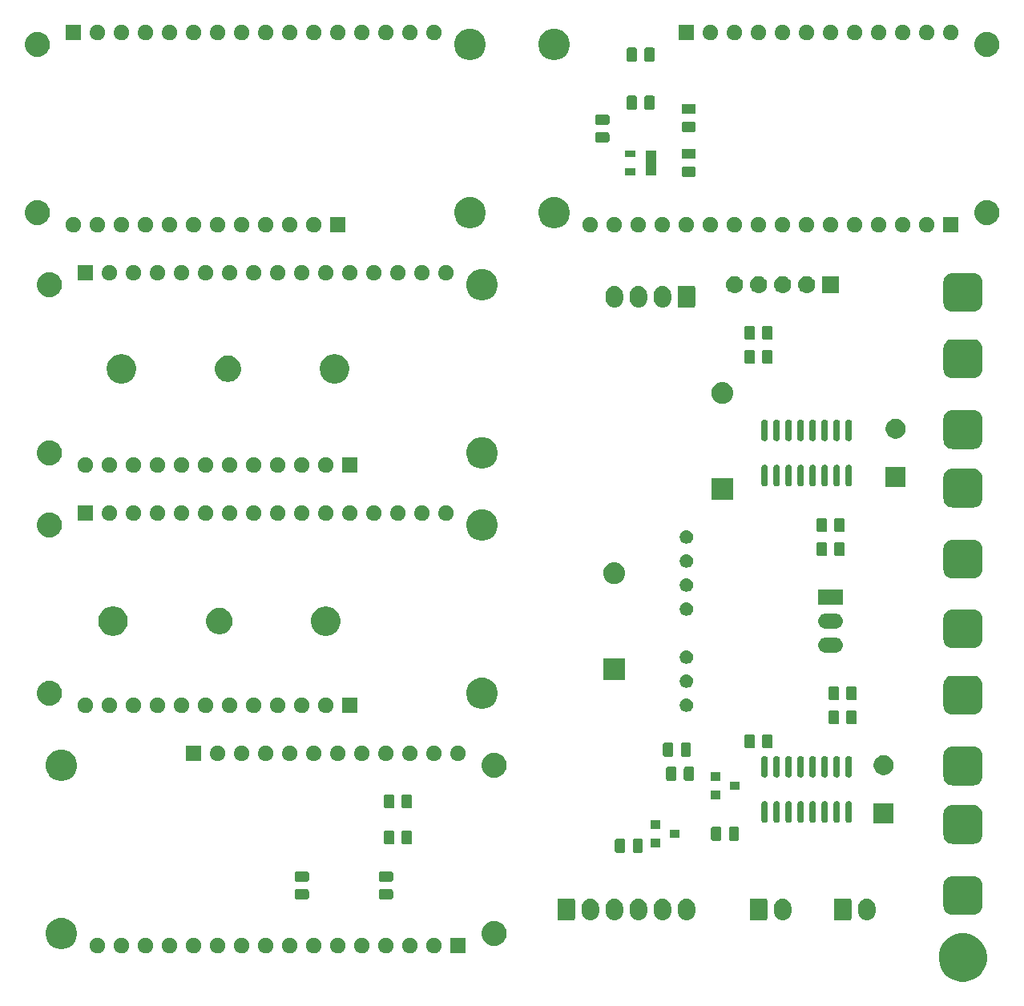
<source format=gbr>
G04 #@! TF.GenerationSoftware,KiCad,Pcbnew,5.0.2+dfsg1-1*
G04 #@! TF.CreationDate,2021-03-06T20:10:26-07:00*
G04 #@! TF.ProjectId,smart_battery,736d6172-745f-4626-9174-746572792e6b,rev?*
G04 #@! TF.SameCoordinates,Original*
G04 #@! TF.FileFunction,Soldermask,Bot*
G04 #@! TF.FilePolarity,Negative*
%FSLAX46Y46*%
G04 Gerber Fmt 4.6, Leading zero omitted, Abs format (unit mm)*
G04 Created by KiCad (PCBNEW 5.0.2+dfsg1-1) date Sat 06 Mar 2021 08:10:26 PM MST*
%MOMM*%
%LPD*%
G01*
G04 APERTURE LIST*
%ADD10C,0.100000*%
G04 APERTURE END LIST*
D10*
G36*
X123934096Y-115657033D02*
X123934098Y-115657034D01*
X123934099Y-115657034D01*
X124398352Y-115849333D01*
X124701034Y-116051579D01*
X124816171Y-116128511D01*
X125171489Y-116483829D01*
X125171491Y-116483832D01*
X125450667Y-116901648D01*
X125582946Y-117221000D01*
X125642967Y-117365904D01*
X125682198Y-117563130D01*
X125741000Y-117858748D01*
X125741000Y-118361252D01*
X125642966Y-118854099D01*
X125450667Y-119318352D01*
X125172750Y-119734284D01*
X125171489Y-119736171D01*
X124816171Y-120091489D01*
X124816168Y-120091491D01*
X124398352Y-120370667D01*
X123934099Y-120562966D01*
X123934098Y-120562966D01*
X123934096Y-120562967D01*
X123441253Y-120661000D01*
X122938747Y-120661000D01*
X122445904Y-120562967D01*
X122445902Y-120562966D01*
X122445901Y-120562966D01*
X121981648Y-120370667D01*
X121563832Y-120091491D01*
X121563829Y-120091489D01*
X121208511Y-119736171D01*
X121207250Y-119734284D01*
X120929333Y-119318352D01*
X120737034Y-118854099D01*
X120639000Y-118361252D01*
X120639000Y-117858748D01*
X120697802Y-117563130D01*
X120737033Y-117365904D01*
X120797054Y-117221000D01*
X120929333Y-116901648D01*
X121208509Y-116483832D01*
X121208511Y-116483829D01*
X121563829Y-116128511D01*
X121678966Y-116051579D01*
X121981648Y-115849333D01*
X122445901Y-115657034D01*
X122445902Y-115657034D01*
X122445904Y-115657033D01*
X122938747Y-115559000D01*
X123441253Y-115559000D01*
X123934096Y-115657033D01*
X123934096Y-115657033D01*
G37*
G36*
X31988016Y-116055358D02*
X31988019Y-116055359D01*
X31988018Y-116055359D01*
X32136521Y-116116870D01*
X32270170Y-116206172D01*
X32383828Y-116319830D01*
X32473130Y-116453479D01*
X32485701Y-116483829D01*
X32534642Y-116601984D01*
X32566000Y-116759630D01*
X32566000Y-116920370D01*
X32534642Y-117078016D01*
X32534641Y-117078018D01*
X32473130Y-117226521D01*
X32383828Y-117360170D01*
X32270170Y-117473828D01*
X32136521Y-117563130D01*
X32013497Y-117614087D01*
X31988016Y-117624642D01*
X31830370Y-117656000D01*
X31669630Y-117656000D01*
X31511984Y-117624642D01*
X31486503Y-117614087D01*
X31363479Y-117563130D01*
X31229830Y-117473828D01*
X31116172Y-117360170D01*
X31026870Y-117226521D01*
X30965359Y-117078018D01*
X30965358Y-117078016D01*
X30934000Y-116920370D01*
X30934000Y-116759630D01*
X30965358Y-116601984D01*
X31014299Y-116483829D01*
X31026870Y-116453479D01*
X31116172Y-116319830D01*
X31229830Y-116206172D01*
X31363479Y-116116870D01*
X31511982Y-116055359D01*
X31511981Y-116055359D01*
X31511984Y-116055358D01*
X31669630Y-116024000D01*
X31830370Y-116024000D01*
X31988016Y-116055358D01*
X31988016Y-116055358D01*
G37*
G36*
X67548016Y-116055358D02*
X67548019Y-116055359D01*
X67548018Y-116055359D01*
X67696521Y-116116870D01*
X67830170Y-116206172D01*
X67943828Y-116319830D01*
X68033130Y-116453479D01*
X68045701Y-116483829D01*
X68094642Y-116601984D01*
X68126000Y-116759630D01*
X68126000Y-116920370D01*
X68094642Y-117078016D01*
X68094641Y-117078018D01*
X68033130Y-117226521D01*
X67943828Y-117360170D01*
X67830170Y-117473828D01*
X67696521Y-117563130D01*
X67573497Y-117614087D01*
X67548016Y-117624642D01*
X67390370Y-117656000D01*
X67229630Y-117656000D01*
X67071984Y-117624642D01*
X67046503Y-117614087D01*
X66923479Y-117563130D01*
X66789830Y-117473828D01*
X66676172Y-117360170D01*
X66586870Y-117226521D01*
X66525359Y-117078018D01*
X66525358Y-117078016D01*
X66494000Y-116920370D01*
X66494000Y-116759630D01*
X66525358Y-116601984D01*
X66574299Y-116483829D01*
X66586870Y-116453479D01*
X66676172Y-116319830D01*
X66789830Y-116206172D01*
X66923479Y-116116870D01*
X67071982Y-116055359D01*
X67071981Y-116055359D01*
X67071984Y-116055358D01*
X67229630Y-116024000D01*
X67390370Y-116024000D01*
X67548016Y-116055358D01*
X67548016Y-116055358D01*
G37*
G36*
X65008016Y-116055358D02*
X65008019Y-116055359D01*
X65008018Y-116055359D01*
X65156521Y-116116870D01*
X65290170Y-116206172D01*
X65403828Y-116319830D01*
X65493130Y-116453479D01*
X65505701Y-116483829D01*
X65554642Y-116601984D01*
X65586000Y-116759630D01*
X65586000Y-116920370D01*
X65554642Y-117078016D01*
X65554641Y-117078018D01*
X65493130Y-117226521D01*
X65403828Y-117360170D01*
X65290170Y-117473828D01*
X65156521Y-117563130D01*
X65033497Y-117614087D01*
X65008016Y-117624642D01*
X64850370Y-117656000D01*
X64689630Y-117656000D01*
X64531984Y-117624642D01*
X64506503Y-117614087D01*
X64383479Y-117563130D01*
X64249830Y-117473828D01*
X64136172Y-117360170D01*
X64046870Y-117226521D01*
X63985359Y-117078018D01*
X63985358Y-117078016D01*
X63954000Y-116920370D01*
X63954000Y-116759630D01*
X63985358Y-116601984D01*
X64034299Y-116483829D01*
X64046870Y-116453479D01*
X64136172Y-116319830D01*
X64249830Y-116206172D01*
X64383479Y-116116870D01*
X64531982Y-116055359D01*
X64531981Y-116055359D01*
X64531984Y-116055358D01*
X64689630Y-116024000D01*
X64850370Y-116024000D01*
X65008016Y-116055358D01*
X65008016Y-116055358D01*
G37*
G36*
X62468016Y-116055358D02*
X62468019Y-116055359D01*
X62468018Y-116055359D01*
X62616521Y-116116870D01*
X62750170Y-116206172D01*
X62863828Y-116319830D01*
X62953130Y-116453479D01*
X62965701Y-116483829D01*
X63014642Y-116601984D01*
X63046000Y-116759630D01*
X63046000Y-116920370D01*
X63014642Y-117078016D01*
X63014641Y-117078018D01*
X62953130Y-117226521D01*
X62863828Y-117360170D01*
X62750170Y-117473828D01*
X62616521Y-117563130D01*
X62493497Y-117614087D01*
X62468016Y-117624642D01*
X62310370Y-117656000D01*
X62149630Y-117656000D01*
X61991984Y-117624642D01*
X61966503Y-117614087D01*
X61843479Y-117563130D01*
X61709830Y-117473828D01*
X61596172Y-117360170D01*
X61506870Y-117226521D01*
X61445359Y-117078018D01*
X61445358Y-117078016D01*
X61414000Y-116920370D01*
X61414000Y-116759630D01*
X61445358Y-116601984D01*
X61494299Y-116483829D01*
X61506870Y-116453479D01*
X61596172Y-116319830D01*
X61709830Y-116206172D01*
X61843479Y-116116870D01*
X61991982Y-116055359D01*
X61991981Y-116055359D01*
X61991984Y-116055358D01*
X62149630Y-116024000D01*
X62310370Y-116024000D01*
X62468016Y-116055358D01*
X62468016Y-116055358D01*
G37*
G36*
X59928016Y-116055358D02*
X59928019Y-116055359D01*
X59928018Y-116055359D01*
X60076521Y-116116870D01*
X60210170Y-116206172D01*
X60323828Y-116319830D01*
X60413130Y-116453479D01*
X60425701Y-116483829D01*
X60474642Y-116601984D01*
X60506000Y-116759630D01*
X60506000Y-116920370D01*
X60474642Y-117078016D01*
X60474641Y-117078018D01*
X60413130Y-117226521D01*
X60323828Y-117360170D01*
X60210170Y-117473828D01*
X60076521Y-117563130D01*
X59953497Y-117614087D01*
X59928016Y-117624642D01*
X59770370Y-117656000D01*
X59609630Y-117656000D01*
X59451984Y-117624642D01*
X59426503Y-117614087D01*
X59303479Y-117563130D01*
X59169830Y-117473828D01*
X59056172Y-117360170D01*
X58966870Y-117226521D01*
X58905359Y-117078018D01*
X58905358Y-117078016D01*
X58874000Y-116920370D01*
X58874000Y-116759630D01*
X58905358Y-116601984D01*
X58954299Y-116483829D01*
X58966870Y-116453479D01*
X59056172Y-116319830D01*
X59169830Y-116206172D01*
X59303479Y-116116870D01*
X59451982Y-116055359D01*
X59451981Y-116055359D01*
X59451984Y-116055358D01*
X59609630Y-116024000D01*
X59770370Y-116024000D01*
X59928016Y-116055358D01*
X59928016Y-116055358D01*
G37*
G36*
X57388016Y-116055358D02*
X57388019Y-116055359D01*
X57388018Y-116055359D01*
X57536521Y-116116870D01*
X57670170Y-116206172D01*
X57783828Y-116319830D01*
X57873130Y-116453479D01*
X57885701Y-116483829D01*
X57934642Y-116601984D01*
X57966000Y-116759630D01*
X57966000Y-116920370D01*
X57934642Y-117078016D01*
X57934641Y-117078018D01*
X57873130Y-117226521D01*
X57783828Y-117360170D01*
X57670170Y-117473828D01*
X57536521Y-117563130D01*
X57413497Y-117614087D01*
X57388016Y-117624642D01*
X57230370Y-117656000D01*
X57069630Y-117656000D01*
X56911984Y-117624642D01*
X56886503Y-117614087D01*
X56763479Y-117563130D01*
X56629830Y-117473828D01*
X56516172Y-117360170D01*
X56426870Y-117226521D01*
X56365359Y-117078018D01*
X56365358Y-117078016D01*
X56334000Y-116920370D01*
X56334000Y-116759630D01*
X56365358Y-116601984D01*
X56414299Y-116483829D01*
X56426870Y-116453479D01*
X56516172Y-116319830D01*
X56629830Y-116206172D01*
X56763479Y-116116870D01*
X56911982Y-116055359D01*
X56911981Y-116055359D01*
X56911984Y-116055358D01*
X57069630Y-116024000D01*
X57230370Y-116024000D01*
X57388016Y-116055358D01*
X57388016Y-116055358D01*
G37*
G36*
X54848016Y-116055358D02*
X54848019Y-116055359D01*
X54848018Y-116055359D01*
X54996521Y-116116870D01*
X55130170Y-116206172D01*
X55243828Y-116319830D01*
X55333130Y-116453479D01*
X55345701Y-116483829D01*
X55394642Y-116601984D01*
X55426000Y-116759630D01*
X55426000Y-116920370D01*
X55394642Y-117078016D01*
X55394641Y-117078018D01*
X55333130Y-117226521D01*
X55243828Y-117360170D01*
X55130170Y-117473828D01*
X54996521Y-117563130D01*
X54873497Y-117614087D01*
X54848016Y-117624642D01*
X54690370Y-117656000D01*
X54529630Y-117656000D01*
X54371984Y-117624642D01*
X54346503Y-117614087D01*
X54223479Y-117563130D01*
X54089830Y-117473828D01*
X53976172Y-117360170D01*
X53886870Y-117226521D01*
X53825359Y-117078018D01*
X53825358Y-117078016D01*
X53794000Y-116920370D01*
X53794000Y-116759630D01*
X53825358Y-116601984D01*
X53874299Y-116483829D01*
X53886870Y-116453479D01*
X53976172Y-116319830D01*
X54089830Y-116206172D01*
X54223479Y-116116870D01*
X54371982Y-116055359D01*
X54371981Y-116055359D01*
X54371984Y-116055358D01*
X54529630Y-116024000D01*
X54690370Y-116024000D01*
X54848016Y-116055358D01*
X54848016Y-116055358D01*
G37*
G36*
X52308016Y-116055358D02*
X52308019Y-116055359D01*
X52308018Y-116055359D01*
X52456521Y-116116870D01*
X52590170Y-116206172D01*
X52703828Y-116319830D01*
X52793130Y-116453479D01*
X52805701Y-116483829D01*
X52854642Y-116601984D01*
X52886000Y-116759630D01*
X52886000Y-116920370D01*
X52854642Y-117078016D01*
X52854641Y-117078018D01*
X52793130Y-117226521D01*
X52703828Y-117360170D01*
X52590170Y-117473828D01*
X52456521Y-117563130D01*
X52333497Y-117614087D01*
X52308016Y-117624642D01*
X52150370Y-117656000D01*
X51989630Y-117656000D01*
X51831984Y-117624642D01*
X51806503Y-117614087D01*
X51683479Y-117563130D01*
X51549830Y-117473828D01*
X51436172Y-117360170D01*
X51346870Y-117226521D01*
X51285359Y-117078018D01*
X51285358Y-117078016D01*
X51254000Y-116920370D01*
X51254000Y-116759630D01*
X51285358Y-116601984D01*
X51334299Y-116483829D01*
X51346870Y-116453479D01*
X51436172Y-116319830D01*
X51549830Y-116206172D01*
X51683479Y-116116870D01*
X51831982Y-116055359D01*
X51831981Y-116055359D01*
X51831984Y-116055358D01*
X51989630Y-116024000D01*
X52150370Y-116024000D01*
X52308016Y-116055358D01*
X52308016Y-116055358D01*
G37*
G36*
X47228016Y-116055358D02*
X47228019Y-116055359D01*
X47228018Y-116055359D01*
X47376521Y-116116870D01*
X47510170Y-116206172D01*
X47623828Y-116319830D01*
X47713130Y-116453479D01*
X47725701Y-116483829D01*
X47774642Y-116601984D01*
X47806000Y-116759630D01*
X47806000Y-116920370D01*
X47774642Y-117078016D01*
X47774641Y-117078018D01*
X47713130Y-117226521D01*
X47623828Y-117360170D01*
X47510170Y-117473828D01*
X47376521Y-117563130D01*
X47253497Y-117614087D01*
X47228016Y-117624642D01*
X47070370Y-117656000D01*
X46909630Y-117656000D01*
X46751984Y-117624642D01*
X46726503Y-117614087D01*
X46603479Y-117563130D01*
X46469830Y-117473828D01*
X46356172Y-117360170D01*
X46266870Y-117226521D01*
X46205359Y-117078018D01*
X46205358Y-117078016D01*
X46174000Y-116920370D01*
X46174000Y-116759630D01*
X46205358Y-116601984D01*
X46254299Y-116483829D01*
X46266870Y-116453479D01*
X46356172Y-116319830D01*
X46469830Y-116206172D01*
X46603479Y-116116870D01*
X46751982Y-116055359D01*
X46751981Y-116055359D01*
X46751984Y-116055358D01*
X46909630Y-116024000D01*
X47070370Y-116024000D01*
X47228016Y-116055358D01*
X47228016Y-116055358D01*
G37*
G36*
X49768016Y-116055358D02*
X49768019Y-116055359D01*
X49768018Y-116055359D01*
X49916521Y-116116870D01*
X50050170Y-116206172D01*
X50163828Y-116319830D01*
X50253130Y-116453479D01*
X50265701Y-116483829D01*
X50314642Y-116601984D01*
X50346000Y-116759630D01*
X50346000Y-116920370D01*
X50314642Y-117078016D01*
X50314641Y-117078018D01*
X50253130Y-117226521D01*
X50163828Y-117360170D01*
X50050170Y-117473828D01*
X49916521Y-117563130D01*
X49793497Y-117614087D01*
X49768016Y-117624642D01*
X49610370Y-117656000D01*
X49449630Y-117656000D01*
X49291984Y-117624642D01*
X49266503Y-117614087D01*
X49143479Y-117563130D01*
X49009830Y-117473828D01*
X48896172Y-117360170D01*
X48806870Y-117226521D01*
X48745359Y-117078018D01*
X48745358Y-117078016D01*
X48714000Y-116920370D01*
X48714000Y-116759630D01*
X48745358Y-116601984D01*
X48794299Y-116483829D01*
X48806870Y-116453479D01*
X48896172Y-116319830D01*
X49009830Y-116206172D01*
X49143479Y-116116870D01*
X49291982Y-116055359D01*
X49291981Y-116055359D01*
X49291984Y-116055358D01*
X49449630Y-116024000D01*
X49610370Y-116024000D01*
X49768016Y-116055358D01*
X49768016Y-116055358D01*
G37*
G36*
X70666000Y-117656000D02*
X69034000Y-117656000D01*
X69034000Y-116024000D01*
X70666000Y-116024000D01*
X70666000Y-117656000D01*
X70666000Y-117656000D01*
G37*
G36*
X34528016Y-116055358D02*
X34528019Y-116055359D01*
X34528018Y-116055359D01*
X34676521Y-116116870D01*
X34810170Y-116206172D01*
X34923828Y-116319830D01*
X35013130Y-116453479D01*
X35025701Y-116483829D01*
X35074642Y-116601984D01*
X35106000Y-116759630D01*
X35106000Y-116920370D01*
X35074642Y-117078016D01*
X35074641Y-117078018D01*
X35013130Y-117226521D01*
X34923828Y-117360170D01*
X34810170Y-117473828D01*
X34676521Y-117563130D01*
X34553497Y-117614087D01*
X34528016Y-117624642D01*
X34370370Y-117656000D01*
X34209630Y-117656000D01*
X34051984Y-117624642D01*
X34026503Y-117614087D01*
X33903479Y-117563130D01*
X33769830Y-117473828D01*
X33656172Y-117360170D01*
X33566870Y-117226521D01*
X33505359Y-117078018D01*
X33505358Y-117078016D01*
X33474000Y-116920370D01*
X33474000Y-116759630D01*
X33505358Y-116601984D01*
X33554299Y-116483829D01*
X33566870Y-116453479D01*
X33656172Y-116319830D01*
X33769830Y-116206172D01*
X33903479Y-116116870D01*
X34051982Y-116055359D01*
X34051981Y-116055359D01*
X34051984Y-116055358D01*
X34209630Y-116024000D01*
X34370370Y-116024000D01*
X34528016Y-116055358D01*
X34528016Y-116055358D01*
G37*
G36*
X37068016Y-116055358D02*
X37068019Y-116055359D01*
X37068018Y-116055359D01*
X37216521Y-116116870D01*
X37350170Y-116206172D01*
X37463828Y-116319830D01*
X37553130Y-116453479D01*
X37565701Y-116483829D01*
X37614642Y-116601984D01*
X37646000Y-116759630D01*
X37646000Y-116920370D01*
X37614642Y-117078016D01*
X37614641Y-117078018D01*
X37553130Y-117226521D01*
X37463828Y-117360170D01*
X37350170Y-117473828D01*
X37216521Y-117563130D01*
X37093497Y-117614087D01*
X37068016Y-117624642D01*
X36910370Y-117656000D01*
X36749630Y-117656000D01*
X36591984Y-117624642D01*
X36566503Y-117614087D01*
X36443479Y-117563130D01*
X36309830Y-117473828D01*
X36196172Y-117360170D01*
X36106870Y-117226521D01*
X36045359Y-117078018D01*
X36045358Y-117078016D01*
X36014000Y-116920370D01*
X36014000Y-116759630D01*
X36045358Y-116601984D01*
X36094299Y-116483829D01*
X36106870Y-116453479D01*
X36196172Y-116319830D01*
X36309830Y-116206172D01*
X36443479Y-116116870D01*
X36591982Y-116055359D01*
X36591981Y-116055359D01*
X36591984Y-116055358D01*
X36749630Y-116024000D01*
X36910370Y-116024000D01*
X37068016Y-116055358D01*
X37068016Y-116055358D01*
G37*
G36*
X42148016Y-116055358D02*
X42148019Y-116055359D01*
X42148018Y-116055359D01*
X42296521Y-116116870D01*
X42430170Y-116206172D01*
X42543828Y-116319830D01*
X42633130Y-116453479D01*
X42645701Y-116483829D01*
X42694642Y-116601984D01*
X42726000Y-116759630D01*
X42726000Y-116920370D01*
X42694642Y-117078016D01*
X42694641Y-117078018D01*
X42633130Y-117226521D01*
X42543828Y-117360170D01*
X42430170Y-117473828D01*
X42296521Y-117563130D01*
X42173497Y-117614087D01*
X42148016Y-117624642D01*
X41990370Y-117656000D01*
X41829630Y-117656000D01*
X41671984Y-117624642D01*
X41646503Y-117614087D01*
X41523479Y-117563130D01*
X41389830Y-117473828D01*
X41276172Y-117360170D01*
X41186870Y-117226521D01*
X41125359Y-117078018D01*
X41125358Y-117078016D01*
X41094000Y-116920370D01*
X41094000Y-116759630D01*
X41125358Y-116601984D01*
X41174299Y-116483829D01*
X41186870Y-116453479D01*
X41276172Y-116319830D01*
X41389830Y-116206172D01*
X41523479Y-116116870D01*
X41671982Y-116055359D01*
X41671981Y-116055359D01*
X41671984Y-116055358D01*
X41829630Y-116024000D01*
X41990370Y-116024000D01*
X42148016Y-116055358D01*
X42148016Y-116055358D01*
G37*
G36*
X39608016Y-116055358D02*
X39608019Y-116055359D01*
X39608018Y-116055359D01*
X39756521Y-116116870D01*
X39890170Y-116206172D01*
X40003828Y-116319830D01*
X40093130Y-116453479D01*
X40105701Y-116483829D01*
X40154642Y-116601984D01*
X40186000Y-116759630D01*
X40186000Y-116920370D01*
X40154642Y-117078016D01*
X40154641Y-117078018D01*
X40093130Y-117226521D01*
X40003828Y-117360170D01*
X39890170Y-117473828D01*
X39756521Y-117563130D01*
X39633497Y-117614087D01*
X39608016Y-117624642D01*
X39450370Y-117656000D01*
X39289630Y-117656000D01*
X39131984Y-117624642D01*
X39106503Y-117614087D01*
X38983479Y-117563130D01*
X38849830Y-117473828D01*
X38736172Y-117360170D01*
X38646870Y-117226521D01*
X38585359Y-117078018D01*
X38585358Y-117078016D01*
X38554000Y-116920370D01*
X38554000Y-116759630D01*
X38585358Y-116601984D01*
X38634299Y-116483829D01*
X38646870Y-116453479D01*
X38736172Y-116319830D01*
X38849830Y-116206172D01*
X38983479Y-116116870D01*
X39131982Y-116055359D01*
X39131981Y-116055359D01*
X39131984Y-116055358D01*
X39289630Y-116024000D01*
X39450370Y-116024000D01*
X39608016Y-116055358D01*
X39608016Y-116055358D01*
G37*
G36*
X44688016Y-116055358D02*
X44688019Y-116055359D01*
X44688018Y-116055359D01*
X44836521Y-116116870D01*
X44970170Y-116206172D01*
X45083828Y-116319830D01*
X45173130Y-116453479D01*
X45185701Y-116483829D01*
X45234642Y-116601984D01*
X45266000Y-116759630D01*
X45266000Y-116920370D01*
X45234642Y-117078016D01*
X45234641Y-117078018D01*
X45173130Y-117226521D01*
X45083828Y-117360170D01*
X44970170Y-117473828D01*
X44836521Y-117563130D01*
X44713497Y-117614087D01*
X44688016Y-117624642D01*
X44530370Y-117656000D01*
X44369630Y-117656000D01*
X44211984Y-117624642D01*
X44186503Y-117614087D01*
X44063479Y-117563130D01*
X43929830Y-117473828D01*
X43816172Y-117360170D01*
X43726870Y-117226521D01*
X43665359Y-117078018D01*
X43665358Y-117078016D01*
X43634000Y-116920370D01*
X43634000Y-116759630D01*
X43665358Y-116601984D01*
X43714299Y-116483829D01*
X43726870Y-116453479D01*
X43816172Y-116319830D01*
X43929830Y-116206172D01*
X44063479Y-116116870D01*
X44211982Y-116055359D01*
X44211981Y-116055359D01*
X44211984Y-116055358D01*
X44369630Y-116024000D01*
X44530370Y-116024000D01*
X44688016Y-116055358D01*
X44688016Y-116055358D01*
G37*
G36*
X28315256Y-113961298D02*
X28421579Y-113982447D01*
X28616968Y-114063380D01*
X28713791Y-114103485D01*
X28722042Y-114106903D01*
X28934705Y-114249000D01*
X28992454Y-114287587D01*
X29222413Y-114517546D01*
X29222415Y-114517549D01*
X29403097Y-114787958D01*
X29527553Y-115088421D01*
X29591000Y-115407391D01*
X29591000Y-115732609D01*
X29527553Y-116051579D01*
X29403097Y-116352042D01*
X29240032Y-116596086D01*
X29222413Y-116622454D01*
X28992454Y-116852413D01*
X28992451Y-116852415D01*
X28722042Y-117033097D01*
X28421579Y-117157553D01*
X28315256Y-117178702D01*
X28102611Y-117221000D01*
X27777389Y-117221000D01*
X27564744Y-117178702D01*
X27458421Y-117157553D01*
X27157958Y-117033097D01*
X26887549Y-116852415D01*
X26887546Y-116852413D01*
X26657587Y-116622454D01*
X26639968Y-116596086D01*
X26476903Y-116352042D01*
X26352447Y-116051579D01*
X26289000Y-115732609D01*
X26289000Y-115407391D01*
X26352447Y-115088421D01*
X26476903Y-114787958D01*
X26657585Y-114517549D01*
X26657587Y-114517546D01*
X26887546Y-114287587D01*
X26945295Y-114249000D01*
X27157958Y-114106903D01*
X27166210Y-114103485D01*
X27263032Y-114063380D01*
X27458421Y-113982447D01*
X27564744Y-113961298D01*
X27777389Y-113919000D01*
X28102611Y-113919000D01*
X28315256Y-113961298D01*
X28315256Y-113961298D01*
G37*
G36*
X73960250Y-114282843D02*
X74045322Y-114299765D01*
X74115735Y-114328931D01*
X74285728Y-114399344D01*
X74502092Y-114543914D01*
X74686086Y-114727908D01*
X74830656Y-114944272D01*
X74930235Y-115184679D01*
X74981000Y-115439891D01*
X74981000Y-115700109D01*
X74930235Y-115955321D01*
X74830656Y-116195728D01*
X74686086Y-116412092D01*
X74502092Y-116596086D01*
X74285728Y-116740656D01*
X74115735Y-116811069D01*
X74045322Y-116840235D01*
X73984088Y-116852415D01*
X73790109Y-116891000D01*
X73529891Y-116891000D01*
X73335912Y-116852415D01*
X73274678Y-116840235D01*
X73204265Y-116811069D01*
X73034272Y-116740656D01*
X72817908Y-116596086D01*
X72633914Y-116412092D01*
X72489344Y-116195728D01*
X72389765Y-115955321D01*
X72339000Y-115700109D01*
X72339000Y-115439891D01*
X72389765Y-115184679D01*
X72489344Y-114944272D01*
X72633914Y-114727908D01*
X72817908Y-114543914D01*
X73034272Y-114399344D01*
X73204265Y-114328931D01*
X73274678Y-114299765D01*
X73359750Y-114282843D01*
X73529891Y-114249000D01*
X73790109Y-114249000D01*
X73960250Y-114282843D01*
X73960250Y-114282843D01*
G37*
G36*
X113210547Y-111892326D02*
X113326286Y-111927435D01*
X113384157Y-111944990D01*
X113414923Y-111961435D01*
X113544155Y-112030511D01*
X113684396Y-112145604D01*
X113799489Y-112285844D01*
X113839298Y-112360321D01*
X113885010Y-112445842D01*
X113902565Y-112503713D01*
X113937674Y-112619452D01*
X113951000Y-112754756D01*
X113951000Y-113305243D01*
X113937674Y-113440548D01*
X113885010Y-113614157D01*
X113799489Y-113774156D01*
X113684396Y-113914396D01*
X113544156Y-114029489D01*
X113525314Y-114039560D01*
X113384158Y-114115010D01*
X113337551Y-114129148D01*
X113210548Y-114167674D01*
X113030000Y-114185456D01*
X112849453Y-114167674D01*
X112722450Y-114129148D01*
X112675843Y-114115010D01*
X112534687Y-114039560D01*
X112515845Y-114029489D01*
X112375605Y-113914396D01*
X112260512Y-113774156D01*
X112220703Y-113699680D01*
X112174990Y-113614158D01*
X112124648Y-113448201D01*
X112122326Y-113440548D01*
X112109000Y-113305244D01*
X112109000Y-112754757D01*
X112122326Y-112619453D01*
X112174990Y-112445844D01*
X112174990Y-112445843D01*
X112206183Y-112387486D01*
X112260511Y-112285845D01*
X112375604Y-112145604D01*
X112515844Y-112030511D01*
X112596093Y-111987617D01*
X112675842Y-111944990D01*
X112733713Y-111927435D01*
X112849452Y-111892326D01*
X113030000Y-111874544D01*
X113210547Y-111892326D01*
X113210547Y-111892326D01*
G37*
G36*
X104320547Y-111892326D02*
X104436286Y-111927435D01*
X104494157Y-111944990D01*
X104524923Y-111961435D01*
X104654155Y-112030511D01*
X104794396Y-112145604D01*
X104909489Y-112285844D01*
X104949298Y-112360321D01*
X104995010Y-112445842D01*
X105012565Y-112503713D01*
X105047674Y-112619452D01*
X105061000Y-112754756D01*
X105061000Y-113305243D01*
X105047674Y-113440548D01*
X104995010Y-113614157D01*
X104909489Y-113774156D01*
X104794396Y-113914396D01*
X104654156Y-114029489D01*
X104635314Y-114039560D01*
X104494158Y-114115010D01*
X104447551Y-114129148D01*
X104320548Y-114167674D01*
X104140000Y-114185456D01*
X103959453Y-114167674D01*
X103832450Y-114129148D01*
X103785843Y-114115010D01*
X103644687Y-114039560D01*
X103625845Y-114029489D01*
X103485605Y-113914396D01*
X103370512Y-113774156D01*
X103330703Y-113699680D01*
X103284990Y-113614158D01*
X103234648Y-113448201D01*
X103232326Y-113440548D01*
X103219000Y-113305244D01*
X103219000Y-112754757D01*
X103232326Y-112619453D01*
X103284990Y-112445844D01*
X103284990Y-112445843D01*
X103316183Y-112387486D01*
X103370511Y-112285845D01*
X103485604Y-112145604D01*
X103625844Y-112030511D01*
X103706093Y-111987617D01*
X103785842Y-111944990D01*
X103843713Y-111927435D01*
X103959452Y-111892326D01*
X104140000Y-111874544D01*
X104320547Y-111892326D01*
X104320547Y-111892326D01*
G37*
G36*
X94160547Y-111892326D02*
X94276286Y-111927435D01*
X94334157Y-111944990D01*
X94364923Y-111961435D01*
X94494155Y-112030511D01*
X94634396Y-112145604D01*
X94749489Y-112285844D01*
X94789298Y-112360321D01*
X94835010Y-112445842D01*
X94852565Y-112503713D01*
X94887674Y-112619452D01*
X94901000Y-112754756D01*
X94901000Y-113305243D01*
X94887674Y-113440548D01*
X94835010Y-113614157D01*
X94749489Y-113774156D01*
X94634396Y-113914396D01*
X94494156Y-114029489D01*
X94475314Y-114039560D01*
X94334158Y-114115010D01*
X94287551Y-114129148D01*
X94160548Y-114167674D01*
X93980000Y-114185456D01*
X93799453Y-114167674D01*
X93672450Y-114129148D01*
X93625843Y-114115010D01*
X93484687Y-114039560D01*
X93465845Y-114029489D01*
X93325605Y-113914396D01*
X93210512Y-113774156D01*
X93170703Y-113699680D01*
X93124990Y-113614158D01*
X93074648Y-113448201D01*
X93072326Y-113440548D01*
X93059000Y-113305244D01*
X93059000Y-112754757D01*
X93072326Y-112619453D01*
X93124990Y-112445844D01*
X93124990Y-112445843D01*
X93156183Y-112387486D01*
X93210511Y-112285845D01*
X93325604Y-112145604D01*
X93465844Y-112030511D01*
X93546093Y-111987617D01*
X93625842Y-111944990D01*
X93683713Y-111927435D01*
X93799452Y-111892326D01*
X93980000Y-111874544D01*
X94160547Y-111892326D01*
X94160547Y-111892326D01*
G37*
G36*
X91620547Y-111892326D02*
X91736286Y-111927435D01*
X91794157Y-111944990D01*
X91824923Y-111961435D01*
X91954155Y-112030511D01*
X92094396Y-112145604D01*
X92209489Y-112285844D01*
X92249298Y-112360321D01*
X92295010Y-112445842D01*
X92312565Y-112503713D01*
X92347674Y-112619452D01*
X92361000Y-112754756D01*
X92361000Y-113305243D01*
X92347674Y-113440548D01*
X92295010Y-113614157D01*
X92209489Y-113774156D01*
X92094396Y-113914396D01*
X91954156Y-114029489D01*
X91935314Y-114039560D01*
X91794158Y-114115010D01*
X91747551Y-114129148D01*
X91620548Y-114167674D01*
X91440000Y-114185456D01*
X91259453Y-114167674D01*
X91132450Y-114129148D01*
X91085843Y-114115010D01*
X90944687Y-114039560D01*
X90925845Y-114029489D01*
X90785605Y-113914396D01*
X90670512Y-113774156D01*
X90630703Y-113699680D01*
X90584990Y-113614158D01*
X90534648Y-113448201D01*
X90532326Y-113440548D01*
X90519000Y-113305244D01*
X90519000Y-112754757D01*
X90532326Y-112619453D01*
X90584990Y-112445844D01*
X90584990Y-112445843D01*
X90616183Y-112387486D01*
X90670511Y-112285845D01*
X90785604Y-112145604D01*
X90925844Y-112030511D01*
X91006093Y-111987617D01*
X91085842Y-111944990D01*
X91143713Y-111927435D01*
X91259452Y-111892326D01*
X91440000Y-111874544D01*
X91620547Y-111892326D01*
X91620547Y-111892326D01*
G37*
G36*
X89080547Y-111892326D02*
X89196286Y-111927435D01*
X89254157Y-111944990D01*
X89284923Y-111961435D01*
X89414155Y-112030511D01*
X89554396Y-112145604D01*
X89669489Y-112285844D01*
X89709298Y-112360321D01*
X89755010Y-112445842D01*
X89772565Y-112503713D01*
X89807674Y-112619452D01*
X89821000Y-112754756D01*
X89821000Y-113305243D01*
X89807674Y-113440548D01*
X89755010Y-113614157D01*
X89669489Y-113774156D01*
X89554396Y-113914396D01*
X89414156Y-114029489D01*
X89395314Y-114039560D01*
X89254158Y-114115010D01*
X89207551Y-114129148D01*
X89080548Y-114167674D01*
X88900000Y-114185456D01*
X88719453Y-114167674D01*
X88592450Y-114129148D01*
X88545843Y-114115010D01*
X88404687Y-114039560D01*
X88385845Y-114029489D01*
X88245605Y-113914396D01*
X88130512Y-113774156D01*
X88090703Y-113699680D01*
X88044990Y-113614158D01*
X87994648Y-113448201D01*
X87992326Y-113440548D01*
X87979000Y-113305244D01*
X87979000Y-112754757D01*
X87992326Y-112619453D01*
X88044990Y-112445844D01*
X88044990Y-112445843D01*
X88076183Y-112387486D01*
X88130511Y-112285845D01*
X88245604Y-112145604D01*
X88385844Y-112030511D01*
X88466093Y-111987617D01*
X88545842Y-111944990D01*
X88603713Y-111927435D01*
X88719452Y-111892326D01*
X88900000Y-111874544D01*
X89080547Y-111892326D01*
X89080547Y-111892326D01*
G37*
G36*
X86540547Y-111892326D02*
X86656286Y-111927435D01*
X86714157Y-111944990D01*
X86744923Y-111961435D01*
X86874155Y-112030511D01*
X87014396Y-112145604D01*
X87129489Y-112285844D01*
X87169298Y-112360321D01*
X87215010Y-112445842D01*
X87232565Y-112503713D01*
X87267674Y-112619452D01*
X87281000Y-112754756D01*
X87281000Y-113305243D01*
X87267674Y-113440548D01*
X87215010Y-113614157D01*
X87129489Y-113774156D01*
X87014396Y-113914396D01*
X86874156Y-114029489D01*
X86855314Y-114039560D01*
X86714158Y-114115010D01*
X86667551Y-114129148D01*
X86540548Y-114167674D01*
X86360000Y-114185456D01*
X86179453Y-114167674D01*
X86052450Y-114129148D01*
X86005843Y-114115010D01*
X85864687Y-114039560D01*
X85845845Y-114029489D01*
X85705605Y-113914396D01*
X85590512Y-113774156D01*
X85550703Y-113699680D01*
X85504990Y-113614158D01*
X85454648Y-113448201D01*
X85452326Y-113440548D01*
X85439000Y-113305244D01*
X85439000Y-112754757D01*
X85452326Y-112619453D01*
X85504990Y-112445844D01*
X85504990Y-112445843D01*
X85536183Y-112387486D01*
X85590511Y-112285845D01*
X85705604Y-112145604D01*
X85845844Y-112030511D01*
X85926093Y-111987617D01*
X86005842Y-111944990D01*
X86063713Y-111927435D01*
X86179452Y-111892326D01*
X86360000Y-111874544D01*
X86540547Y-111892326D01*
X86540547Y-111892326D01*
G37*
G36*
X84000547Y-111892326D02*
X84116286Y-111927435D01*
X84174157Y-111944990D01*
X84204923Y-111961435D01*
X84334155Y-112030511D01*
X84474396Y-112145604D01*
X84589489Y-112285844D01*
X84629298Y-112360321D01*
X84675010Y-112445842D01*
X84692565Y-112503713D01*
X84727674Y-112619452D01*
X84741000Y-112754756D01*
X84741000Y-113305243D01*
X84727674Y-113440548D01*
X84675010Y-113614157D01*
X84589489Y-113774156D01*
X84474396Y-113914396D01*
X84334156Y-114029489D01*
X84315314Y-114039560D01*
X84174158Y-114115010D01*
X84127551Y-114129148D01*
X84000548Y-114167674D01*
X83820000Y-114185456D01*
X83639453Y-114167674D01*
X83512450Y-114129148D01*
X83465843Y-114115010D01*
X83324687Y-114039560D01*
X83305845Y-114029489D01*
X83165605Y-113914396D01*
X83050512Y-113774156D01*
X83010703Y-113699680D01*
X82964990Y-113614158D01*
X82914648Y-113448201D01*
X82912326Y-113440548D01*
X82899000Y-113305244D01*
X82899000Y-112754757D01*
X82912326Y-112619453D01*
X82964990Y-112445844D01*
X82964990Y-112445843D01*
X82996183Y-112387486D01*
X83050511Y-112285845D01*
X83165604Y-112145604D01*
X83305844Y-112030511D01*
X83386093Y-111987617D01*
X83465842Y-111944990D01*
X83523713Y-111927435D01*
X83639452Y-111892326D01*
X83820000Y-111874544D01*
X84000547Y-111892326D01*
X84000547Y-111892326D01*
G37*
G36*
X82059560Y-111882966D02*
X82092383Y-111892923D01*
X82122632Y-111909092D01*
X82149148Y-111930852D01*
X82170908Y-111957368D01*
X82187077Y-111987617D01*
X82197034Y-112020440D01*
X82201000Y-112060712D01*
X82201000Y-113999288D01*
X82197034Y-114039560D01*
X82187077Y-114072383D01*
X82170908Y-114102632D01*
X82149148Y-114129148D01*
X82122632Y-114150908D01*
X82092383Y-114167077D01*
X82059560Y-114177034D01*
X82019288Y-114181000D01*
X80540712Y-114181000D01*
X80500440Y-114177034D01*
X80467617Y-114167077D01*
X80437368Y-114150908D01*
X80410852Y-114129148D01*
X80389092Y-114102632D01*
X80372923Y-114072383D01*
X80362966Y-114039560D01*
X80359000Y-113999288D01*
X80359000Y-112060712D01*
X80362966Y-112020440D01*
X80372923Y-111987617D01*
X80389092Y-111957368D01*
X80410852Y-111930852D01*
X80437368Y-111909092D01*
X80467617Y-111892923D01*
X80500440Y-111882966D01*
X80540712Y-111879000D01*
X82019288Y-111879000D01*
X82059560Y-111882966D01*
X82059560Y-111882966D01*
G37*
G36*
X102379560Y-111882966D02*
X102412383Y-111892923D01*
X102442632Y-111909092D01*
X102469148Y-111930852D01*
X102490908Y-111957368D01*
X102507077Y-111987617D01*
X102517034Y-112020440D01*
X102521000Y-112060712D01*
X102521000Y-113999288D01*
X102517034Y-114039560D01*
X102507077Y-114072383D01*
X102490908Y-114102632D01*
X102469148Y-114129148D01*
X102442632Y-114150908D01*
X102412383Y-114167077D01*
X102379560Y-114177034D01*
X102339288Y-114181000D01*
X100860712Y-114181000D01*
X100820440Y-114177034D01*
X100787617Y-114167077D01*
X100757368Y-114150908D01*
X100730852Y-114129148D01*
X100709092Y-114102632D01*
X100692923Y-114072383D01*
X100682966Y-114039560D01*
X100679000Y-113999288D01*
X100679000Y-112060712D01*
X100682966Y-112020440D01*
X100692923Y-111987617D01*
X100709092Y-111957368D01*
X100730852Y-111930852D01*
X100757368Y-111909092D01*
X100787617Y-111892923D01*
X100820440Y-111882966D01*
X100860712Y-111879000D01*
X102339288Y-111879000D01*
X102379560Y-111882966D01*
X102379560Y-111882966D01*
G37*
G36*
X111269560Y-111882966D02*
X111302383Y-111892923D01*
X111332632Y-111909092D01*
X111359148Y-111930852D01*
X111380908Y-111957368D01*
X111397077Y-111987617D01*
X111407034Y-112020440D01*
X111411000Y-112060712D01*
X111411000Y-113999288D01*
X111407034Y-114039560D01*
X111397077Y-114072383D01*
X111380908Y-114102632D01*
X111359148Y-114129148D01*
X111332632Y-114150908D01*
X111302383Y-114167077D01*
X111269560Y-114177034D01*
X111229288Y-114181000D01*
X109750712Y-114181000D01*
X109710440Y-114177034D01*
X109677617Y-114167077D01*
X109647368Y-114150908D01*
X109620852Y-114129148D01*
X109599092Y-114102632D01*
X109582923Y-114072383D01*
X109572966Y-114039560D01*
X109569000Y-113999288D01*
X109569000Y-112060712D01*
X109572966Y-112020440D01*
X109582923Y-111987617D01*
X109599092Y-111957368D01*
X109620852Y-111930852D01*
X109647368Y-111909092D01*
X109677617Y-111892923D01*
X109710440Y-111882966D01*
X109750712Y-111879000D01*
X111229288Y-111879000D01*
X111269560Y-111882966D01*
X111269560Y-111882966D01*
G37*
G36*
X124465752Y-109528097D02*
X124646294Y-109582863D01*
X124812679Y-109671799D01*
X124958516Y-109791484D01*
X125078201Y-109937321D01*
X125167137Y-110103706D01*
X125221903Y-110284248D01*
X125241000Y-110478140D01*
X125241000Y-112641860D01*
X125221903Y-112835752D01*
X125167137Y-113016294D01*
X125078201Y-113182679D01*
X124958516Y-113328516D01*
X124812679Y-113448201D01*
X124646294Y-113537137D01*
X124465752Y-113591903D01*
X124271860Y-113611000D01*
X122108140Y-113611000D01*
X121914248Y-113591903D01*
X121733706Y-113537137D01*
X121567321Y-113448201D01*
X121421484Y-113328516D01*
X121301799Y-113182679D01*
X121212863Y-113016294D01*
X121158097Y-112835752D01*
X121139000Y-112641860D01*
X121139000Y-110478140D01*
X121158097Y-110284248D01*
X121212863Y-110103706D01*
X121301799Y-109937321D01*
X121421484Y-109791484D01*
X121567321Y-109671799D01*
X121733706Y-109582863D01*
X121914248Y-109528097D01*
X122108140Y-109509000D01*
X124271860Y-109509000D01*
X124465752Y-109528097D01*
X124465752Y-109528097D01*
G37*
G36*
X62814466Y-110893565D02*
X62853137Y-110905296D01*
X62888779Y-110924348D01*
X62920017Y-110949983D01*
X62945652Y-110981221D01*
X62964704Y-111016863D01*
X62976435Y-111055534D01*
X62981000Y-111101888D01*
X62981000Y-111753112D01*
X62976435Y-111799466D01*
X62964704Y-111838137D01*
X62945652Y-111873779D01*
X62920017Y-111905017D01*
X62888779Y-111930652D01*
X62853137Y-111949704D01*
X62814466Y-111961435D01*
X62768112Y-111966000D01*
X61691888Y-111966000D01*
X61645534Y-111961435D01*
X61606863Y-111949704D01*
X61571221Y-111930652D01*
X61539983Y-111905017D01*
X61514348Y-111873779D01*
X61495296Y-111838137D01*
X61483565Y-111799466D01*
X61479000Y-111753112D01*
X61479000Y-111101888D01*
X61483565Y-111055534D01*
X61495296Y-111016863D01*
X61514348Y-110981221D01*
X61539983Y-110949983D01*
X61571221Y-110924348D01*
X61606863Y-110905296D01*
X61645534Y-110893565D01*
X61691888Y-110889000D01*
X62768112Y-110889000D01*
X62814466Y-110893565D01*
X62814466Y-110893565D01*
G37*
G36*
X53924466Y-110893565D02*
X53963137Y-110905296D01*
X53998779Y-110924348D01*
X54030017Y-110949983D01*
X54055652Y-110981221D01*
X54074704Y-111016863D01*
X54086435Y-111055534D01*
X54091000Y-111101888D01*
X54091000Y-111753112D01*
X54086435Y-111799466D01*
X54074704Y-111838137D01*
X54055652Y-111873779D01*
X54030017Y-111905017D01*
X53998779Y-111930652D01*
X53963137Y-111949704D01*
X53924466Y-111961435D01*
X53878112Y-111966000D01*
X52801888Y-111966000D01*
X52755534Y-111961435D01*
X52716863Y-111949704D01*
X52681221Y-111930652D01*
X52649983Y-111905017D01*
X52624348Y-111873779D01*
X52605296Y-111838137D01*
X52593565Y-111799466D01*
X52589000Y-111753112D01*
X52589000Y-111101888D01*
X52593565Y-111055534D01*
X52605296Y-111016863D01*
X52624348Y-110981221D01*
X52649983Y-110949983D01*
X52681221Y-110924348D01*
X52716863Y-110905296D01*
X52755534Y-110893565D01*
X52801888Y-110889000D01*
X53878112Y-110889000D01*
X53924466Y-110893565D01*
X53924466Y-110893565D01*
G37*
G36*
X53924466Y-109018565D02*
X53963137Y-109030296D01*
X53998779Y-109049348D01*
X54030017Y-109074983D01*
X54055652Y-109106221D01*
X54074704Y-109141863D01*
X54086435Y-109180534D01*
X54091000Y-109226888D01*
X54091000Y-109878112D01*
X54086435Y-109924466D01*
X54074704Y-109963137D01*
X54055652Y-109998779D01*
X54030017Y-110030017D01*
X53998779Y-110055652D01*
X53963137Y-110074704D01*
X53924466Y-110086435D01*
X53878112Y-110091000D01*
X52801888Y-110091000D01*
X52755534Y-110086435D01*
X52716863Y-110074704D01*
X52681221Y-110055652D01*
X52649983Y-110030017D01*
X52624348Y-109998779D01*
X52605296Y-109963137D01*
X52593565Y-109924466D01*
X52589000Y-109878112D01*
X52589000Y-109226888D01*
X52593565Y-109180534D01*
X52605296Y-109141863D01*
X52624348Y-109106221D01*
X52649983Y-109074983D01*
X52681221Y-109049348D01*
X52716863Y-109030296D01*
X52755534Y-109018565D01*
X52801888Y-109014000D01*
X53878112Y-109014000D01*
X53924466Y-109018565D01*
X53924466Y-109018565D01*
G37*
G36*
X62814466Y-109018565D02*
X62853137Y-109030296D01*
X62888779Y-109049348D01*
X62920017Y-109074983D01*
X62945652Y-109106221D01*
X62964704Y-109141863D01*
X62976435Y-109180534D01*
X62981000Y-109226888D01*
X62981000Y-109878112D01*
X62976435Y-109924466D01*
X62964704Y-109963137D01*
X62945652Y-109998779D01*
X62920017Y-110030017D01*
X62888779Y-110055652D01*
X62853137Y-110074704D01*
X62814466Y-110086435D01*
X62768112Y-110091000D01*
X61691888Y-110091000D01*
X61645534Y-110086435D01*
X61606863Y-110074704D01*
X61571221Y-110055652D01*
X61539983Y-110030017D01*
X61514348Y-109998779D01*
X61495296Y-109963137D01*
X61483565Y-109924466D01*
X61479000Y-109878112D01*
X61479000Y-109226888D01*
X61483565Y-109180534D01*
X61495296Y-109141863D01*
X61514348Y-109106221D01*
X61539983Y-109074983D01*
X61571221Y-109049348D01*
X61606863Y-109030296D01*
X61645534Y-109018565D01*
X61691888Y-109014000D01*
X62768112Y-109014000D01*
X62814466Y-109018565D01*
X62814466Y-109018565D01*
G37*
G36*
X89211766Y-105560565D02*
X89250437Y-105572296D01*
X89286079Y-105591348D01*
X89317317Y-105616983D01*
X89342952Y-105648221D01*
X89362004Y-105683863D01*
X89373735Y-105722534D01*
X89378300Y-105768888D01*
X89378300Y-106845112D01*
X89373735Y-106891466D01*
X89362004Y-106930137D01*
X89342952Y-106965779D01*
X89317317Y-106997017D01*
X89286079Y-107022652D01*
X89250437Y-107041704D01*
X89211766Y-107053435D01*
X89165412Y-107058000D01*
X88514188Y-107058000D01*
X88467834Y-107053435D01*
X88429163Y-107041704D01*
X88393521Y-107022652D01*
X88362283Y-106997017D01*
X88336648Y-106965779D01*
X88317596Y-106930137D01*
X88305865Y-106891466D01*
X88301300Y-106845112D01*
X88301300Y-105768888D01*
X88305865Y-105722534D01*
X88317596Y-105683863D01*
X88336648Y-105648221D01*
X88362283Y-105616983D01*
X88393521Y-105591348D01*
X88429163Y-105572296D01*
X88467834Y-105560565D01*
X88514188Y-105556000D01*
X89165412Y-105556000D01*
X89211766Y-105560565D01*
X89211766Y-105560565D01*
G37*
G36*
X87336766Y-105560565D02*
X87375437Y-105572296D01*
X87411079Y-105591348D01*
X87442317Y-105616983D01*
X87467952Y-105648221D01*
X87487004Y-105683863D01*
X87498735Y-105722534D01*
X87503300Y-105768888D01*
X87503300Y-106845112D01*
X87498735Y-106891466D01*
X87487004Y-106930137D01*
X87467952Y-106965779D01*
X87442317Y-106997017D01*
X87411079Y-107022652D01*
X87375437Y-107041704D01*
X87336766Y-107053435D01*
X87290412Y-107058000D01*
X86639188Y-107058000D01*
X86592834Y-107053435D01*
X86554163Y-107041704D01*
X86518521Y-107022652D01*
X86487283Y-106997017D01*
X86461648Y-106965779D01*
X86442596Y-106930137D01*
X86430865Y-106891466D01*
X86426300Y-106845112D01*
X86426300Y-105768888D01*
X86430865Y-105722534D01*
X86442596Y-105683863D01*
X86461648Y-105648221D01*
X86487283Y-105616983D01*
X86518521Y-105591348D01*
X86554163Y-105572296D01*
X86592834Y-105560565D01*
X86639188Y-105556000D01*
X87290412Y-105556000D01*
X87336766Y-105560565D01*
X87336766Y-105560565D01*
G37*
G36*
X91213300Y-106438000D02*
X90211300Y-106438000D01*
X90211300Y-105536000D01*
X91213300Y-105536000D01*
X91213300Y-106438000D01*
X91213300Y-106438000D01*
G37*
G36*
X64809466Y-104663565D02*
X64848137Y-104675296D01*
X64883779Y-104694348D01*
X64915017Y-104719983D01*
X64940652Y-104751221D01*
X64959704Y-104786863D01*
X64971435Y-104825534D01*
X64976000Y-104871888D01*
X64976000Y-105948112D01*
X64971435Y-105994466D01*
X64959704Y-106033137D01*
X64940652Y-106068779D01*
X64915017Y-106100017D01*
X64883779Y-106125652D01*
X64848137Y-106144704D01*
X64809466Y-106156435D01*
X64763112Y-106161000D01*
X64111888Y-106161000D01*
X64065534Y-106156435D01*
X64026863Y-106144704D01*
X63991221Y-106125652D01*
X63959983Y-106100017D01*
X63934348Y-106068779D01*
X63915296Y-106033137D01*
X63903565Y-105994466D01*
X63899000Y-105948112D01*
X63899000Y-104871888D01*
X63903565Y-104825534D01*
X63915296Y-104786863D01*
X63934348Y-104751221D01*
X63959983Y-104719983D01*
X63991221Y-104694348D01*
X64026863Y-104675296D01*
X64065534Y-104663565D01*
X64111888Y-104659000D01*
X64763112Y-104659000D01*
X64809466Y-104663565D01*
X64809466Y-104663565D01*
G37*
G36*
X62934466Y-104663565D02*
X62973137Y-104675296D01*
X63008779Y-104694348D01*
X63040017Y-104719983D01*
X63065652Y-104751221D01*
X63084704Y-104786863D01*
X63096435Y-104825534D01*
X63101000Y-104871888D01*
X63101000Y-105948112D01*
X63096435Y-105994466D01*
X63084704Y-106033137D01*
X63065652Y-106068779D01*
X63040017Y-106100017D01*
X63008779Y-106125652D01*
X62973137Y-106144704D01*
X62934466Y-106156435D01*
X62888112Y-106161000D01*
X62236888Y-106161000D01*
X62190534Y-106156435D01*
X62151863Y-106144704D01*
X62116221Y-106125652D01*
X62084983Y-106100017D01*
X62059348Y-106068779D01*
X62040296Y-106033137D01*
X62028565Y-105994466D01*
X62024000Y-105948112D01*
X62024000Y-104871888D01*
X62028565Y-104825534D01*
X62040296Y-104786863D01*
X62059348Y-104751221D01*
X62084983Y-104719983D01*
X62116221Y-104694348D01*
X62151863Y-104675296D01*
X62190534Y-104663565D01*
X62236888Y-104659000D01*
X62888112Y-104659000D01*
X62934466Y-104663565D01*
X62934466Y-104663565D01*
G37*
G36*
X124465752Y-102028097D02*
X124646294Y-102082863D01*
X124812679Y-102171799D01*
X124958516Y-102291484D01*
X125078201Y-102437321D01*
X125167137Y-102603706D01*
X125221903Y-102784248D01*
X125241000Y-102978140D01*
X125241000Y-105141860D01*
X125221903Y-105335752D01*
X125167137Y-105516294D01*
X125078201Y-105682679D01*
X124958516Y-105828516D01*
X124812679Y-105948201D01*
X124646294Y-106037137D01*
X124465752Y-106091903D01*
X124271860Y-106111000D01*
X122108140Y-106111000D01*
X121914248Y-106091903D01*
X121733706Y-106037137D01*
X121567321Y-105948201D01*
X121421484Y-105828516D01*
X121301799Y-105682679D01*
X121212863Y-105516294D01*
X121158097Y-105335752D01*
X121139000Y-105141860D01*
X121139000Y-102978140D01*
X121158097Y-102784248D01*
X121212863Y-102603706D01*
X121301799Y-102437321D01*
X121421484Y-102291484D01*
X121567321Y-102171799D01*
X121733706Y-102082863D01*
X121914248Y-102028097D01*
X122108140Y-102009000D01*
X124271860Y-102009000D01*
X124465752Y-102028097D01*
X124465752Y-102028097D01*
G37*
G36*
X97496766Y-104290565D02*
X97535437Y-104302296D01*
X97571079Y-104321348D01*
X97602317Y-104346983D01*
X97627952Y-104378221D01*
X97647004Y-104413863D01*
X97658735Y-104452534D01*
X97663300Y-104498888D01*
X97663300Y-105575112D01*
X97658735Y-105621466D01*
X97647004Y-105660137D01*
X97627952Y-105695779D01*
X97602317Y-105727017D01*
X97571079Y-105752652D01*
X97535437Y-105771704D01*
X97496766Y-105783435D01*
X97450412Y-105788000D01*
X96799188Y-105788000D01*
X96752834Y-105783435D01*
X96714163Y-105771704D01*
X96678521Y-105752652D01*
X96647283Y-105727017D01*
X96621648Y-105695779D01*
X96602596Y-105660137D01*
X96590865Y-105621466D01*
X96586300Y-105575112D01*
X96586300Y-104498888D01*
X96590865Y-104452534D01*
X96602596Y-104413863D01*
X96621648Y-104378221D01*
X96647283Y-104346983D01*
X96678521Y-104321348D01*
X96714163Y-104302296D01*
X96752834Y-104290565D01*
X96799188Y-104286000D01*
X97450412Y-104286000D01*
X97496766Y-104290565D01*
X97496766Y-104290565D01*
G37*
G36*
X99371766Y-104290565D02*
X99410437Y-104302296D01*
X99446079Y-104321348D01*
X99477317Y-104346983D01*
X99502952Y-104378221D01*
X99522004Y-104413863D01*
X99533735Y-104452534D01*
X99538300Y-104498888D01*
X99538300Y-105575112D01*
X99533735Y-105621466D01*
X99522004Y-105660137D01*
X99502952Y-105695779D01*
X99477317Y-105727017D01*
X99446079Y-105752652D01*
X99410437Y-105771704D01*
X99371766Y-105783435D01*
X99325412Y-105788000D01*
X98674188Y-105788000D01*
X98627834Y-105783435D01*
X98589163Y-105771704D01*
X98553521Y-105752652D01*
X98522283Y-105727017D01*
X98496648Y-105695779D01*
X98477596Y-105660137D01*
X98465865Y-105621466D01*
X98461300Y-105575112D01*
X98461300Y-104498888D01*
X98465865Y-104452534D01*
X98477596Y-104413863D01*
X98496648Y-104378221D01*
X98522283Y-104346983D01*
X98553521Y-104321348D01*
X98589163Y-104302296D01*
X98627834Y-104290565D01*
X98674188Y-104286000D01*
X99325412Y-104286000D01*
X99371766Y-104290565D01*
X99371766Y-104290565D01*
G37*
G36*
X93213300Y-105488000D02*
X92211300Y-105488000D01*
X92211300Y-104586000D01*
X93213300Y-104586000D01*
X93213300Y-105488000D01*
X93213300Y-105488000D01*
G37*
G36*
X91213300Y-104538000D02*
X90211300Y-104538000D01*
X90211300Y-103636000D01*
X91213300Y-103636000D01*
X91213300Y-104538000D01*
X91213300Y-104538000D01*
G37*
G36*
X115861000Y-103921000D02*
X113759000Y-103921000D01*
X113759000Y-101819000D01*
X115861000Y-101819000D01*
X115861000Y-103921000D01*
X115861000Y-103921000D01*
G37*
G36*
X106113478Y-101585744D02*
X106179323Y-101605718D01*
X106240006Y-101638154D01*
X106293195Y-101681805D01*
X106336846Y-101734994D01*
X106369282Y-101795677D01*
X106389256Y-101861522D01*
X106396000Y-101929999D01*
X106396000Y-103530001D01*
X106389256Y-103598478D01*
X106369282Y-103664323D01*
X106336846Y-103725006D01*
X106293195Y-103778195D01*
X106240006Y-103821846D01*
X106179323Y-103854282D01*
X106113478Y-103874256D01*
X106045001Y-103881000D01*
X106044999Y-103881000D01*
X105976522Y-103874256D01*
X105910677Y-103854282D01*
X105849994Y-103821846D01*
X105796805Y-103778195D01*
X105753154Y-103725006D01*
X105720718Y-103664323D01*
X105700744Y-103598478D01*
X105694000Y-103530001D01*
X105694000Y-101929999D01*
X105700744Y-101861522D01*
X105720718Y-101795677D01*
X105753154Y-101734994D01*
X105796805Y-101681805D01*
X105849994Y-101638154D01*
X105910677Y-101605718D01*
X105976522Y-101585744D01*
X106044999Y-101579000D01*
X106045001Y-101579000D01*
X106113478Y-101585744D01*
X106113478Y-101585744D01*
G37*
G36*
X103573478Y-101585744D02*
X103639323Y-101605718D01*
X103700006Y-101638154D01*
X103753195Y-101681805D01*
X103796846Y-101734994D01*
X103829282Y-101795677D01*
X103849256Y-101861522D01*
X103856000Y-101929999D01*
X103856000Y-103530001D01*
X103849256Y-103598478D01*
X103829282Y-103664323D01*
X103796846Y-103725006D01*
X103753195Y-103778195D01*
X103700006Y-103821846D01*
X103639323Y-103854282D01*
X103573478Y-103874256D01*
X103505001Y-103881000D01*
X103504999Y-103881000D01*
X103436522Y-103874256D01*
X103370677Y-103854282D01*
X103309994Y-103821846D01*
X103256805Y-103778195D01*
X103213154Y-103725006D01*
X103180718Y-103664323D01*
X103160744Y-103598478D01*
X103154000Y-103530001D01*
X103154000Y-101929999D01*
X103160744Y-101861522D01*
X103180718Y-101795677D01*
X103213154Y-101734994D01*
X103256805Y-101681805D01*
X103309994Y-101638154D01*
X103370677Y-101605718D01*
X103436522Y-101585744D01*
X103504999Y-101579000D01*
X103505001Y-101579000D01*
X103573478Y-101585744D01*
X103573478Y-101585744D01*
G37*
G36*
X111193478Y-101585744D02*
X111259323Y-101605718D01*
X111320006Y-101638154D01*
X111373195Y-101681805D01*
X111416846Y-101734994D01*
X111449282Y-101795677D01*
X111469256Y-101861522D01*
X111476000Y-101929999D01*
X111476000Y-103530001D01*
X111469256Y-103598478D01*
X111449282Y-103664323D01*
X111416846Y-103725006D01*
X111373195Y-103778195D01*
X111320006Y-103821846D01*
X111259323Y-103854282D01*
X111193478Y-103874256D01*
X111125001Y-103881000D01*
X111124999Y-103881000D01*
X111056522Y-103874256D01*
X110990677Y-103854282D01*
X110929994Y-103821846D01*
X110876805Y-103778195D01*
X110833154Y-103725006D01*
X110800718Y-103664323D01*
X110780744Y-103598478D01*
X110774000Y-103530001D01*
X110774000Y-101929999D01*
X110780744Y-101861522D01*
X110800718Y-101795677D01*
X110833154Y-101734994D01*
X110876805Y-101681805D01*
X110929994Y-101638154D01*
X110990677Y-101605718D01*
X111056522Y-101585744D01*
X111124999Y-101579000D01*
X111125001Y-101579000D01*
X111193478Y-101585744D01*
X111193478Y-101585744D01*
G37*
G36*
X109923478Y-101585744D02*
X109989323Y-101605718D01*
X110050006Y-101638154D01*
X110103195Y-101681805D01*
X110146846Y-101734994D01*
X110179282Y-101795677D01*
X110199256Y-101861522D01*
X110206000Y-101929999D01*
X110206000Y-103530001D01*
X110199256Y-103598478D01*
X110179282Y-103664323D01*
X110146846Y-103725006D01*
X110103195Y-103778195D01*
X110050006Y-103821846D01*
X109989323Y-103854282D01*
X109923478Y-103874256D01*
X109855001Y-103881000D01*
X109854999Y-103881000D01*
X109786522Y-103874256D01*
X109720677Y-103854282D01*
X109659994Y-103821846D01*
X109606805Y-103778195D01*
X109563154Y-103725006D01*
X109530718Y-103664323D01*
X109510744Y-103598478D01*
X109504000Y-103530001D01*
X109504000Y-101929999D01*
X109510744Y-101861522D01*
X109530718Y-101795677D01*
X109563154Y-101734994D01*
X109606805Y-101681805D01*
X109659994Y-101638154D01*
X109720677Y-101605718D01*
X109786522Y-101585744D01*
X109854999Y-101579000D01*
X109855001Y-101579000D01*
X109923478Y-101585744D01*
X109923478Y-101585744D01*
G37*
G36*
X107383478Y-101585744D02*
X107449323Y-101605718D01*
X107510006Y-101638154D01*
X107563195Y-101681805D01*
X107606846Y-101734994D01*
X107639282Y-101795677D01*
X107659256Y-101861522D01*
X107666000Y-101929999D01*
X107666000Y-103530001D01*
X107659256Y-103598478D01*
X107639282Y-103664323D01*
X107606846Y-103725006D01*
X107563195Y-103778195D01*
X107510006Y-103821846D01*
X107449323Y-103854282D01*
X107383478Y-103874256D01*
X107315001Y-103881000D01*
X107314999Y-103881000D01*
X107246522Y-103874256D01*
X107180677Y-103854282D01*
X107119994Y-103821846D01*
X107066805Y-103778195D01*
X107023154Y-103725006D01*
X106990718Y-103664323D01*
X106970744Y-103598478D01*
X106964000Y-103530001D01*
X106964000Y-101929999D01*
X106970744Y-101861522D01*
X106990718Y-101795677D01*
X107023154Y-101734994D01*
X107066805Y-101681805D01*
X107119994Y-101638154D01*
X107180677Y-101605718D01*
X107246522Y-101585744D01*
X107314999Y-101579000D01*
X107315001Y-101579000D01*
X107383478Y-101585744D01*
X107383478Y-101585744D01*
G37*
G36*
X104843478Y-101585744D02*
X104909323Y-101605718D01*
X104970006Y-101638154D01*
X105023195Y-101681805D01*
X105066846Y-101734994D01*
X105099282Y-101795677D01*
X105119256Y-101861522D01*
X105126000Y-101929999D01*
X105126000Y-103530001D01*
X105119256Y-103598478D01*
X105099282Y-103664323D01*
X105066846Y-103725006D01*
X105023195Y-103778195D01*
X104970006Y-103821846D01*
X104909323Y-103854282D01*
X104843478Y-103874256D01*
X104775001Y-103881000D01*
X104774999Y-103881000D01*
X104706522Y-103874256D01*
X104640677Y-103854282D01*
X104579994Y-103821846D01*
X104526805Y-103778195D01*
X104483154Y-103725006D01*
X104450718Y-103664323D01*
X104430744Y-103598478D01*
X104424000Y-103530001D01*
X104424000Y-101929999D01*
X104430744Y-101861522D01*
X104450718Y-101795677D01*
X104483154Y-101734994D01*
X104526805Y-101681805D01*
X104579994Y-101638154D01*
X104640677Y-101605718D01*
X104706522Y-101585744D01*
X104774999Y-101579000D01*
X104775001Y-101579000D01*
X104843478Y-101585744D01*
X104843478Y-101585744D01*
G37*
G36*
X102303478Y-101585744D02*
X102369323Y-101605718D01*
X102430006Y-101638154D01*
X102483195Y-101681805D01*
X102526846Y-101734994D01*
X102559282Y-101795677D01*
X102579256Y-101861522D01*
X102586000Y-101929999D01*
X102586000Y-103530001D01*
X102579256Y-103598478D01*
X102559282Y-103664323D01*
X102526846Y-103725006D01*
X102483195Y-103778195D01*
X102430006Y-103821846D01*
X102369323Y-103854282D01*
X102303478Y-103874256D01*
X102235001Y-103881000D01*
X102234999Y-103881000D01*
X102166522Y-103874256D01*
X102100677Y-103854282D01*
X102039994Y-103821846D01*
X101986805Y-103778195D01*
X101943154Y-103725006D01*
X101910718Y-103664323D01*
X101890744Y-103598478D01*
X101884000Y-103530001D01*
X101884000Y-101929999D01*
X101890744Y-101861522D01*
X101910718Y-101795677D01*
X101943154Y-101734994D01*
X101986805Y-101681805D01*
X102039994Y-101638154D01*
X102100677Y-101605718D01*
X102166522Y-101585744D01*
X102234999Y-101579000D01*
X102235001Y-101579000D01*
X102303478Y-101585744D01*
X102303478Y-101585744D01*
G37*
G36*
X108653478Y-101585744D02*
X108719323Y-101605718D01*
X108780006Y-101638154D01*
X108833195Y-101681805D01*
X108876846Y-101734994D01*
X108909282Y-101795677D01*
X108929256Y-101861522D01*
X108936000Y-101929999D01*
X108936000Y-103530001D01*
X108929256Y-103598478D01*
X108909282Y-103664323D01*
X108876846Y-103725006D01*
X108833195Y-103778195D01*
X108780006Y-103821846D01*
X108719323Y-103854282D01*
X108653478Y-103874256D01*
X108585001Y-103881000D01*
X108584999Y-103881000D01*
X108516522Y-103874256D01*
X108450677Y-103854282D01*
X108389994Y-103821846D01*
X108336805Y-103778195D01*
X108293154Y-103725006D01*
X108260718Y-103664323D01*
X108240744Y-103598478D01*
X108234000Y-103530001D01*
X108234000Y-101929999D01*
X108240744Y-101861522D01*
X108260718Y-101795677D01*
X108293154Y-101734994D01*
X108336805Y-101681805D01*
X108389994Y-101638154D01*
X108450677Y-101605718D01*
X108516522Y-101585744D01*
X108584999Y-101579000D01*
X108585001Y-101579000D01*
X108653478Y-101585744D01*
X108653478Y-101585744D01*
G37*
G36*
X62934466Y-100853565D02*
X62973137Y-100865296D01*
X63008779Y-100884348D01*
X63040017Y-100909983D01*
X63065652Y-100941221D01*
X63084704Y-100976863D01*
X63096435Y-101015534D01*
X63101000Y-101061888D01*
X63101000Y-102138112D01*
X63096435Y-102184466D01*
X63084704Y-102223137D01*
X63065652Y-102258779D01*
X63040017Y-102290017D01*
X63008779Y-102315652D01*
X62973137Y-102334704D01*
X62934466Y-102346435D01*
X62888112Y-102351000D01*
X62236888Y-102351000D01*
X62190534Y-102346435D01*
X62151863Y-102334704D01*
X62116221Y-102315652D01*
X62084983Y-102290017D01*
X62059348Y-102258779D01*
X62040296Y-102223137D01*
X62028565Y-102184466D01*
X62024000Y-102138112D01*
X62024000Y-101061888D01*
X62028565Y-101015534D01*
X62040296Y-100976863D01*
X62059348Y-100941221D01*
X62084983Y-100909983D01*
X62116221Y-100884348D01*
X62151863Y-100865296D01*
X62190534Y-100853565D01*
X62236888Y-100849000D01*
X62888112Y-100849000D01*
X62934466Y-100853565D01*
X62934466Y-100853565D01*
G37*
G36*
X64809466Y-100853565D02*
X64848137Y-100865296D01*
X64883779Y-100884348D01*
X64915017Y-100909983D01*
X64940652Y-100941221D01*
X64959704Y-100976863D01*
X64971435Y-101015534D01*
X64976000Y-101061888D01*
X64976000Y-102138112D01*
X64971435Y-102184466D01*
X64959704Y-102223137D01*
X64940652Y-102258779D01*
X64915017Y-102290017D01*
X64883779Y-102315652D01*
X64848137Y-102334704D01*
X64809466Y-102346435D01*
X64763112Y-102351000D01*
X64111888Y-102351000D01*
X64065534Y-102346435D01*
X64026863Y-102334704D01*
X63991221Y-102315652D01*
X63959983Y-102290017D01*
X63934348Y-102258779D01*
X63915296Y-102223137D01*
X63903565Y-102184466D01*
X63899000Y-102138112D01*
X63899000Y-101061888D01*
X63903565Y-101015534D01*
X63915296Y-100976863D01*
X63934348Y-100941221D01*
X63959983Y-100909983D01*
X63991221Y-100884348D01*
X64026863Y-100865296D01*
X64065534Y-100853565D01*
X64111888Y-100849000D01*
X64763112Y-100849000D01*
X64809466Y-100853565D01*
X64809466Y-100853565D01*
G37*
G36*
X97563300Y-101358500D02*
X96561300Y-101358500D01*
X96561300Y-100456500D01*
X97563300Y-100456500D01*
X97563300Y-101358500D01*
X97563300Y-101358500D01*
G37*
G36*
X99563300Y-100408500D02*
X98561300Y-100408500D01*
X98561300Y-99506500D01*
X99563300Y-99506500D01*
X99563300Y-100408500D01*
X99563300Y-100408500D01*
G37*
G36*
X124465752Y-95838097D02*
X124646294Y-95892863D01*
X124812679Y-95981799D01*
X124958516Y-96101484D01*
X125078201Y-96247321D01*
X125167137Y-96413706D01*
X125221903Y-96594248D01*
X125241000Y-96788140D01*
X125241000Y-98951860D01*
X125221903Y-99145752D01*
X125167137Y-99326294D01*
X125078201Y-99492679D01*
X124958516Y-99638516D01*
X124812679Y-99758201D01*
X124646294Y-99847137D01*
X124465752Y-99901903D01*
X124271860Y-99921000D01*
X122108140Y-99921000D01*
X121914248Y-99901903D01*
X121733706Y-99847137D01*
X121567321Y-99758201D01*
X121421484Y-99638516D01*
X121301799Y-99492679D01*
X121212863Y-99326294D01*
X121158097Y-99145752D01*
X121139000Y-98951860D01*
X121139000Y-96788140D01*
X121158097Y-96594248D01*
X121212863Y-96413706D01*
X121301799Y-96247321D01*
X121421484Y-96101484D01*
X121567321Y-95981799D01*
X121733706Y-95892863D01*
X121914248Y-95838097D01*
X122108140Y-95819000D01*
X124271860Y-95819000D01*
X124465752Y-95838097D01*
X124465752Y-95838097D01*
G37*
G36*
X97563300Y-99458500D02*
X96561300Y-99458500D01*
X96561300Y-98556500D01*
X97563300Y-98556500D01*
X97563300Y-99458500D01*
X97563300Y-99458500D01*
G37*
G36*
X28315256Y-96181298D02*
X28421579Y-96202447D01*
X28722042Y-96326903D01*
X28890749Y-96439630D01*
X28992454Y-96507587D01*
X29222413Y-96737546D01*
X29222415Y-96737549D01*
X29403097Y-97007958D01*
X29525988Y-97304642D01*
X29527553Y-97308422D01*
X29591000Y-97627389D01*
X29591000Y-97952611D01*
X29561143Y-98102712D01*
X29527553Y-98271579D01*
X29403097Y-98572042D01*
X29297552Y-98730001D01*
X29222413Y-98842454D01*
X28992454Y-99072413D01*
X28992451Y-99072415D01*
X28722042Y-99253097D01*
X28421579Y-99377553D01*
X28343303Y-99393123D01*
X28102611Y-99441000D01*
X27777389Y-99441000D01*
X27536697Y-99393123D01*
X27458421Y-99377553D01*
X27157958Y-99253097D01*
X26887549Y-99072415D01*
X26887546Y-99072413D01*
X26657587Y-98842454D01*
X26582448Y-98730001D01*
X26476903Y-98572042D01*
X26352447Y-98271579D01*
X26318857Y-98102712D01*
X26289000Y-97952611D01*
X26289000Y-97627389D01*
X26352447Y-97308422D01*
X26354013Y-97304642D01*
X26476903Y-97007958D01*
X26657585Y-96737549D01*
X26657587Y-96737546D01*
X26887546Y-96507587D01*
X26989251Y-96439630D01*
X27157958Y-96326903D01*
X27458421Y-96202447D01*
X27564744Y-96181298D01*
X27777389Y-96139000D01*
X28102611Y-96139000D01*
X28315256Y-96181298D01*
X28315256Y-96181298D01*
G37*
G36*
X94624266Y-97941065D02*
X94662937Y-97952796D01*
X94698579Y-97971848D01*
X94729817Y-97997483D01*
X94755452Y-98028721D01*
X94774504Y-98064363D01*
X94786235Y-98103034D01*
X94790800Y-98149388D01*
X94790800Y-99225612D01*
X94786235Y-99271966D01*
X94774504Y-99310637D01*
X94755452Y-99346279D01*
X94729817Y-99377517D01*
X94698579Y-99403152D01*
X94662937Y-99422204D01*
X94624266Y-99433935D01*
X94577912Y-99438500D01*
X93926688Y-99438500D01*
X93880334Y-99433935D01*
X93841663Y-99422204D01*
X93806021Y-99403152D01*
X93774783Y-99377517D01*
X93749148Y-99346279D01*
X93730096Y-99310637D01*
X93718365Y-99271966D01*
X93713800Y-99225612D01*
X93713800Y-98149388D01*
X93718365Y-98103034D01*
X93730096Y-98064363D01*
X93749148Y-98028721D01*
X93774783Y-97997483D01*
X93806021Y-97971848D01*
X93841663Y-97952796D01*
X93880334Y-97941065D01*
X93926688Y-97936500D01*
X94577912Y-97936500D01*
X94624266Y-97941065D01*
X94624266Y-97941065D01*
G37*
G36*
X92749266Y-97941065D02*
X92787937Y-97952796D01*
X92823579Y-97971848D01*
X92854817Y-97997483D01*
X92880452Y-98028721D01*
X92899504Y-98064363D01*
X92911235Y-98103034D01*
X92915800Y-98149388D01*
X92915800Y-99225612D01*
X92911235Y-99271966D01*
X92899504Y-99310637D01*
X92880452Y-99346279D01*
X92854817Y-99377517D01*
X92823579Y-99403152D01*
X92787937Y-99422204D01*
X92749266Y-99433935D01*
X92702912Y-99438500D01*
X92051688Y-99438500D01*
X92005334Y-99433935D01*
X91966663Y-99422204D01*
X91931021Y-99403152D01*
X91899783Y-99377517D01*
X91874148Y-99346279D01*
X91855096Y-99310637D01*
X91843365Y-99271966D01*
X91838800Y-99225612D01*
X91838800Y-98149388D01*
X91843365Y-98103034D01*
X91855096Y-98064363D01*
X91874148Y-98028721D01*
X91899783Y-97997483D01*
X91931021Y-97971848D01*
X91966663Y-97952796D01*
X92005334Y-97941065D01*
X92051688Y-97936500D01*
X92702912Y-97936500D01*
X92749266Y-97941065D01*
X92749266Y-97941065D01*
G37*
G36*
X73960250Y-96502843D02*
X74045322Y-96519765D01*
X74115735Y-96548931D01*
X74285728Y-96619344D01*
X74502092Y-96763914D01*
X74686086Y-96947908D01*
X74830656Y-97164272D01*
X74930235Y-97404679D01*
X74981000Y-97659891D01*
X74981000Y-97920109D01*
X74965609Y-97997483D01*
X74935394Y-98149388D01*
X74930235Y-98175321D01*
X74830656Y-98415728D01*
X74686086Y-98632092D01*
X74502092Y-98816086D01*
X74285728Y-98960656D01*
X74139213Y-99021344D01*
X74045322Y-99060235D01*
X73984088Y-99072415D01*
X73790109Y-99111000D01*
X73529891Y-99111000D01*
X73335912Y-99072415D01*
X73274678Y-99060235D01*
X73180787Y-99021344D01*
X73034272Y-98960656D01*
X72817908Y-98816086D01*
X72633914Y-98632092D01*
X72489344Y-98415728D01*
X72389765Y-98175321D01*
X72384607Y-98149388D01*
X72354391Y-97997483D01*
X72339000Y-97920109D01*
X72339000Y-97659891D01*
X72389765Y-97404679D01*
X72489344Y-97164272D01*
X72633914Y-96947908D01*
X72817908Y-96763914D01*
X73034272Y-96619344D01*
X73204265Y-96548931D01*
X73274678Y-96519765D01*
X73359750Y-96502843D01*
X73529891Y-96469000D01*
X73790109Y-96469000D01*
X73960250Y-96502843D01*
X73960250Y-96502843D01*
G37*
G36*
X102303478Y-96785744D02*
X102369323Y-96805718D01*
X102430006Y-96838154D01*
X102483195Y-96881805D01*
X102526846Y-96934994D01*
X102559282Y-96995677D01*
X102579256Y-97061522D01*
X102586000Y-97129999D01*
X102586000Y-98730001D01*
X102579256Y-98798478D01*
X102559282Y-98864323D01*
X102526846Y-98925006D01*
X102483195Y-98978195D01*
X102430006Y-99021846D01*
X102369323Y-99054282D01*
X102303478Y-99074256D01*
X102235001Y-99081000D01*
X102234999Y-99081000D01*
X102166522Y-99074256D01*
X102100677Y-99054282D01*
X102039994Y-99021846D01*
X101986805Y-98978195D01*
X101943154Y-98925006D01*
X101910718Y-98864323D01*
X101890744Y-98798478D01*
X101884000Y-98730001D01*
X101884000Y-97129999D01*
X101890744Y-97061522D01*
X101910718Y-96995677D01*
X101943154Y-96934994D01*
X101986805Y-96881805D01*
X102039994Y-96838154D01*
X102100677Y-96805718D01*
X102166522Y-96785744D01*
X102234999Y-96779000D01*
X102235001Y-96779000D01*
X102303478Y-96785744D01*
X102303478Y-96785744D01*
G37*
G36*
X109923478Y-96785744D02*
X109989323Y-96805718D01*
X110050006Y-96838154D01*
X110103195Y-96881805D01*
X110146846Y-96934994D01*
X110179282Y-96995677D01*
X110199256Y-97061522D01*
X110206000Y-97129999D01*
X110206000Y-98730001D01*
X110199256Y-98798478D01*
X110179282Y-98864323D01*
X110146846Y-98925006D01*
X110103195Y-98978195D01*
X110050006Y-99021846D01*
X109989323Y-99054282D01*
X109923478Y-99074256D01*
X109855001Y-99081000D01*
X109854999Y-99081000D01*
X109786522Y-99074256D01*
X109720677Y-99054282D01*
X109659994Y-99021846D01*
X109606805Y-98978195D01*
X109563154Y-98925006D01*
X109530718Y-98864323D01*
X109510744Y-98798478D01*
X109504000Y-98730001D01*
X109504000Y-97129999D01*
X109510744Y-97061522D01*
X109530718Y-96995677D01*
X109563154Y-96934994D01*
X109606805Y-96881805D01*
X109659994Y-96838154D01*
X109720677Y-96805718D01*
X109786522Y-96785744D01*
X109854999Y-96779000D01*
X109855001Y-96779000D01*
X109923478Y-96785744D01*
X109923478Y-96785744D01*
G37*
G36*
X111193478Y-96785744D02*
X111259323Y-96805718D01*
X111320006Y-96838154D01*
X111373195Y-96881805D01*
X111416846Y-96934994D01*
X111449282Y-96995677D01*
X111469256Y-97061522D01*
X111476000Y-97129999D01*
X111476000Y-98730001D01*
X111469256Y-98798478D01*
X111449282Y-98864323D01*
X111416846Y-98925006D01*
X111373195Y-98978195D01*
X111320006Y-99021846D01*
X111259323Y-99054282D01*
X111193478Y-99074256D01*
X111125001Y-99081000D01*
X111124999Y-99081000D01*
X111056522Y-99074256D01*
X110990677Y-99054282D01*
X110929994Y-99021846D01*
X110876805Y-98978195D01*
X110833154Y-98925006D01*
X110800718Y-98864323D01*
X110780744Y-98798478D01*
X110774000Y-98730001D01*
X110774000Y-97129999D01*
X110780744Y-97061522D01*
X110800718Y-96995677D01*
X110833154Y-96934994D01*
X110876805Y-96881805D01*
X110929994Y-96838154D01*
X110990677Y-96805718D01*
X111056522Y-96785744D01*
X111124999Y-96779000D01*
X111125001Y-96779000D01*
X111193478Y-96785744D01*
X111193478Y-96785744D01*
G37*
G36*
X107383478Y-96785744D02*
X107449323Y-96805718D01*
X107510006Y-96838154D01*
X107563195Y-96881805D01*
X107606846Y-96934994D01*
X107639282Y-96995677D01*
X107659256Y-97061522D01*
X107666000Y-97129999D01*
X107666000Y-98730001D01*
X107659256Y-98798478D01*
X107639282Y-98864323D01*
X107606846Y-98925006D01*
X107563195Y-98978195D01*
X107510006Y-99021846D01*
X107449323Y-99054282D01*
X107383478Y-99074256D01*
X107315001Y-99081000D01*
X107314999Y-99081000D01*
X107246522Y-99074256D01*
X107180677Y-99054282D01*
X107119994Y-99021846D01*
X107066805Y-98978195D01*
X107023154Y-98925006D01*
X106990718Y-98864323D01*
X106970744Y-98798478D01*
X106964000Y-98730001D01*
X106964000Y-97129999D01*
X106970744Y-97061522D01*
X106990718Y-96995677D01*
X107023154Y-96934994D01*
X107066805Y-96881805D01*
X107119994Y-96838154D01*
X107180677Y-96805718D01*
X107246522Y-96785744D01*
X107314999Y-96779000D01*
X107315001Y-96779000D01*
X107383478Y-96785744D01*
X107383478Y-96785744D01*
G37*
G36*
X106113478Y-96785744D02*
X106179323Y-96805718D01*
X106240006Y-96838154D01*
X106293195Y-96881805D01*
X106336846Y-96934994D01*
X106369282Y-96995677D01*
X106389256Y-97061522D01*
X106396000Y-97129999D01*
X106396000Y-98730001D01*
X106389256Y-98798478D01*
X106369282Y-98864323D01*
X106336846Y-98925006D01*
X106293195Y-98978195D01*
X106240006Y-99021846D01*
X106179323Y-99054282D01*
X106113478Y-99074256D01*
X106045001Y-99081000D01*
X106044999Y-99081000D01*
X105976522Y-99074256D01*
X105910677Y-99054282D01*
X105849994Y-99021846D01*
X105796805Y-98978195D01*
X105753154Y-98925006D01*
X105720718Y-98864323D01*
X105700744Y-98798478D01*
X105694000Y-98730001D01*
X105694000Y-97129999D01*
X105700744Y-97061522D01*
X105720718Y-96995677D01*
X105753154Y-96934994D01*
X105796805Y-96881805D01*
X105849994Y-96838154D01*
X105910677Y-96805718D01*
X105976522Y-96785744D01*
X106044999Y-96779000D01*
X106045001Y-96779000D01*
X106113478Y-96785744D01*
X106113478Y-96785744D01*
G37*
G36*
X108653478Y-96785744D02*
X108719323Y-96805718D01*
X108780006Y-96838154D01*
X108833195Y-96881805D01*
X108876846Y-96934994D01*
X108909282Y-96995677D01*
X108929256Y-97061522D01*
X108936000Y-97129999D01*
X108936000Y-98730001D01*
X108929256Y-98798478D01*
X108909282Y-98864323D01*
X108876846Y-98925006D01*
X108833195Y-98978195D01*
X108780006Y-99021846D01*
X108719323Y-99054282D01*
X108653478Y-99074256D01*
X108585001Y-99081000D01*
X108584999Y-99081000D01*
X108516522Y-99074256D01*
X108450677Y-99054282D01*
X108389994Y-99021846D01*
X108336805Y-98978195D01*
X108293154Y-98925006D01*
X108260718Y-98864323D01*
X108240744Y-98798478D01*
X108234000Y-98730001D01*
X108234000Y-97129999D01*
X108240744Y-97061522D01*
X108260718Y-96995677D01*
X108293154Y-96934994D01*
X108336805Y-96881805D01*
X108389994Y-96838154D01*
X108450677Y-96805718D01*
X108516522Y-96785744D01*
X108584999Y-96779000D01*
X108585001Y-96779000D01*
X108653478Y-96785744D01*
X108653478Y-96785744D01*
G37*
G36*
X104843478Y-96785744D02*
X104909323Y-96805718D01*
X104970006Y-96838154D01*
X105023195Y-96881805D01*
X105066846Y-96934994D01*
X105099282Y-96995677D01*
X105119256Y-97061522D01*
X105126000Y-97129999D01*
X105126000Y-98730001D01*
X105119256Y-98798478D01*
X105099282Y-98864323D01*
X105066846Y-98925006D01*
X105023195Y-98978195D01*
X104970006Y-99021846D01*
X104909323Y-99054282D01*
X104843478Y-99074256D01*
X104775001Y-99081000D01*
X104774999Y-99081000D01*
X104706522Y-99074256D01*
X104640677Y-99054282D01*
X104579994Y-99021846D01*
X104526805Y-98978195D01*
X104483154Y-98925006D01*
X104450718Y-98864323D01*
X104430744Y-98798478D01*
X104424000Y-98730001D01*
X104424000Y-97129999D01*
X104430744Y-97061522D01*
X104450718Y-96995677D01*
X104483154Y-96934994D01*
X104526805Y-96881805D01*
X104579994Y-96838154D01*
X104640677Y-96805718D01*
X104706522Y-96785744D01*
X104774999Y-96779000D01*
X104775001Y-96779000D01*
X104843478Y-96785744D01*
X104843478Y-96785744D01*
G37*
G36*
X103573478Y-96785744D02*
X103639323Y-96805718D01*
X103700006Y-96838154D01*
X103753195Y-96881805D01*
X103796846Y-96934994D01*
X103829282Y-96995677D01*
X103849256Y-97061522D01*
X103856000Y-97129999D01*
X103856000Y-98730001D01*
X103849256Y-98798478D01*
X103829282Y-98864323D01*
X103796846Y-98925006D01*
X103753195Y-98978195D01*
X103700006Y-99021846D01*
X103639323Y-99054282D01*
X103573478Y-99074256D01*
X103505001Y-99081000D01*
X103504999Y-99081000D01*
X103436522Y-99074256D01*
X103370677Y-99054282D01*
X103309994Y-99021846D01*
X103256805Y-98978195D01*
X103213154Y-98925006D01*
X103180718Y-98864323D01*
X103160744Y-98798478D01*
X103154000Y-98730001D01*
X103154000Y-97129999D01*
X103160744Y-97061522D01*
X103180718Y-96995677D01*
X103213154Y-96934994D01*
X103256805Y-96881805D01*
X103309994Y-96838154D01*
X103370677Y-96805718D01*
X103436522Y-96785744D01*
X103504999Y-96779000D01*
X103505001Y-96779000D01*
X103573478Y-96785744D01*
X103573478Y-96785744D01*
G37*
G36*
X115116565Y-96779389D02*
X115307834Y-96858615D01*
X115479976Y-96973637D01*
X115626363Y-97120024D01*
X115741385Y-97292166D01*
X115820611Y-97483435D01*
X115861000Y-97686484D01*
X115861000Y-97893516D01*
X115820611Y-98096565D01*
X115741385Y-98287834D01*
X115626363Y-98459976D01*
X115479976Y-98606363D01*
X115307834Y-98721385D01*
X115116565Y-98800611D01*
X114913516Y-98841000D01*
X114706484Y-98841000D01*
X114503435Y-98800611D01*
X114312166Y-98721385D01*
X114140024Y-98606363D01*
X113993637Y-98459976D01*
X113878615Y-98287834D01*
X113799389Y-98096565D01*
X113759000Y-97893516D01*
X113759000Y-97686484D01*
X113799389Y-97483435D01*
X113878615Y-97292166D01*
X113993637Y-97120024D01*
X114140024Y-96973637D01*
X114312166Y-96858615D01*
X114503435Y-96779389D01*
X114706484Y-96739000D01*
X114913516Y-96739000D01*
X115116565Y-96779389D01*
X115116565Y-96779389D01*
G37*
G36*
X57388016Y-95735358D02*
X57388019Y-95735359D01*
X57388018Y-95735359D01*
X57536521Y-95796870D01*
X57670170Y-95886172D01*
X57783828Y-95999830D01*
X57873130Y-96133479D01*
X57901697Y-96202447D01*
X57934642Y-96281984D01*
X57966000Y-96439630D01*
X57966000Y-96600370D01*
X57934642Y-96758016D01*
X57934641Y-96758018D01*
X57873130Y-96906521D01*
X57783828Y-97040170D01*
X57670170Y-97153828D01*
X57536521Y-97243130D01*
X57418138Y-97292165D01*
X57388016Y-97304642D01*
X57230370Y-97336000D01*
X57069630Y-97336000D01*
X56911984Y-97304642D01*
X56881862Y-97292165D01*
X56763479Y-97243130D01*
X56629830Y-97153828D01*
X56516172Y-97040170D01*
X56426870Y-96906521D01*
X56365359Y-96758018D01*
X56365358Y-96758016D01*
X56334000Y-96600370D01*
X56334000Y-96439630D01*
X56365358Y-96281984D01*
X56398303Y-96202447D01*
X56426870Y-96133479D01*
X56516172Y-95999830D01*
X56629830Y-95886172D01*
X56763479Y-95796870D01*
X56911982Y-95735359D01*
X56911981Y-95735359D01*
X56911984Y-95735358D01*
X57069630Y-95704000D01*
X57230370Y-95704000D01*
X57388016Y-95735358D01*
X57388016Y-95735358D01*
G37*
G36*
X65008016Y-95735358D02*
X65008019Y-95735359D01*
X65008018Y-95735359D01*
X65156521Y-95796870D01*
X65290170Y-95886172D01*
X65403828Y-95999830D01*
X65493130Y-96133479D01*
X65521697Y-96202447D01*
X65554642Y-96281984D01*
X65586000Y-96439630D01*
X65586000Y-96600370D01*
X65554642Y-96758016D01*
X65554641Y-96758018D01*
X65493130Y-96906521D01*
X65403828Y-97040170D01*
X65290170Y-97153828D01*
X65156521Y-97243130D01*
X65038138Y-97292165D01*
X65008016Y-97304642D01*
X64850370Y-97336000D01*
X64689630Y-97336000D01*
X64531984Y-97304642D01*
X64501862Y-97292165D01*
X64383479Y-97243130D01*
X64249830Y-97153828D01*
X64136172Y-97040170D01*
X64046870Y-96906521D01*
X63985359Y-96758018D01*
X63985358Y-96758016D01*
X63954000Y-96600370D01*
X63954000Y-96439630D01*
X63985358Y-96281984D01*
X64018303Y-96202447D01*
X64046870Y-96133479D01*
X64136172Y-95999830D01*
X64249830Y-95886172D01*
X64383479Y-95796870D01*
X64531982Y-95735359D01*
X64531981Y-95735359D01*
X64531984Y-95735358D01*
X64689630Y-95704000D01*
X64850370Y-95704000D01*
X65008016Y-95735358D01*
X65008016Y-95735358D01*
G37*
G36*
X62468016Y-95735358D02*
X62468019Y-95735359D01*
X62468018Y-95735359D01*
X62616521Y-95796870D01*
X62750170Y-95886172D01*
X62863828Y-95999830D01*
X62953130Y-96133479D01*
X62981697Y-96202447D01*
X63014642Y-96281984D01*
X63046000Y-96439630D01*
X63046000Y-96600370D01*
X63014642Y-96758016D01*
X63014641Y-96758018D01*
X62953130Y-96906521D01*
X62863828Y-97040170D01*
X62750170Y-97153828D01*
X62616521Y-97243130D01*
X62498138Y-97292165D01*
X62468016Y-97304642D01*
X62310370Y-97336000D01*
X62149630Y-97336000D01*
X61991984Y-97304642D01*
X61961862Y-97292165D01*
X61843479Y-97243130D01*
X61709830Y-97153828D01*
X61596172Y-97040170D01*
X61506870Y-96906521D01*
X61445359Y-96758018D01*
X61445358Y-96758016D01*
X61414000Y-96600370D01*
X61414000Y-96439630D01*
X61445358Y-96281984D01*
X61478303Y-96202447D01*
X61506870Y-96133479D01*
X61596172Y-95999830D01*
X61709830Y-95886172D01*
X61843479Y-95796870D01*
X61991982Y-95735359D01*
X61991981Y-95735359D01*
X61991984Y-95735358D01*
X62149630Y-95704000D01*
X62310370Y-95704000D01*
X62468016Y-95735358D01*
X62468016Y-95735358D01*
G37*
G36*
X59928016Y-95735358D02*
X59928019Y-95735359D01*
X59928018Y-95735359D01*
X60076521Y-95796870D01*
X60210170Y-95886172D01*
X60323828Y-95999830D01*
X60413130Y-96133479D01*
X60441697Y-96202447D01*
X60474642Y-96281984D01*
X60506000Y-96439630D01*
X60506000Y-96600370D01*
X60474642Y-96758016D01*
X60474641Y-96758018D01*
X60413130Y-96906521D01*
X60323828Y-97040170D01*
X60210170Y-97153828D01*
X60076521Y-97243130D01*
X59958138Y-97292165D01*
X59928016Y-97304642D01*
X59770370Y-97336000D01*
X59609630Y-97336000D01*
X59451984Y-97304642D01*
X59421862Y-97292165D01*
X59303479Y-97243130D01*
X59169830Y-97153828D01*
X59056172Y-97040170D01*
X58966870Y-96906521D01*
X58905359Y-96758018D01*
X58905358Y-96758016D01*
X58874000Y-96600370D01*
X58874000Y-96439630D01*
X58905358Y-96281984D01*
X58938303Y-96202447D01*
X58966870Y-96133479D01*
X59056172Y-95999830D01*
X59169830Y-95886172D01*
X59303479Y-95796870D01*
X59451982Y-95735359D01*
X59451981Y-95735359D01*
X59451984Y-95735358D01*
X59609630Y-95704000D01*
X59770370Y-95704000D01*
X59928016Y-95735358D01*
X59928016Y-95735358D01*
G37*
G36*
X54848016Y-95735358D02*
X54848019Y-95735359D01*
X54848018Y-95735359D01*
X54996521Y-95796870D01*
X55130170Y-95886172D01*
X55243828Y-95999830D01*
X55333130Y-96133479D01*
X55361697Y-96202447D01*
X55394642Y-96281984D01*
X55426000Y-96439630D01*
X55426000Y-96600370D01*
X55394642Y-96758016D01*
X55394641Y-96758018D01*
X55333130Y-96906521D01*
X55243828Y-97040170D01*
X55130170Y-97153828D01*
X54996521Y-97243130D01*
X54878138Y-97292165D01*
X54848016Y-97304642D01*
X54690370Y-97336000D01*
X54529630Y-97336000D01*
X54371984Y-97304642D01*
X54341862Y-97292165D01*
X54223479Y-97243130D01*
X54089830Y-97153828D01*
X53976172Y-97040170D01*
X53886870Y-96906521D01*
X53825359Y-96758018D01*
X53825358Y-96758016D01*
X53794000Y-96600370D01*
X53794000Y-96439630D01*
X53825358Y-96281984D01*
X53858303Y-96202447D01*
X53886870Y-96133479D01*
X53976172Y-95999830D01*
X54089830Y-95886172D01*
X54223479Y-95796870D01*
X54371982Y-95735359D01*
X54371981Y-95735359D01*
X54371984Y-95735358D01*
X54529630Y-95704000D01*
X54690370Y-95704000D01*
X54848016Y-95735358D01*
X54848016Y-95735358D01*
G37*
G36*
X52308016Y-95735358D02*
X52308019Y-95735359D01*
X52308018Y-95735359D01*
X52456521Y-95796870D01*
X52590170Y-95886172D01*
X52703828Y-95999830D01*
X52793130Y-96133479D01*
X52821697Y-96202447D01*
X52854642Y-96281984D01*
X52886000Y-96439630D01*
X52886000Y-96600370D01*
X52854642Y-96758016D01*
X52854641Y-96758018D01*
X52793130Y-96906521D01*
X52703828Y-97040170D01*
X52590170Y-97153828D01*
X52456521Y-97243130D01*
X52338138Y-97292165D01*
X52308016Y-97304642D01*
X52150370Y-97336000D01*
X51989630Y-97336000D01*
X51831984Y-97304642D01*
X51801862Y-97292165D01*
X51683479Y-97243130D01*
X51549830Y-97153828D01*
X51436172Y-97040170D01*
X51346870Y-96906521D01*
X51285359Y-96758018D01*
X51285358Y-96758016D01*
X51254000Y-96600370D01*
X51254000Y-96439630D01*
X51285358Y-96281984D01*
X51318303Y-96202447D01*
X51346870Y-96133479D01*
X51436172Y-95999830D01*
X51549830Y-95886172D01*
X51683479Y-95796870D01*
X51831982Y-95735359D01*
X51831981Y-95735359D01*
X51831984Y-95735358D01*
X51989630Y-95704000D01*
X52150370Y-95704000D01*
X52308016Y-95735358D01*
X52308016Y-95735358D01*
G37*
G36*
X47228016Y-95735358D02*
X47228019Y-95735359D01*
X47228018Y-95735359D01*
X47376521Y-95796870D01*
X47510170Y-95886172D01*
X47623828Y-95999830D01*
X47713130Y-96133479D01*
X47741697Y-96202447D01*
X47774642Y-96281984D01*
X47806000Y-96439630D01*
X47806000Y-96600370D01*
X47774642Y-96758016D01*
X47774641Y-96758018D01*
X47713130Y-96906521D01*
X47623828Y-97040170D01*
X47510170Y-97153828D01*
X47376521Y-97243130D01*
X47258138Y-97292165D01*
X47228016Y-97304642D01*
X47070370Y-97336000D01*
X46909630Y-97336000D01*
X46751984Y-97304642D01*
X46721862Y-97292165D01*
X46603479Y-97243130D01*
X46469830Y-97153828D01*
X46356172Y-97040170D01*
X46266870Y-96906521D01*
X46205359Y-96758018D01*
X46205358Y-96758016D01*
X46174000Y-96600370D01*
X46174000Y-96439630D01*
X46205358Y-96281984D01*
X46238303Y-96202447D01*
X46266870Y-96133479D01*
X46356172Y-95999830D01*
X46469830Y-95886172D01*
X46603479Y-95796870D01*
X46751982Y-95735359D01*
X46751981Y-95735359D01*
X46751984Y-95735358D01*
X46909630Y-95704000D01*
X47070370Y-95704000D01*
X47228016Y-95735358D01*
X47228016Y-95735358D01*
G37*
G36*
X44688016Y-95735358D02*
X44688019Y-95735359D01*
X44688018Y-95735359D01*
X44836521Y-95796870D01*
X44970170Y-95886172D01*
X45083828Y-95999830D01*
X45173130Y-96133479D01*
X45201697Y-96202447D01*
X45234642Y-96281984D01*
X45266000Y-96439630D01*
X45266000Y-96600370D01*
X45234642Y-96758016D01*
X45234641Y-96758018D01*
X45173130Y-96906521D01*
X45083828Y-97040170D01*
X44970170Y-97153828D01*
X44836521Y-97243130D01*
X44718138Y-97292165D01*
X44688016Y-97304642D01*
X44530370Y-97336000D01*
X44369630Y-97336000D01*
X44211984Y-97304642D01*
X44181862Y-97292165D01*
X44063479Y-97243130D01*
X43929830Y-97153828D01*
X43816172Y-97040170D01*
X43726870Y-96906521D01*
X43665359Y-96758018D01*
X43665358Y-96758016D01*
X43634000Y-96600370D01*
X43634000Y-96439630D01*
X43665358Y-96281984D01*
X43698303Y-96202447D01*
X43726870Y-96133479D01*
X43816172Y-95999830D01*
X43929830Y-95886172D01*
X44063479Y-95796870D01*
X44211982Y-95735359D01*
X44211981Y-95735359D01*
X44211984Y-95735358D01*
X44369630Y-95704000D01*
X44530370Y-95704000D01*
X44688016Y-95735358D01*
X44688016Y-95735358D01*
G37*
G36*
X49768016Y-95735358D02*
X49768019Y-95735359D01*
X49768018Y-95735359D01*
X49916521Y-95796870D01*
X50050170Y-95886172D01*
X50163828Y-95999830D01*
X50253130Y-96133479D01*
X50281697Y-96202447D01*
X50314642Y-96281984D01*
X50346000Y-96439630D01*
X50346000Y-96600370D01*
X50314642Y-96758016D01*
X50314641Y-96758018D01*
X50253130Y-96906521D01*
X50163828Y-97040170D01*
X50050170Y-97153828D01*
X49916521Y-97243130D01*
X49798138Y-97292165D01*
X49768016Y-97304642D01*
X49610370Y-97336000D01*
X49449630Y-97336000D01*
X49291984Y-97304642D01*
X49261862Y-97292165D01*
X49143479Y-97243130D01*
X49009830Y-97153828D01*
X48896172Y-97040170D01*
X48806870Y-96906521D01*
X48745359Y-96758018D01*
X48745358Y-96758016D01*
X48714000Y-96600370D01*
X48714000Y-96439630D01*
X48745358Y-96281984D01*
X48778303Y-96202447D01*
X48806870Y-96133479D01*
X48896172Y-95999830D01*
X49009830Y-95886172D01*
X49143479Y-95796870D01*
X49291982Y-95735359D01*
X49291981Y-95735359D01*
X49291984Y-95735358D01*
X49449630Y-95704000D01*
X49610370Y-95704000D01*
X49768016Y-95735358D01*
X49768016Y-95735358D01*
G37*
G36*
X67548016Y-95735358D02*
X67548019Y-95735359D01*
X67548018Y-95735359D01*
X67696521Y-95796870D01*
X67830170Y-95886172D01*
X67943828Y-95999830D01*
X68033130Y-96133479D01*
X68061697Y-96202447D01*
X68094642Y-96281984D01*
X68126000Y-96439630D01*
X68126000Y-96600370D01*
X68094642Y-96758016D01*
X68094641Y-96758018D01*
X68033130Y-96906521D01*
X67943828Y-97040170D01*
X67830170Y-97153828D01*
X67696521Y-97243130D01*
X67578138Y-97292165D01*
X67548016Y-97304642D01*
X67390370Y-97336000D01*
X67229630Y-97336000D01*
X67071984Y-97304642D01*
X67041862Y-97292165D01*
X66923479Y-97243130D01*
X66789830Y-97153828D01*
X66676172Y-97040170D01*
X66586870Y-96906521D01*
X66525359Y-96758018D01*
X66525358Y-96758016D01*
X66494000Y-96600370D01*
X66494000Y-96439630D01*
X66525358Y-96281984D01*
X66558303Y-96202447D01*
X66586870Y-96133479D01*
X66676172Y-95999830D01*
X66789830Y-95886172D01*
X66923479Y-95796870D01*
X67071982Y-95735359D01*
X67071981Y-95735359D01*
X67071984Y-95735358D01*
X67229630Y-95704000D01*
X67390370Y-95704000D01*
X67548016Y-95735358D01*
X67548016Y-95735358D01*
G37*
G36*
X42726000Y-97336000D02*
X41094000Y-97336000D01*
X41094000Y-95704000D01*
X42726000Y-95704000D01*
X42726000Y-97336000D01*
X42726000Y-97336000D01*
G37*
G36*
X70088016Y-95735358D02*
X70088019Y-95735359D01*
X70088018Y-95735359D01*
X70236521Y-95796870D01*
X70370170Y-95886172D01*
X70483828Y-95999830D01*
X70573130Y-96133479D01*
X70601697Y-96202447D01*
X70634642Y-96281984D01*
X70666000Y-96439630D01*
X70666000Y-96600370D01*
X70634642Y-96758016D01*
X70634641Y-96758018D01*
X70573130Y-96906521D01*
X70483828Y-97040170D01*
X70370170Y-97153828D01*
X70236521Y-97243130D01*
X70118138Y-97292165D01*
X70088016Y-97304642D01*
X69930370Y-97336000D01*
X69769630Y-97336000D01*
X69611984Y-97304642D01*
X69581862Y-97292165D01*
X69463479Y-97243130D01*
X69329830Y-97153828D01*
X69216172Y-97040170D01*
X69126870Y-96906521D01*
X69065359Y-96758018D01*
X69065358Y-96758016D01*
X69034000Y-96600370D01*
X69034000Y-96439630D01*
X69065358Y-96281984D01*
X69098303Y-96202447D01*
X69126870Y-96133479D01*
X69216172Y-95999830D01*
X69329830Y-95886172D01*
X69463479Y-95796870D01*
X69611982Y-95735359D01*
X69611981Y-95735359D01*
X69611984Y-95735358D01*
X69769630Y-95704000D01*
X69930370Y-95704000D01*
X70088016Y-95735358D01*
X70088016Y-95735358D01*
G37*
G36*
X92416766Y-95401065D02*
X92455437Y-95412796D01*
X92491079Y-95431848D01*
X92522317Y-95457483D01*
X92547952Y-95488721D01*
X92567004Y-95524363D01*
X92578735Y-95563034D01*
X92583300Y-95609388D01*
X92583300Y-96685612D01*
X92578735Y-96731966D01*
X92567004Y-96770637D01*
X92547952Y-96806279D01*
X92522317Y-96837517D01*
X92491079Y-96863152D01*
X92455437Y-96882204D01*
X92416766Y-96893935D01*
X92370412Y-96898500D01*
X91719188Y-96898500D01*
X91672834Y-96893935D01*
X91634163Y-96882204D01*
X91598521Y-96863152D01*
X91567283Y-96837517D01*
X91541648Y-96806279D01*
X91522596Y-96770637D01*
X91510865Y-96731966D01*
X91506300Y-96685612D01*
X91506300Y-95609388D01*
X91510865Y-95563034D01*
X91522596Y-95524363D01*
X91541648Y-95488721D01*
X91567283Y-95457483D01*
X91598521Y-95431848D01*
X91634163Y-95412796D01*
X91672834Y-95401065D01*
X91719188Y-95396500D01*
X92370412Y-95396500D01*
X92416766Y-95401065D01*
X92416766Y-95401065D01*
G37*
G36*
X94291766Y-95401065D02*
X94330437Y-95412796D01*
X94366079Y-95431848D01*
X94397317Y-95457483D01*
X94422952Y-95488721D01*
X94442004Y-95524363D01*
X94453735Y-95563034D01*
X94458300Y-95609388D01*
X94458300Y-96685612D01*
X94453735Y-96731966D01*
X94442004Y-96770637D01*
X94422952Y-96806279D01*
X94397317Y-96837517D01*
X94366079Y-96863152D01*
X94330437Y-96882204D01*
X94291766Y-96893935D01*
X94245412Y-96898500D01*
X93594188Y-96898500D01*
X93547834Y-96893935D01*
X93509163Y-96882204D01*
X93473521Y-96863152D01*
X93442283Y-96837517D01*
X93416648Y-96806279D01*
X93397596Y-96770637D01*
X93385865Y-96731966D01*
X93381300Y-96685612D01*
X93381300Y-95609388D01*
X93385865Y-95563034D01*
X93397596Y-95524363D01*
X93416648Y-95488721D01*
X93442283Y-95457483D01*
X93473521Y-95431848D01*
X93509163Y-95412796D01*
X93547834Y-95401065D01*
X93594188Y-95396500D01*
X94245412Y-95396500D01*
X94291766Y-95401065D01*
X94291766Y-95401065D01*
G37*
G36*
X101034466Y-94503565D02*
X101073137Y-94515296D01*
X101108779Y-94534348D01*
X101140017Y-94559983D01*
X101165652Y-94591221D01*
X101184704Y-94626863D01*
X101196435Y-94665534D01*
X101201000Y-94711888D01*
X101201000Y-95788112D01*
X101196435Y-95834466D01*
X101184704Y-95873137D01*
X101165652Y-95908779D01*
X101140017Y-95940017D01*
X101108779Y-95965652D01*
X101073137Y-95984704D01*
X101034466Y-95996435D01*
X100988112Y-96001000D01*
X100336888Y-96001000D01*
X100290534Y-95996435D01*
X100251863Y-95984704D01*
X100216221Y-95965652D01*
X100184983Y-95940017D01*
X100159348Y-95908779D01*
X100140296Y-95873137D01*
X100128565Y-95834466D01*
X100124000Y-95788112D01*
X100124000Y-94711888D01*
X100128565Y-94665534D01*
X100140296Y-94626863D01*
X100159348Y-94591221D01*
X100184983Y-94559983D01*
X100216221Y-94534348D01*
X100251863Y-94515296D01*
X100290534Y-94503565D01*
X100336888Y-94499000D01*
X100988112Y-94499000D01*
X101034466Y-94503565D01*
X101034466Y-94503565D01*
G37*
G36*
X102909466Y-94503565D02*
X102948137Y-94515296D01*
X102983779Y-94534348D01*
X103015017Y-94559983D01*
X103040652Y-94591221D01*
X103059704Y-94626863D01*
X103071435Y-94665534D01*
X103076000Y-94711888D01*
X103076000Y-95788112D01*
X103071435Y-95834466D01*
X103059704Y-95873137D01*
X103040652Y-95908779D01*
X103015017Y-95940017D01*
X102983779Y-95965652D01*
X102948137Y-95984704D01*
X102909466Y-95996435D01*
X102863112Y-96001000D01*
X102211888Y-96001000D01*
X102165534Y-95996435D01*
X102126863Y-95984704D01*
X102091221Y-95965652D01*
X102059983Y-95940017D01*
X102034348Y-95908779D01*
X102015296Y-95873137D01*
X102003565Y-95834466D01*
X101999000Y-95788112D01*
X101999000Y-94711888D01*
X102003565Y-94665534D01*
X102015296Y-94626863D01*
X102034348Y-94591221D01*
X102059983Y-94559983D01*
X102091221Y-94534348D01*
X102126863Y-94515296D01*
X102165534Y-94503565D01*
X102211888Y-94499000D01*
X102863112Y-94499000D01*
X102909466Y-94503565D01*
X102909466Y-94503565D01*
G37*
G36*
X111799466Y-91963565D02*
X111838137Y-91975296D01*
X111873779Y-91994348D01*
X111905017Y-92019983D01*
X111930652Y-92051221D01*
X111949704Y-92086863D01*
X111961435Y-92125534D01*
X111966000Y-92171888D01*
X111966000Y-93248112D01*
X111961435Y-93294466D01*
X111949704Y-93333137D01*
X111930652Y-93368779D01*
X111905017Y-93400017D01*
X111873779Y-93425652D01*
X111838137Y-93444704D01*
X111799466Y-93456435D01*
X111753112Y-93461000D01*
X111101888Y-93461000D01*
X111055534Y-93456435D01*
X111016863Y-93444704D01*
X110981221Y-93425652D01*
X110949983Y-93400017D01*
X110924348Y-93368779D01*
X110905296Y-93333137D01*
X110893565Y-93294466D01*
X110889000Y-93248112D01*
X110889000Y-92171888D01*
X110893565Y-92125534D01*
X110905296Y-92086863D01*
X110924348Y-92051221D01*
X110949983Y-92019983D01*
X110981221Y-91994348D01*
X111016863Y-91975296D01*
X111055534Y-91963565D01*
X111101888Y-91959000D01*
X111753112Y-91959000D01*
X111799466Y-91963565D01*
X111799466Y-91963565D01*
G37*
G36*
X109924466Y-91963565D02*
X109963137Y-91975296D01*
X109998779Y-91994348D01*
X110030017Y-92019983D01*
X110055652Y-92051221D01*
X110074704Y-92086863D01*
X110086435Y-92125534D01*
X110091000Y-92171888D01*
X110091000Y-93248112D01*
X110086435Y-93294466D01*
X110074704Y-93333137D01*
X110055652Y-93368779D01*
X110030017Y-93400017D01*
X109998779Y-93425652D01*
X109963137Y-93444704D01*
X109924466Y-93456435D01*
X109878112Y-93461000D01*
X109226888Y-93461000D01*
X109180534Y-93456435D01*
X109141863Y-93444704D01*
X109106221Y-93425652D01*
X109074983Y-93400017D01*
X109049348Y-93368779D01*
X109030296Y-93333137D01*
X109018565Y-93294466D01*
X109014000Y-93248112D01*
X109014000Y-92171888D01*
X109018565Y-92125534D01*
X109030296Y-92086863D01*
X109049348Y-92051221D01*
X109074983Y-92019983D01*
X109106221Y-91994348D01*
X109141863Y-91975296D01*
X109180534Y-91963565D01*
X109226888Y-91959000D01*
X109878112Y-91959000D01*
X109924466Y-91963565D01*
X109924466Y-91963565D01*
G37*
G36*
X124465752Y-88338097D02*
X124646294Y-88392863D01*
X124812679Y-88481799D01*
X124958516Y-88601484D01*
X125078201Y-88747321D01*
X125167137Y-88913706D01*
X125221903Y-89094248D01*
X125241000Y-89288140D01*
X125241000Y-91451860D01*
X125221903Y-91645752D01*
X125167137Y-91826294D01*
X125078201Y-91992679D01*
X124958516Y-92138516D01*
X124812679Y-92258201D01*
X124646294Y-92347137D01*
X124465752Y-92401903D01*
X124271860Y-92421000D01*
X122108140Y-92421000D01*
X121914248Y-92401903D01*
X121733706Y-92347137D01*
X121567321Y-92258201D01*
X121421484Y-92138516D01*
X121301799Y-91992679D01*
X121212863Y-91826294D01*
X121158097Y-91645752D01*
X121139000Y-91451860D01*
X121139000Y-89288140D01*
X121158097Y-89094248D01*
X121212863Y-88913706D01*
X121301799Y-88747321D01*
X121421484Y-88601484D01*
X121567321Y-88481799D01*
X121733706Y-88392863D01*
X121914248Y-88338097D01*
X122108140Y-88319000D01*
X124271860Y-88319000D01*
X124465752Y-88338097D01*
X124465752Y-88338097D01*
G37*
G36*
X38338016Y-90655358D02*
X38338019Y-90655359D01*
X38338018Y-90655359D01*
X38486521Y-90716870D01*
X38620170Y-90806172D01*
X38733828Y-90919830D01*
X38823130Y-91053479D01*
X38845399Y-91107242D01*
X38884642Y-91201984D01*
X38916000Y-91359630D01*
X38916000Y-91520370D01*
X38884642Y-91678016D01*
X38884641Y-91678018D01*
X38823130Y-91826521D01*
X38733828Y-91960170D01*
X38620170Y-92073828D01*
X38486521Y-92163130D01*
X38363497Y-92214087D01*
X38338016Y-92224642D01*
X38180370Y-92256000D01*
X38019630Y-92256000D01*
X37861984Y-92224642D01*
X37836503Y-92214087D01*
X37713479Y-92163130D01*
X37579830Y-92073828D01*
X37466172Y-91960170D01*
X37376870Y-91826521D01*
X37315359Y-91678018D01*
X37315358Y-91678016D01*
X37284000Y-91520370D01*
X37284000Y-91359630D01*
X37315358Y-91201984D01*
X37354601Y-91107242D01*
X37376870Y-91053479D01*
X37466172Y-90919830D01*
X37579830Y-90806172D01*
X37713479Y-90716870D01*
X37861982Y-90655359D01*
X37861981Y-90655359D01*
X37861984Y-90655358D01*
X38019630Y-90624000D01*
X38180370Y-90624000D01*
X38338016Y-90655358D01*
X38338016Y-90655358D01*
G37*
G36*
X40878016Y-90655358D02*
X40878019Y-90655359D01*
X40878018Y-90655359D01*
X41026521Y-90716870D01*
X41160170Y-90806172D01*
X41273828Y-90919830D01*
X41363130Y-91053479D01*
X41385399Y-91107242D01*
X41424642Y-91201984D01*
X41456000Y-91359630D01*
X41456000Y-91520370D01*
X41424642Y-91678016D01*
X41424641Y-91678018D01*
X41363130Y-91826521D01*
X41273828Y-91960170D01*
X41160170Y-92073828D01*
X41026521Y-92163130D01*
X40903497Y-92214087D01*
X40878016Y-92224642D01*
X40720370Y-92256000D01*
X40559630Y-92256000D01*
X40401984Y-92224642D01*
X40376503Y-92214087D01*
X40253479Y-92163130D01*
X40119830Y-92073828D01*
X40006172Y-91960170D01*
X39916870Y-91826521D01*
X39855359Y-91678018D01*
X39855358Y-91678016D01*
X39824000Y-91520370D01*
X39824000Y-91359630D01*
X39855358Y-91201984D01*
X39894601Y-91107242D01*
X39916870Y-91053479D01*
X40006172Y-90919830D01*
X40119830Y-90806172D01*
X40253479Y-90716870D01*
X40401982Y-90655359D01*
X40401981Y-90655359D01*
X40401984Y-90655358D01*
X40559630Y-90624000D01*
X40720370Y-90624000D01*
X40878016Y-90655358D01*
X40878016Y-90655358D01*
G37*
G36*
X35798016Y-90655358D02*
X35798019Y-90655359D01*
X35798018Y-90655359D01*
X35946521Y-90716870D01*
X36080170Y-90806172D01*
X36193828Y-90919830D01*
X36283130Y-91053479D01*
X36305399Y-91107242D01*
X36344642Y-91201984D01*
X36376000Y-91359630D01*
X36376000Y-91520370D01*
X36344642Y-91678016D01*
X36344641Y-91678018D01*
X36283130Y-91826521D01*
X36193828Y-91960170D01*
X36080170Y-92073828D01*
X35946521Y-92163130D01*
X35823497Y-92214087D01*
X35798016Y-92224642D01*
X35640370Y-92256000D01*
X35479630Y-92256000D01*
X35321984Y-92224642D01*
X35296503Y-92214087D01*
X35173479Y-92163130D01*
X35039830Y-92073828D01*
X34926172Y-91960170D01*
X34836870Y-91826521D01*
X34775359Y-91678018D01*
X34775358Y-91678016D01*
X34744000Y-91520370D01*
X34744000Y-91359630D01*
X34775358Y-91201984D01*
X34814601Y-91107242D01*
X34836870Y-91053479D01*
X34926172Y-90919830D01*
X35039830Y-90806172D01*
X35173479Y-90716870D01*
X35321982Y-90655359D01*
X35321981Y-90655359D01*
X35321984Y-90655358D01*
X35479630Y-90624000D01*
X35640370Y-90624000D01*
X35798016Y-90655358D01*
X35798016Y-90655358D01*
G37*
G36*
X33258016Y-90655358D02*
X33258019Y-90655359D01*
X33258018Y-90655359D01*
X33406521Y-90716870D01*
X33540170Y-90806172D01*
X33653828Y-90919830D01*
X33743130Y-91053479D01*
X33765399Y-91107242D01*
X33804642Y-91201984D01*
X33836000Y-91359630D01*
X33836000Y-91520370D01*
X33804642Y-91678016D01*
X33804641Y-91678018D01*
X33743130Y-91826521D01*
X33653828Y-91960170D01*
X33540170Y-92073828D01*
X33406521Y-92163130D01*
X33283497Y-92214087D01*
X33258016Y-92224642D01*
X33100370Y-92256000D01*
X32939630Y-92256000D01*
X32781984Y-92224642D01*
X32756503Y-92214087D01*
X32633479Y-92163130D01*
X32499830Y-92073828D01*
X32386172Y-91960170D01*
X32296870Y-91826521D01*
X32235359Y-91678018D01*
X32235358Y-91678016D01*
X32204000Y-91520370D01*
X32204000Y-91359630D01*
X32235358Y-91201984D01*
X32274601Y-91107242D01*
X32296870Y-91053479D01*
X32386172Y-90919830D01*
X32499830Y-90806172D01*
X32633479Y-90716870D01*
X32781982Y-90655359D01*
X32781981Y-90655359D01*
X32781984Y-90655358D01*
X32939630Y-90624000D01*
X33100370Y-90624000D01*
X33258016Y-90655358D01*
X33258016Y-90655358D01*
G37*
G36*
X30718016Y-90655358D02*
X30718019Y-90655359D01*
X30718018Y-90655359D01*
X30866521Y-90716870D01*
X31000170Y-90806172D01*
X31113828Y-90919830D01*
X31203130Y-91053479D01*
X31225399Y-91107242D01*
X31264642Y-91201984D01*
X31296000Y-91359630D01*
X31296000Y-91520370D01*
X31264642Y-91678016D01*
X31264641Y-91678018D01*
X31203130Y-91826521D01*
X31113828Y-91960170D01*
X31000170Y-92073828D01*
X30866521Y-92163130D01*
X30743497Y-92214087D01*
X30718016Y-92224642D01*
X30560370Y-92256000D01*
X30399630Y-92256000D01*
X30241984Y-92224642D01*
X30216503Y-92214087D01*
X30093479Y-92163130D01*
X29959830Y-92073828D01*
X29846172Y-91960170D01*
X29756870Y-91826521D01*
X29695359Y-91678018D01*
X29695358Y-91678016D01*
X29664000Y-91520370D01*
X29664000Y-91359630D01*
X29695358Y-91201984D01*
X29734601Y-91107242D01*
X29756870Y-91053479D01*
X29846172Y-90919830D01*
X29959830Y-90806172D01*
X30093479Y-90716870D01*
X30241982Y-90655359D01*
X30241981Y-90655359D01*
X30241984Y-90655358D01*
X30399630Y-90624000D01*
X30560370Y-90624000D01*
X30718016Y-90655358D01*
X30718016Y-90655358D01*
G37*
G36*
X43418016Y-90655358D02*
X43418019Y-90655359D01*
X43418018Y-90655359D01*
X43566521Y-90716870D01*
X43700170Y-90806172D01*
X43813828Y-90919830D01*
X43903130Y-91053479D01*
X43925399Y-91107242D01*
X43964642Y-91201984D01*
X43996000Y-91359630D01*
X43996000Y-91520370D01*
X43964642Y-91678016D01*
X43964641Y-91678018D01*
X43903130Y-91826521D01*
X43813828Y-91960170D01*
X43700170Y-92073828D01*
X43566521Y-92163130D01*
X43443497Y-92214087D01*
X43418016Y-92224642D01*
X43260370Y-92256000D01*
X43099630Y-92256000D01*
X42941984Y-92224642D01*
X42916503Y-92214087D01*
X42793479Y-92163130D01*
X42659830Y-92073828D01*
X42546172Y-91960170D01*
X42456870Y-91826521D01*
X42395359Y-91678018D01*
X42395358Y-91678016D01*
X42364000Y-91520370D01*
X42364000Y-91359630D01*
X42395358Y-91201984D01*
X42434601Y-91107242D01*
X42456870Y-91053479D01*
X42546172Y-90919830D01*
X42659830Y-90806172D01*
X42793479Y-90716870D01*
X42941982Y-90655359D01*
X42941981Y-90655359D01*
X42941984Y-90655358D01*
X43099630Y-90624000D01*
X43260370Y-90624000D01*
X43418016Y-90655358D01*
X43418016Y-90655358D01*
G37*
G36*
X48498016Y-90655358D02*
X48498019Y-90655359D01*
X48498018Y-90655359D01*
X48646521Y-90716870D01*
X48780170Y-90806172D01*
X48893828Y-90919830D01*
X48983130Y-91053479D01*
X49005399Y-91107242D01*
X49044642Y-91201984D01*
X49076000Y-91359630D01*
X49076000Y-91520370D01*
X49044642Y-91678016D01*
X49044641Y-91678018D01*
X48983130Y-91826521D01*
X48893828Y-91960170D01*
X48780170Y-92073828D01*
X48646521Y-92163130D01*
X48523497Y-92214087D01*
X48498016Y-92224642D01*
X48340370Y-92256000D01*
X48179630Y-92256000D01*
X48021984Y-92224642D01*
X47996503Y-92214087D01*
X47873479Y-92163130D01*
X47739830Y-92073828D01*
X47626172Y-91960170D01*
X47536870Y-91826521D01*
X47475359Y-91678018D01*
X47475358Y-91678016D01*
X47444000Y-91520370D01*
X47444000Y-91359630D01*
X47475358Y-91201984D01*
X47514601Y-91107242D01*
X47536870Y-91053479D01*
X47626172Y-90919830D01*
X47739830Y-90806172D01*
X47873479Y-90716870D01*
X48021982Y-90655359D01*
X48021981Y-90655359D01*
X48021984Y-90655358D01*
X48179630Y-90624000D01*
X48340370Y-90624000D01*
X48498016Y-90655358D01*
X48498016Y-90655358D01*
G37*
G36*
X51038016Y-90655358D02*
X51038019Y-90655359D01*
X51038018Y-90655359D01*
X51186521Y-90716870D01*
X51320170Y-90806172D01*
X51433828Y-90919830D01*
X51523130Y-91053479D01*
X51545399Y-91107242D01*
X51584642Y-91201984D01*
X51616000Y-91359630D01*
X51616000Y-91520370D01*
X51584642Y-91678016D01*
X51584641Y-91678018D01*
X51523130Y-91826521D01*
X51433828Y-91960170D01*
X51320170Y-92073828D01*
X51186521Y-92163130D01*
X51063497Y-92214087D01*
X51038016Y-92224642D01*
X50880370Y-92256000D01*
X50719630Y-92256000D01*
X50561984Y-92224642D01*
X50536503Y-92214087D01*
X50413479Y-92163130D01*
X50279830Y-92073828D01*
X50166172Y-91960170D01*
X50076870Y-91826521D01*
X50015359Y-91678018D01*
X50015358Y-91678016D01*
X49984000Y-91520370D01*
X49984000Y-91359630D01*
X50015358Y-91201984D01*
X50054601Y-91107242D01*
X50076870Y-91053479D01*
X50166172Y-90919830D01*
X50279830Y-90806172D01*
X50413479Y-90716870D01*
X50561982Y-90655359D01*
X50561981Y-90655359D01*
X50561984Y-90655358D01*
X50719630Y-90624000D01*
X50880370Y-90624000D01*
X51038016Y-90655358D01*
X51038016Y-90655358D01*
G37*
G36*
X53578016Y-90655358D02*
X53578019Y-90655359D01*
X53578018Y-90655359D01*
X53726521Y-90716870D01*
X53860170Y-90806172D01*
X53973828Y-90919830D01*
X54063130Y-91053479D01*
X54085399Y-91107242D01*
X54124642Y-91201984D01*
X54156000Y-91359630D01*
X54156000Y-91520370D01*
X54124642Y-91678016D01*
X54124641Y-91678018D01*
X54063130Y-91826521D01*
X53973828Y-91960170D01*
X53860170Y-92073828D01*
X53726521Y-92163130D01*
X53603497Y-92214087D01*
X53578016Y-92224642D01*
X53420370Y-92256000D01*
X53259630Y-92256000D01*
X53101984Y-92224642D01*
X53076503Y-92214087D01*
X52953479Y-92163130D01*
X52819830Y-92073828D01*
X52706172Y-91960170D01*
X52616870Y-91826521D01*
X52555359Y-91678018D01*
X52555358Y-91678016D01*
X52524000Y-91520370D01*
X52524000Y-91359630D01*
X52555358Y-91201984D01*
X52594601Y-91107242D01*
X52616870Y-91053479D01*
X52706172Y-90919830D01*
X52819830Y-90806172D01*
X52953479Y-90716870D01*
X53101982Y-90655359D01*
X53101981Y-90655359D01*
X53101984Y-90655358D01*
X53259630Y-90624000D01*
X53420370Y-90624000D01*
X53578016Y-90655358D01*
X53578016Y-90655358D01*
G37*
G36*
X59236000Y-92256000D02*
X57604000Y-92256000D01*
X57604000Y-90624000D01*
X59236000Y-90624000D01*
X59236000Y-92256000D01*
X59236000Y-92256000D01*
G37*
G36*
X56118016Y-90655358D02*
X56118019Y-90655359D01*
X56118018Y-90655359D01*
X56266521Y-90716870D01*
X56400170Y-90806172D01*
X56513828Y-90919830D01*
X56603130Y-91053479D01*
X56625399Y-91107242D01*
X56664642Y-91201984D01*
X56696000Y-91359630D01*
X56696000Y-91520370D01*
X56664642Y-91678016D01*
X56664641Y-91678018D01*
X56603130Y-91826521D01*
X56513828Y-91960170D01*
X56400170Y-92073828D01*
X56266521Y-92163130D01*
X56143497Y-92214087D01*
X56118016Y-92224642D01*
X55960370Y-92256000D01*
X55799630Y-92256000D01*
X55641984Y-92224642D01*
X55616503Y-92214087D01*
X55493479Y-92163130D01*
X55359830Y-92073828D01*
X55246172Y-91960170D01*
X55156870Y-91826521D01*
X55095359Y-91678018D01*
X55095358Y-91678016D01*
X55064000Y-91520370D01*
X55064000Y-91359630D01*
X55095358Y-91201984D01*
X55134601Y-91107242D01*
X55156870Y-91053479D01*
X55246172Y-90919830D01*
X55359830Y-90806172D01*
X55493479Y-90716870D01*
X55641982Y-90655359D01*
X55641981Y-90655359D01*
X55641984Y-90655358D01*
X55799630Y-90624000D01*
X55960370Y-90624000D01*
X56118016Y-90655358D01*
X56118016Y-90655358D01*
G37*
G36*
X45958016Y-90655358D02*
X45958019Y-90655359D01*
X45958018Y-90655359D01*
X46106521Y-90716870D01*
X46240170Y-90806172D01*
X46353828Y-90919830D01*
X46443130Y-91053479D01*
X46465399Y-91107242D01*
X46504642Y-91201984D01*
X46536000Y-91359630D01*
X46536000Y-91520370D01*
X46504642Y-91678016D01*
X46504641Y-91678018D01*
X46443130Y-91826521D01*
X46353828Y-91960170D01*
X46240170Y-92073828D01*
X46106521Y-92163130D01*
X45983497Y-92214087D01*
X45958016Y-92224642D01*
X45800370Y-92256000D01*
X45639630Y-92256000D01*
X45481984Y-92224642D01*
X45456503Y-92214087D01*
X45333479Y-92163130D01*
X45199830Y-92073828D01*
X45086172Y-91960170D01*
X44996870Y-91826521D01*
X44935359Y-91678018D01*
X44935358Y-91678016D01*
X44904000Y-91520370D01*
X44904000Y-91359630D01*
X44935358Y-91201984D01*
X44974601Y-91107242D01*
X44996870Y-91053479D01*
X45086172Y-90919830D01*
X45199830Y-90806172D01*
X45333479Y-90716870D01*
X45481982Y-90655359D01*
X45481981Y-90655359D01*
X45481984Y-90655358D01*
X45639630Y-90624000D01*
X45800370Y-90624000D01*
X45958016Y-90655358D01*
X45958016Y-90655358D01*
G37*
G36*
X94184909Y-90764496D02*
X94184911Y-90764497D01*
X94184912Y-90764497D01*
X94232138Y-90784059D01*
X94312759Y-90817453D01*
X94427821Y-90894335D01*
X94525665Y-90992179D01*
X94602547Y-91107241D01*
X94602547Y-91107242D01*
X94650269Y-91222451D01*
X94655504Y-91235091D01*
X94682500Y-91370808D01*
X94682500Y-91509192D01*
X94655504Y-91644909D01*
X94602547Y-91772759D01*
X94525665Y-91887821D01*
X94427821Y-91985665D01*
X94312759Y-92062547D01*
X94232138Y-92095941D01*
X94184912Y-92115503D01*
X94184911Y-92115503D01*
X94184909Y-92115504D01*
X94049192Y-92142500D01*
X93910808Y-92142500D01*
X93775091Y-92115504D01*
X93775089Y-92115503D01*
X93775088Y-92115503D01*
X93727862Y-92095941D01*
X93647241Y-92062547D01*
X93532179Y-91985665D01*
X93434335Y-91887821D01*
X93357453Y-91772759D01*
X93304496Y-91644909D01*
X93277500Y-91509192D01*
X93277500Y-91370808D01*
X93304496Y-91235091D01*
X93309732Y-91222451D01*
X93357453Y-91107242D01*
X93357453Y-91107241D01*
X93434335Y-90992179D01*
X93532179Y-90894335D01*
X93647241Y-90817453D01*
X93727862Y-90784059D01*
X93775088Y-90764497D01*
X93775089Y-90764497D01*
X93775091Y-90764496D01*
X93910808Y-90737500D01*
X94049192Y-90737500D01*
X94184909Y-90764496D01*
X94184909Y-90764496D01*
G37*
G36*
X72765256Y-88561298D02*
X72871579Y-88582447D01*
X73084037Y-88670450D01*
X73143526Y-88695091D01*
X73172042Y-88706903D01*
X73357478Y-88830808D01*
X73442454Y-88887587D01*
X73672413Y-89117546D01*
X73672415Y-89117549D01*
X73853097Y-89387958D01*
X73977553Y-89688421D01*
X74041000Y-90007391D01*
X74041000Y-90332609D01*
X73977553Y-90651579D01*
X73941963Y-90737500D01*
X73853098Y-90952040D01*
X73672413Y-91222454D01*
X73442454Y-91452413D01*
X73442451Y-91452415D01*
X73172042Y-91633097D01*
X73172041Y-91633098D01*
X73172040Y-91633098D01*
X73143518Y-91644912D01*
X72871579Y-91757553D01*
X72795138Y-91772758D01*
X72552611Y-91821000D01*
X72227389Y-91821000D01*
X71984862Y-91772758D01*
X71908421Y-91757553D01*
X71636482Y-91644912D01*
X71607960Y-91633098D01*
X71607959Y-91633098D01*
X71607958Y-91633097D01*
X71337549Y-91452415D01*
X71337546Y-91452413D01*
X71107587Y-91222454D01*
X70926902Y-90952040D01*
X70838037Y-90737500D01*
X70802447Y-90651579D01*
X70739000Y-90332609D01*
X70739000Y-90007391D01*
X70802447Y-89688421D01*
X70926903Y-89387958D01*
X71107585Y-89117549D01*
X71107587Y-89117546D01*
X71337546Y-88887587D01*
X71422522Y-88830808D01*
X71607958Y-88706903D01*
X71636475Y-88695091D01*
X71695963Y-88670450D01*
X71908421Y-88582447D01*
X72014744Y-88561298D01*
X72227389Y-88519000D01*
X72552611Y-88519000D01*
X72765256Y-88561298D01*
X72765256Y-88561298D01*
G37*
G36*
X26970250Y-88882843D02*
X27055322Y-88899765D01*
X27088978Y-88913706D01*
X27295728Y-88999344D01*
X27512092Y-89143914D01*
X27696086Y-89327908D01*
X27840656Y-89544272D01*
X27940235Y-89784679D01*
X27991000Y-90039891D01*
X27991000Y-90300109D01*
X27940235Y-90555321D01*
X27840656Y-90795728D01*
X27696086Y-91012092D01*
X27512092Y-91196086D01*
X27295728Y-91340656D01*
X27125735Y-91411069D01*
X27055322Y-91440235D01*
X26994088Y-91452415D01*
X26800109Y-91491000D01*
X26539891Y-91491000D01*
X26345912Y-91452415D01*
X26284678Y-91440235D01*
X26214265Y-91411069D01*
X26044272Y-91340656D01*
X25827908Y-91196086D01*
X25643914Y-91012092D01*
X25499344Y-90795728D01*
X25399765Y-90555321D01*
X25349000Y-90300109D01*
X25349000Y-90039891D01*
X25399765Y-89784679D01*
X25499344Y-89544272D01*
X25643914Y-89327908D01*
X25827908Y-89143914D01*
X26044272Y-88999344D01*
X26251022Y-88913706D01*
X26284678Y-88899765D01*
X26369750Y-88882843D01*
X26539891Y-88849000D01*
X26800109Y-88849000D01*
X26970250Y-88882843D01*
X26970250Y-88882843D01*
G37*
G36*
X109924466Y-89423565D02*
X109963137Y-89435296D01*
X109998779Y-89454348D01*
X110030017Y-89479983D01*
X110055652Y-89511221D01*
X110074704Y-89546863D01*
X110086435Y-89585534D01*
X110091000Y-89631888D01*
X110091000Y-90708112D01*
X110086435Y-90754466D01*
X110074704Y-90793137D01*
X110055652Y-90828779D01*
X110030017Y-90860017D01*
X109998779Y-90885652D01*
X109963137Y-90904704D01*
X109924466Y-90916435D01*
X109878112Y-90921000D01*
X109226888Y-90921000D01*
X109180534Y-90916435D01*
X109141863Y-90904704D01*
X109106221Y-90885652D01*
X109074983Y-90860017D01*
X109049348Y-90828779D01*
X109030296Y-90793137D01*
X109018565Y-90754466D01*
X109014000Y-90708112D01*
X109014000Y-89631888D01*
X109018565Y-89585534D01*
X109030296Y-89546863D01*
X109049348Y-89511221D01*
X109074983Y-89479983D01*
X109106221Y-89454348D01*
X109141863Y-89435296D01*
X109180534Y-89423565D01*
X109226888Y-89419000D01*
X109878112Y-89419000D01*
X109924466Y-89423565D01*
X109924466Y-89423565D01*
G37*
G36*
X111799466Y-89423565D02*
X111838137Y-89435296D01*
X111873779Y-89454348D01*
X111905017Y-89479983D01*
X111930652Y-89511221D01*
X111949704Y-89546863D01*
X111961435Y-89585534D01*
X111966000Y-89631888D01*
X111966000Y-90708112D01*
X111961435Y-90754466D01*
X111949704Y-90793137D01*
X111930652Y-90828779D01*
X111905017Y-90860017D01*
X111873779Y-90885652D01*
X111838137Y-90904704D01*
X111799466Y-90916435D01*
X111753112Y-90921000D01*
X111101888Y-90921000D01*
X111055534Y-90916435D01*
X111016863Y-90904704D01*
X110981221Y-90885652D01*
X110949983Y-90860017D01*
X110924348Y-90828779D01*
X110905296Y-90793137D01*
X110893565Y-90754466D01*
X110889000Y-90708112D01*
X110889000Y-89631888D01*
X110893565Y-89585534D01*
X110905296Y-89546863D01*
X110924348Y-89511221D01*
X110949983Y-89479983D01*
X110981221Y-89454348D01*
X111016863Y-89435296D01*
X111055534Y-89423565D01*
X111101888Y-89419000D01*
X111753112Y-89419000D01*
X111799466Y-89423565D01*
X111799466Y-89423565D01*
G37*
G36*
X94184909Y-88224496D02*
X94184911Y-88224497D01*
X94184912Y-88224497D01*
X94232138Y-88244059D01*
X94312759Y-88277453D01*
X94427821Y-88354335D01*
X94525665Y-88452179D01*
X94602547Y-88567241D01*
X94655504Y-88695091D01*
X94682500Y-88830808D01*
X94682500Y-88969192D01*
X94657625Y-89094248D01*
X94655503Y-89104912D01*
X94639348Y-89143914D01*
X94602547Y-89232759D01*
X94525665Y-89347821D01*
X94427821Y-89445665D01*
X94312759Y-89522547D01*
X94232138Y-89555941D01*
X94184912Y-89575503D01*
X94184911Y-89575503D01*
X94184909Y-89575504D01*
X94049192Y-89602500D01*
X93910808Y-89602500D01*
X93775091Y-89575504D01*
X93775089Y-89575503D01*
X93775088Y-89575503D01*
X93727862Y-89555941D01*
X93647241Y-89522547D01*
X93532179Y-89445665D01*
X93434335Y-89347821D01*
X93357453Y-89232759D01*
X93320652Y-89143914D01*
X93304497Y-89104912D01*
X93302376Y-89094248D01*
X93277500Y-88969192D01*
X93277500Y-88830808D01*
X93304496Y-88695091D01*
X93357453Y-88567241D01*
X93434335Y-88452179D01*
X93532179Y-88354335D01*
X93647241Y-88277453D01*
X93727862Y-88244059D01*
X93775088Y-88224497D01*
X93775089Y-88224497D01*
X93775091Y-88224496D01*
X93910808Y-88197500D01*
X94049192Y-88197500D01*
X94184909Y-88224496D01*
X94184909Y-88224496D01*
G37*
G36*
X87511000Y-88781000D02*
X85209000Y-88781000D01*
X85209000Y-86479000D01*
X87511000Y-86479000D01*
X87511000Y-88781000D01*
X87511000Y-88781000D01*
G37*
G36*
X94184909Y-85684496D02*
X94184911Y-85684497D01*
X94184912Y-85684497D01*
X94232138Y-85704059D01*
X94312759Y-85737453D01*
X94427821Y-85814335D01*
X94525665Y-85912179D01*
X94602547Y-86027241D01*
X94655504Y-86155091D01*
X94682500Y-86290808D01*
X94682500Y-86429192D01*
X94655504Y-86564909D01*
X94602547Y-86692759D01*
X94525665Y-86807821D01*
X94427821Y-86905665D01*
X94312759Y-86982547D01*
X94232138Y-87015941D01*
X94184912Y-87035503D01*
X94184911Y-87035503D01*
X94184909Y-87035504D01*
X94049192Y-87062500D01*
X93910808Y-87062500D01*
X93775091Y-87035504D01*
X93775089Y-87035503D01*
X93775088Y-87035503D01*
X93727862Y-87015941D01*
X93647241Y-86982547D01*
X93532179Y-86905665D01*
X93434335Y-86807821D01*
X93357453Y-86692759D01*
X93304496Y-86564909D01*
X93277500Y-86429192D01*
X93277500Y-86290808D01*
X93304496Y-86155091D01*
X93357453Y-86027241D01*
X93434335Y-85912179D01*
X93532179Y-85814335D01*
X93647241Y-85737453D01*
X93727862Y-85704059D01*
X93775088Y-85684497D01*
X93775089Y-85684497D01*
X93775091Y-85684496D01*
X93910808Y-85657500D01*
X94049192Y-85657500D01*
X94184909Y-85684496D01*
X94184909Y-85684496D01*
G37*
G36*
X109877025Y-84300590D02*
X110028012Y-84346392D01*
X110167165Y-84420770D01*
X110289133Y-84520867D01*
X110389230Y-84642835D01*
X110463608Y-84781988D01*
X110509410Y-84932975D01*
X110524875Y-85090000D01*
X110509410Y-85247025D01*
X110463608Y-85398012D01*
X110389230Y-85537165D01*
X110289133Y-85659133D01*
X110167165Y-85759230D01*
X110028012Y-85833608D01*
X109877025Y-85879410D01*
X109759346Y-85891000D01*
X108680654Y-85891000D01*
X108562975Y-85879410D01*
X108411988Y-85833608D01*
X108272835Y-85759230D01*
X108150867Y-85659133D01*
X108050770Y-85537165D01*
X107976392Y-85398012D01*
X107930590Y-85247025D01*
X107915125Y-85090000D01*
X107930590Y-84932975D01*
X107976392Y-84781988D01*
X108050770Y-84642835D01*
X108150867Y-84520867D01*
X108272835Y-84420770D01*
X108411988Y-84346392D01*
X108562975Y-84300590D01*
X108680654Y-84289000D01*
X109759346Y-84289000D01*
X109877025Y-84300590D01*
X109877025Y-84300590D01*
G37*
G36*
X124465752Y-81338097D02*
X124646294Y-81392863D01*
X124812679Y-81481799D01*
X124958516Y-81601484D01*
X125078201Y-81747321D01*
X125167137Y-81913706D01*
X125221903Y-82094248D01*
X125241000Y-82288140D01*
X125241000Y-84451860D01*
X125221903Y-84645752D01*
X125167137Y-84826294D01*
X125078201Y-84992679D01*
X124958516Y-85138516D01*
X124812679Y-85258201D01*
X124646294Y-85347137D01*
X124465752Y-85401903D01*
X124271860Y-85421000D01*
X122108140Y-85421000D01*
X121914248Y-85401903D01*
X121733706Y-85347137D01*
X121567321Y-85258201D01*
X121421484Y-85138516D01*
X121301799Y-84992679D01*
X121212863Y-84826294D01*
X121158097Y-84645752D01*
X121139000Y-84451860D01*
X121139000Y-82288140D01*
X121158097Y-82094248D01*
X121212863Y-81913706D01*
X121301799Y-81747321D01*
X121421484Y-81601484D01*
X121567321Y-81481799D01*
X121733706Y-81392863D01*
X121914248Y-81338097D01*
X122108140Y-81319000D01*
X124271860Y-81319000D01*
X124465752Y-81338097D01*
X124465752Y-81338097D01*
G37*
G36*
X33732527Y-81038736D02*
X33832410Y-81058604D01*
X34114674Y-81175521D01*
X34368705Y-81345259D01*
X34584741Y-81561295D01*
X34754479Y-81815326D01*
X34871396Y-82097590D01*
X34871396Y-82097591D01*
X34920510Y-82344500D01*
X34931000Y-82397240D01*
X34931000Y-82702760D01*
X34871396Y-83002410D01*
X34754479Y-83284674D01*
X34584741Y-83538705D01*
X34368705Y-83754741D01*
X34114674Y-83924479D01*
X33832410Y-84041396D01*
X33732527Y-84061264D01*
X33532762Y-84101000D01*
X33227238Y-84101000D01*
X33027473Y-84061264D01*
X32927590Y-84041396D01*
X32645326Y-83924479D01*
X32391295Y-83754741D01*
X32175259Y-83538705D01*
X32005521Y-83284674D01*
X31888604Y-83002410D01*
X31829000Y-82702760D01*
X31829000Y-82397240D01*
X31839491Y-82344500D01*
X31888604Y-82097591D01*
X31888604Y-82097590D01*
X32005521Y-81815326D01*
X32175259Y-81561295D01*
X32391295Y-81345259D01*
X32645326Y-81175521D01*
X32927590Y-81058604D01*
X33027473Y-81038736D01*
X33227238Y-80999000D01*
X33532762Y-80999000D01*
X33732527Y-81038736D01*
X33732527Y-81038736D01*
G37*
G36*
X56232527Y-81038736D02*
X56332410Y-81058604D01*
X56614674Y-81175521D01*
X56868705Y-81345259D01*
X57084741Y-81561295D01*
X57254479Y-81815326D01*
X57371396Y-82097590D01*
X57371396Y-82097591D01*
X57420510Y-82344500D01*
X57431000Y-82397240D01*
X57431000Y-82702760D01*
X57371396Y-83002410D01*
X57254479Y-83284674D01*
X57084741Y-83538705D01*
X56868705Y-83754741D01*
X56614674Y-83924479D01*
X56332410Y-84041396D01*
X56232527Y-84061264D01*
X56032762Y-84101000D01*
X55727238Y-84101000D01*
X55527473Y-84061264D01*
X55427590Y-84041396D01*
X55145326Y-83924479D01*
X54891295Y-83754741D01*
X54675259Y-83538705D01*
X54505521Y-83284674D01*
X54388604Y-83002410D01*
X54329000Y-82702760D01*
X54329000Y-82397240D01*
X54339491Y-82344500D01*
X54388604Y-82097591D01*
X54388604Y-82097590D01*
X54505521Y-81815326D01*
X54675259Y-81561295D01*
X54891295Y-81345259D01*
X55145326Y-81175521D01*
X55427590Y-81058604D01*
X55527473Y-81038736D01*
X55727238Y-80999000D01*
X56032762Y-80999000D01*
X56232527Y-81038736D01*
X56232527Y-81038736D01*
G37*
G36*
X44948433Y-81184893D02*
X45038657Y-81202839D01*
X45144267Y-81246585D01*
X45293621Y-81308449D01*
X45523089Y-81461774D01*
X45718226Y-81656911D01*
X45871551Y-81886379D01*
X45933415Y-82035733D01*
X45959038Y-82097590D01*
X45977161Y-82141344D01*
X46031000Y-82412012D01*
X46031000Y-82687988D01*
X46027213Y-82707025D01*
X45977161Y-82958657D01*
X45933415Y-83064267D01*
X45871551Y-83213621D01*
X45718226Y-83443089D01*
X45523089Y-83638226D01*
X45293621Y-83791551D01*
X45144267Y-83853415D01*
X45038657Y-83897161D01*
X44948433Y-83915107D01*
X44767988Y-83951000D01*
X44492012Y-83951000D01*
X44311567Y-83915107D01*
X44221343Y-83897161D01*
X44115733Y-83853415D01*
X43966379Y-83791551D01*
X43736911Y-83638226D01*
X43541774Y-83443089D01*
X43388449Y-83213621D01*
X43326585Y-83064267D01*
X43282839Y-82958657D01*
X43232787Y-82707025D01*
X43229000Y-82687988D01*
X43229000Y-82412012D01*
X43282839Y-82141344D01*
X43300963Y-82097590D01*
X43326585Y-82035733D01*
X43388449Y-81886379D01*
X43541774Y-81656911D01*
X43736911Y-81461774D01*
X43966379Y-81308449D01*
X44115733Y-81246585D01*
X44221343Y-81202839D01*
X44311567Y-81184893D01*
X44492012Y-81149000D01*
X44767988Y-81149000D01*
X44948433Y-81184893D01*
X44948433Y-81184893D01*
G37*
G36*
X109877025Y-81760590D02*
X110028012Y-81806392D01*
X110167165Y-81880770D01*
X110289133Y-81980867D01*
X110389230Y-82102835D01*
X110463608Y-82241988D01*
X110509410Y-82392975D01*
X110524875Y-82550000D01*
X110509410Y-82707025D01*
X110463608Y-82858012D01*
X110389230Y-82997165D01*
X110289133Y-83119133D01*
X110167165Y-83219230D01*
X110028012Y-83293608D01*
X109877025Y-83339410D01*
X109759346Y-83351000D01*
X108680654Y-83351000D01*
X108562975Y-83339410D01*
X108411988Y-83293608D01*
X108272835Y-83219230D01*
X108150867Y-83119133D01*
X108050770Y-82997165D01*
X107976392Y-82858012D01*
X107930590Y-82707025D01*
X107915125Y-82550000D01*
X107930590Y-82392975D01*
X107976392Y-82241988D01*
X108050770Y-82102835D01*
X108150867Y-81980867D01*
X108272835Y-81880770D01*
X108411988Y-81806392D01*
X108562975Y-81760590D01*
X108680654Y-81749000D01*
X109759346Y-81749000D01*
X109877025Y-81760590D01*
X109877025Y-81760590D01*
G37*
G36*
X94184909Y-80604496D02*
X94184911Y-80604497D01*
X94184912Y-80604497D01*
X94232138Y-80624059D01*
X94312759Y-80657453D01*
X94427821Y-80734335D01*
X94525665Y-80832179D01*
X94602547Y-80947241D01*
X94655504Y-81075091D01*
X94682500Y-81210808D01*
X94682500Y-81349192D01*
X94655504Y-81484909D01*
X94602547Y-81612759D01*
X94525665Y-81727821D01*
X94427821Y-81825665D01*
X94312759Y-81902547D01*
X94232138Y-81935941D01*
X94184912Y-81955503D01*
X94184911Y-81955503D01*
X94184909Y-81955504D01*
X94049192Y-81982500D01*
X93910808Y-81982500D01*
X93775091Y-81955504D01*
X93775089Y-81955503D01*
X93775088Y-81955503D01*
X93727862Y-81935941D01*
X93647241Y-81902547D01*
X93532179Y-81825665D01*
X93434335Y-81727821D01*
X93357453Y-81612759D01*
X93304496Y-81484909D01*
X93277500Y-81349192D01*
X93277500Y-81210808D01*
X93304496Y-81075091D01*
X93357453Y-80947241D01*
X93434335Y-80832179D01*
X93532179Y-80734335D01*
X93647241Y-80657453D01*
X93727862Y-80624059D01*
X93775088Y-80604497D01*
X93775089Y-80604497D01*
X93775091Y-80604496D01*
X93910808Y-80577500D01*
X94049192Y-80577500D01*
X94184909Y-80604496D01*
X94184909Y-80604496D01*
G37*
G36*
X110521000Y-80811000D02*
X107919000Y-80811000D01*
X107919000Y-79209000D01*
X110521000Y-79209000D01*
X110521000Y-80811000D01*
X110521000Y-80811000D01*
G37*
G36*
X94184909Y-78064496D02*
X94184911Y-78064497D01*
X94184912Y-78064497D01*
X94232138Y-78084059D01*
X94312759Y-78117453D01*
X94427821Y-78194335D01*
X94525665Y-78292179D01*
X94602547Y-78407241D01*
X94655504Y-78535091D01*
X94682500Y-78670808D01*
X94682500Y-78809192D01*
X94655504Y-78944909D01*
X94602547Y-79072759D01*
X94525665Y-79187821D01*
X94427821Y-79285665D01*
X94312759Y-79362547D01*
X94232138Y-79395941D01*
X94184912Y-79415503D01*
X94184911Y-79415503D01*
X94184909Y-79415504D01*
X94049192Y-79442500D01*
X93910808Y-79442500D01*
X93775091Y-79415504D01*
X93775089Y-79415503D01*
X93775088Y-79415503D01*
X93727862Y-79395941D01*
X93647241Y-79362547D01*
X93532179Y-79285665D01*
X93434335Y-79187821D01*
X93357453Y-79072759D01*
X93304496Y-78944909D01*
X93277500Y-78809192D01*
X93277500Y-78670808D01*
X93304496Y-78535091D01*
X93357453Y-78407241D01*
X93434335Y-78292179D01*
X93532179Y-78194335D01*
X93647241Y-78117453D01*
X93727862Y-78084059D01*
X93775088Y-78064497D01*
X93775089Y-78064497D01*
X93775091Y-78064496D01*
X93910808Y-78037500D01*
X94049192Y-78037500D01*
X94184909Y-78064496D01*
X94184909Y-78064496D01*
G37*
G36*
X86484180Y-76325662D02*
X86585635Y-76335654D01*
X86802600Y-76401470D01*
X86802602Y-76401471D01*
X86802605Y-76401472D01*
X87002556Y-76508347D01*
X87177818Y-76652182D01*
X87321653Y-76827444D01*
X87428528Y-77027395D01*
X87428529Y-77027398D01*
X87428530Y-77027400D01*
X87494346Y-77244365D01*
X87516569Y-77470000D01*
X87494346Y-77695635D01*
X87435931Y-77888201D01*
X87428528Y-77912605D01*
X87321653Y-78112556D01*
X87177818Y-78287818D01*
X87002556Y-78431653D01*
X86802605Y-78538528D01*
X86802602Y-78538529D01*
X86802600Y-78538530D01*
X86585635Y-78604346D01*
X86484180Y-78614338D01*
X86416545Y-78621000D01*
X86303455Y-78621000D01*
X86235820Y-78614338D01*
X86134365Y-78604346D01*
X85917400Y-78538530D01*
X85917398Y-78538529D01*
X85917395Y-78538528D01*
X85717444Y-78431653D01*
X85542182Y-78287818D01*
X85398347Y-78112556D01*
X85291472Y-77912605D01*
X85284069Y-77888201D01*
X85225654Y-77695635D01*
X85203431Y-77470000D01*
X85225654Y-77244365D01*
X85291470Y-77027400D01*
X85291471Y-77027398D01*
X85291472Y-77027395D01*
X85398347Y-76827444D01*
X85542182Y-76652182D01*
X85717444Y-76508347D01*
X85917395Y-76401472D01*
X85917398Y-76401471D01*
X85917400Y-76401470D01*
X86134365Y-76335654D01*
X86235820Y-76325662D01*
X86303455Y-76319000D01*
X86416545Y-76319000D01*
X86484180Y-76325662D01*
X86484180Y-76325662D01*
G37*
G36*
X124465752Y-73968097D02*
X124646294Y-74022863D01*
X124812679Y-74111799D01*
X124958516Y-74231484D01*
X125078201Y-74377321D01*
X125167137Y-74543706D01*
X125221903Y-74724248D01*
X125241000Y-74918140D01*
X125241000Y-77081860D01*
X125221903Y-77275752D01*
X125167137Y-77456294D01*
X125078201Y-77622679D01*
X124958516Y-77768516D01*
X124812679Y-77888201D01*
X124646294Y-77977137D01*
X124465752Y-78031903D01*
X124271860Y-78051000D01*
X122108140Y-78051000D01*
X121914248Y-78031903D01*
X121733706Y-77977137D01*
X121567321Y-77888201D01*
X121421484Y-77768516D01*
X121301799Y-77622679D01*
X121212863Y-77456294D01*
X121158097Y-77275752D01*
X121139000Y-77081860D01*
X121139000Y-74918140D01*
X121158097Y-74724248D01*
X121212863Y-74543706D01*
X121301799Y-74377321D01*
X121421484Y-74231484D01*
X121567321Y-74111799D01*
X121733706Y-74022863D01*
X121914248Y-73968097D01*
X122108140Y-73949000D01*
X124271860Y-73949000D01*
X124465752Y-73968097D01*
X124465752Y-73968097D01*
G37*
G36*
X94184909Y-75524496D02*
X94184911Y-75524497D01*
X94184912Y-75524497D01*
X94232138Y-75544059D01*
X94312759Y-75577453D01*
X94427821Y-75654335D01*
X94525665Y-75752179D01*
X94602547Y-75867241D01*
X94655504Y-75995091D01*
X94682500Y-76130808D01*
X94682500Y-76269192D01*
X94655504Y-76404909D01*
X94602547Y-76532759D01*
X94525665Y-76647821D01*
X94427821Y-76745665D01*
X94312759Y-76822547D01*
X94232138Y-76855941D01*
X94184912Y-76875503D01*
X94184911Y-76875503D01*
X94184909Y-76875504D01*
X94049192Y-76902500D01*
X93910808Y-76902500D01*
X93775091Y-76875504D01*
X93775089Y-76875503D01*
X93775088Y-76875503D01*
X93727862Y-76855941D01*
X93647241Y-76822547D01*
X93532179Y-76745665D01*
X93434335Y-76647821D01*
X93357453Y-76532759D01*
X93304496Y-76404909D01*
X93277500Y-76269192D01*
X93277500Y-76130808D01*
X93304496Y-75995091D01*
X93357453Y-75867241D01*
X93434335Y-75752179D01*
X93532179Y-75654335D01*
X93647241Y-75577453D01*
X93727862Y-75544059D01*
X93775088Y-75524497D01*
X93775089Y-75524497D01*
X93775091Y-75524496D01*
X93910808Y-75497500D01*
X94049192Y-75497500D01*
X94184909Y-75524496D01*
X94184909Y-75524496D01*
G37*
G36*
X110529466Y-74183565D02*
X110568137Y-74195296D01*
X110603779Y-74214348D01*
X110635017Y-74239983D01*
X110660652Y-74271221D01*
X110679704Y-74306863D01*
X110691435Y-74345534D01*
X110696000Y-74391888D01*
X110696000Y-75468112D01*
X110691435Y-75514466D01*
X110679704Y-75553137D01*
X110660652Y-75588779D01*
X110635017Y-75620017D01*
X110603779Y-75645652D01*
X110568137Y-75664704D01*
X110529466Y-75676435D01*
X110483112Y-75681000D01*
X109831888Y-75681000D01*
X109785534Y-75676435D01*
X109746863Y-75664704D01*
X109711221Y-75645652D01*
X109679983Y-75620017D01*
X109654348Y-75588779D01*
X109635296Y-75553137D01*
X109623565Y-75514466D01*
X109619000Y-75468112D01*
X109619000Y-74391888D01*
X109623565Y-74345534D01*
X109635296Y-74306863D01*
X109654348Y-74271221D01*
X109679983Y-74239983D01*
X109711221Y-74214348D01*
X109746863Y-74195296D01*
X109785534Y-74183565D01*
X109831888Y-74179000D01*
X110483112Y-74179000D01*
X110529466Y-74183565D01*
X110529466Y-74183565D01*
G37*
G36*
X108654466Y-74183565D02*
X108693137Y-74195296D01*
X108728779Y-74214348D01*
X108760017Y-74239983D01*
X108785652Y-74271221D01*
X108804704Y-74306863D01*
X108816435Y-74345534D01*
X108821000Y-74391888D01*
X108821000Y-75468112D01*
X108816435Y-75514466D01*
X108804704Y-75553137D01*
X108785652Y-75588779D01*
X108760017Y-75620017D01*
X108728779Y-75645652D01*
X108693137Y-75664704D01*
X108654466Y-75676435D01*
X108608112Y-75681000D01*
X107956888Y-75681000D01*
X107910534Y-75676435D01*
X107871863Y-75664704D01*
X107836221Y-75645652D01*
X107804983Y-75620017D01*
X107779348Y-75588779D01*
X107760296Y-75553137D01*
X107748565Y-75514466D01*
X107744000Y-75468112D01*
X107744000Y-74391888D01*
X107748565Y-74345534D01*
X107760296Y-74306863D01*
X107779348Y-74271221D01*
X107804983Y-74239983D01*
X107836221Y-74214348D01*
X107871863Y-74195296D01*
X107910534Y-74183565D01*
X107956888Y-74179000D01*
X108608112Y-74179000D01*
X108654466Y-74183565D01*
X108654466Y-74183565D01*
G37*
G36*
X94184909Y-72984496D02*
X94184911Y-72984497D01*
X94184912Y-72984497D01*
X94232138Y-73004059D01*
X94312759Y-73037453D01*
X94427821Y-73114335D01*
X94525665Y-73212179D01*
X94602547Y-73327241D01*
X94602547Y-73327242D01*
X94650269Y-73442451D01*
X94655504Y-73455091D01*
X94682500Y-73590808D01*
X94682500Y-73729192D01*
X94655504Y-73864909D01*
X94602547Y-73992759D01*
X94525665Y-74107821D01*
X94427821Y-74205665D01*
X94312759Y-74282547D01*
X94232138Y-74315941D01*
X94184912Y-74335503D01*
X94184911Y-74335503D01*
X94184909Y-74335504D01*
X94049192Y-74362500D01*
X93910808Y-74362500D01*
X93775091Y-74335504D01*
X93775089Y-74335503D01*
X93775088Y-74335503D01*
X93727862Y-74315941D01*
X93647241Y-74282547D01*
X93532179Y-74205665D01*
X93434335Y-74107821D01*
X93357453Y-73992759D01*
X93304496Y-73864909D01*
X93277500Y-73729192D01*
X93277500Y-73590808D01*
X93304496Y-73455091D01*
X93309732Y-73442451D01*
X93357453Y-73327242D01*
X93357453Y-73327241D01*
X93434335Y-73212179D01*
X93532179Y-73114335D01*
X93647241Y-73037453D01*
X93727862Y-73004059D01*
X93775088Y-72984497D01*
X93775089Y-72984497D01*
X93775091Y-72984496D01*
X93910808Y-72957500D01*
X94049192Y-72957500D01*
X94184909Y-72984496D01*
X94184909Y-72984496D01*
G37*
G36*
X72765256Y-70781298D02*
X72871579Y-70802447D01*
X73172042Y-70926903D01*
X73340749Y-71039630D01*
X73442454Y-71107587D01*
X73672413Y-71337546D01*
X73672415Y-71337549D01*
X73853097Y-71607958D01*
X73975988Y-71904642D01*
X73977553Y-71908422D01*
X74041000Y-72227389D01*
X74041000Y-72552611D01*
X73977553Y-72871578D01*
X73853098Y-73172040D01*
X73672413Y-73442454D01*
X73442454Y-73672413D01*
X73442451Y-73672415D01*
X73172042Y-73853097D01*
X73172041Y-73853098D01*
X73172040Y-73853098D01*
X73143518Y-73864912D01*
X72871579Y-73977553D01*
X72795138Y-73992758D01*
X72552611Y-74041000D01*
X72227389Y-74041000D01*
X71984862Y-73992758D01*
X71908421Y-73977553D01*
X71636482Y-73864912D01*
X71607960Y-73853098D01*
X71607959Y-73853098D01*
X71607958Y-73853097D01*
X71337549Y-73672415D01*
X71337546Y-73672413D01*
X71107587Y-73442454D01*
X70926902Y-73172040D01*
X70802447Y-72871578D01*
X70739000Y-72552611D01*
X70739000Y-72227389D01*
X70802447Y-71908422D01*
X70804013Y-71904642D01*
X70926903Y-71607958D01*
X71107585Y-71337549D01*
X71107587Y-71337546D01*
X71337546Y-71107587D01*
X71439251Y-71039630D01*
X71607958Y-70926903D01*
X71908421Y-70802447D01*
X72014744Y-70781298D01*
X72227389Y-70739000D01*
X72552611Y-70739000D01*
X72765256Y-70781298D01*
X72765256Y-70781298D01*
G37*
G36*
X26970250Y-71102843D02*
X27055322Y-71119765D01*
X27125735Y-71148931D01*
X27295728Y-71219344D01*
X27512092Y-71363914D01*
X27696086Y-71547908D01*
X27840656Y-71764272D01*
X27940235Y-72004679D01*
X27991000Y-72259891D01*
X27991000Y-72520109D01*
X27940235Y-72775321D01*
X27840656Y-73015728D01*
X27696086Y-73232092D01*
X27512092Y-73416086D01*
X27295728Y-73560656D01*
X27125735Y-73631069D01*
X27055322Y-73660235D01*
X26994088Y-73672415D01*
X26800109Y-73711000D01*
X26539891Y-73711000D01*
X26345912Y-73672415D01*
X26284678Y-73660235D01*
X26214265Y-73631069D01*
X26044272Y-73560656D01*
X25827908Y-73416086D01*
X25643914Y-73232092D01*
X25499344Y-73015728D01*
X25399765Y-72775321D01*
X25349000Y-72520109D01*
X25349000Y-72259891D01*
X25399765Y-72004679D01*
X25499344Y-71764272D01*
X25643914Y-71547908D01*
X25827908Y-71363914D01*
X26044272Y-71219344D01*
X26214265Y-71148931D01*
X26284678Y-71119765D01*
X26369750Y-71102843D01*
X26539891Y-71069000D01*
X26800109Y-71069000D01*
X26970250Y-71102843D01*
X26970250Y-71102843D01*
G37*
G36*
X108654466Y-71643565D02*
X108693137Y-71655296D01*
X108728779Y-71674348D01*
X108760017Y-71699983D01*
X108785652Y-71731221D01*
X108804704Y-71766863D01*
X108816435Y-71805534D01*
X108821000Y-71851888D01*
X108821000Y-72928112D01*
X108816435Y-72974466D01*
X108804704Y-73013137D01*
X108785652Y-73048779D01*
X108760017Y-73080017D01*
X108728779Y-73105652D01*
X108693137Y-73124704D01*
X108654466Y-73136435D01*
X108608112Y-73141000D01*
X107956888Y-73141000D01*
X107910534Y-73136435D01*
X107871863Y-73124704D01*
X107836221Y-73105652D01*
X107804983Y-73080017D01*
X107779348Y-73048779D01*
X107760296Y-73013137D01*
X107748565Y-72974466D01*
X107744000Y-72928112D01*
X107744000Y-71851888D01*
X107748565Y-71805534D01*
X107760296Y-71766863D01*
X107779348Y-71731221D01*
X107804983Y-71699983D01*
X107836221Y-71674348D01*
X107871863Y-71655296D01*
X107910534Y-71643565D01*
X107956888Y-71639000D01*
X108608112Y-71639000D01*
X108654466Y-71643565D01*
X108654466Y-71643565D01*
G37*
G36*
X110529466Y-71643565D02*
X110568137Y-71655296D01*
X110603779Y-71674348D01*
X110635017Y-71699983D01*
X110660652Y-71731221D01*
X110679704Y-71766863D01*
X110691435Y-71805534D01*
X110696000Y-71851888D01*
X110696000Y-72928112D01*
X110691435Y-72974466D01*
X110679704Y-73013137D01*
X110660652Y-73048779D01*
X110635017Y-73080017D01*
X110603779Y-73105652D01*
X110568137Y-73124704D01*
X110529466Y-73136435D01*
X110483112Y-73141000D01*
X109831888Y-73141000D01*
X109785534Y-73136435D01*
X109746863Y-73124704D01*
X109711221Y-73105652D01*
X109679983Y-73080017D01*
X109654348Y-73048779D01*
X109635296Y-73013137D01*
X109623565Y-72974466D01*
X109619000Y-72928112D01*
X109619000Y-71851888D01*
X109623565Y-71805534D01*
X109635296Y-71766863D01*
X109654348Y-71731221D01*
X109679983Y-71699983D01*
X109711221Y-71674348D01*
X109746863Y-71655296D01*
X109785534Y-71643565D01*
X109831888Y-71639000D01*
X110483112Y-71639000D01*
X110529466Y-71643565D01*
X110529466Y-71643565D01*
G37*
G36*
X33258016Y-70335358D02*
X33258019Y-70335359D01*
X33258018Y-70335359D01*
X33406521Y-70396870D01*
X33540170Y-70486172D01*
X33653828Y-70599830D01*
X33743130Y-70733479D01*
X33771697Y-70802447D01*
X33804642Y-70881984D01*
X33836000Y-71039630D01*
X33836000Y-71200370D01*
X33804642Y-71358016D01*
X33804641Y-71358018D01*
X33743130Y-71506521D01*
X33653828Y-71640170D01*
X33540170Y-71753828D01*
X33406521Y-71843130D01*
X33283497Y-71894087D01*
X33258016Y-71904642D01*
X33100370Y-71936000D01*
X32939630Y-71936000D01*
X32781984Y-71904642D01*
X32756503Y-71894087D01*
X32633479Y-71843130D01*
X32499830Y-71753828D01*
X32386172Y-71640170D01*
X32296870Y-71506521D01*
X32235359Y-71358018D01*
X32235358Y-71358016D01*
X32204000Y-71200370D01*
X32204000Y-71039630D01*
X32235358Y-70881984D01*
X32268303Y-70802447D01*
X32296870Y-70733479D01*
X32386172Y-70599830D01*
X32499830Y-70486172D01*
X32633479Y-70396870D01*
X32781982Y-70335359D01*
X32781981Y-70335359D01*
X32781984Y-70335358D01*
X32939630Y-70304000D01*
X33100370Y-70304000D01*
X33258016Y-70335358D01*
X33258016Y-70335358D01*
G37*
G36*
X68818016Y-70335358D02*
X68818019Y-70335359D01*
X68818018Y-70335359D01*
X68966521Y-70396870D01*
X69100170Y-70486172D01*
X69213828Y-70599830D01*
X69303130Y-70733479D01*
X69331697Y-70802447D01*
X69364642Y-70881984D01*
X69396000Y-71039630D01*
X69396000Y-71200370D01*
X69364642Y-71358016D01*
X69364641Y-71358018D01*
X69303130Y-71506521D01*
X69213828Y-71640170D01*
X69100170Y-71753828D01*
X68966521Y-71843130D01*
X68843497Y-71894087D01*
X68818016Y-71904642D01*
X68660370Y-71936000D01*
X68499630Y-71936000D01*
X68341984Y-71904642D01*
X68316503Y-71894087D01*
X68193479Y-71843130D01*
X68059830Y-71753828D01*
X67946172Y-71640170D01*
X67856870Y-71506521D01*
X67795359Y-71358018D01*
X67795358Y-71358016D01*
X67764000Y-71200370D01*
X67764000Y-71039630D01*
X67795358Y-70881984D01*
X67828303Y-70802447D01*
X67856870Y-70733479D01*
X67946172Y-70599830D01*
X68059830Y-70486172D01*
X68193479Y-70396870D01*
X68341982Y-70335359D01*
X68341981Y-70335359D01*
X68341984Y-70335358D01*
X68499630Y-70304000D01*
X68660370Y-70304000D01*
X68818016Y-70335358D01*
X68818016Y-70335358D01*
G37*
G36*
X38338016Y-70335358D02*
X38338019Y-70335359D01*
X38338018Y-70335359D01*
X38486521Y-70396870D01*
X38620170Y-70486172D01*
X38733828Y-70599830D01*
X38823130Y-70733479D01*
X38851697Y-70802447D01*
X38884642Y-70881984D01*
X38916000Y-71039630D01*
X38916000Y-71200370D01*
X38884642Y-71358016D01*
X38884641Y-71358018D01*
X38823130Y-71506521D01*
X38733828Y-71640170D01*
X38620170Y-71753828D01*
X38486521Y-71843130D01*
X38363497Y-71894087D01*
X38338016Y-71904642D01*
X38180370Y-71936000D01*
X38019630Y-71936000D01*
X37861984Y-71904642D01*
X37836503Y-71894087D01*
X37713479Y-71843130D01*
X37579830Y-71753828D01*
X37466172Y-71640170D01*
X37376870Y-71506521D01*
X37315359Y-71358018D01*
X37315358Y-71358016D01*
X37284000Y-71200370D01*
X37284000Y-71039630D01*
X37315358Y-70881984D01*
X37348303Y-70802447D01*
X37376870Y-70733479D01*
X37466172Y-70599830D01*
X37579830Y-70486172D01*
X37713479Y-70396870D01*
X37861982Y-70335359D01*
X37861981Y-70335359D01*
X37861984Y-70335358D01*
X38019630Y-70304000D01*
X38180370Y-70304000D01*
X38338016Y-70335358D01*
X38338016Y-70335358D01*
G37*
G36*
X31296000Y-71936000D02*
X29664000Y-71936000D01*
X29664000Y-70304000D01*
X31296000Y-70304000D01*
X31296000Y-71936000D01*
X31296000Y-71936000D01*
G37*
G36*
X40878016Y-70335358D02*
X40878019Y-70335359D01*
X40878018Y-70335359D01*
X41026521Y-70396870D01*
X41160170Y-70486172D01*
X41273828Y-70599830D01*
X41363130Y-70733479D01*
X41391697Y-70802447D01*
X41424642Y-70881984D01*
X41456000Y-71039630D01*
X41456000Y-71200370D01*
X41424642Y-71358016D01*
X41424641Y-71358018D01*
X41363130Y-71506521D01*
X41273828Y-71640170D01*
X41160170Y-71753828D01*
X41026521Y-71843130D01*
X40903497Y-71894087D01*
X40878016Y-71904642D01*
X40720370Y-71936000D01*
X40559630Y-71936000D01*
X40401984Y-71904642D01*
X40376503Y-71894087D01*
X40253479Y-71843130D01*
X40119830Y-71753828D01*
X40006172Y-71640170D01*
X39916870Y-71506521D01*
X39855359Y-71358018D01*
X39855358Y-71358016D01*
X39824000Y-71200370D01*
X39824000Y-71039630D01*
X39855358Y-70881984D01*
X39888303Y-70802447D01*
X39916870Y-70733479D01*
X40006172Y-70599830D01*
X40119830Y-70486172D01*
X40253479Y-70396870D01*
X40401982Y-70335359D01*
X40401981Y-70335359D01*
X40401984Y-70335358D01*
X40559630Y-70304000D01*
X40720370Y-70304000D01*
X40878016Y-70335358D01*
X40878016Y-70335358D01*
G37*
G36*
X43418016Y-70335358D02*
X43418019Y-70335359D01*
X43418018Y-70335359D01*
X43566521Y-70396870D01*
X43700170Y-70486172D01*
X43813828Y-70599830D01*
X43903130Y-70733479D01*
X43931697Y-70802447D01*
X43964642Y-70881984D01*
X43996000Y-71039630D01*
X43996000Y-71200370D01*
X43964642Y-71358016D01*
X43964641Y-71358018D01*
X43903130Y-71506521D01*
X43813828Y-71640170D01*
X43700170Y-71753828D01*
X43566521Y-71843130D01*
X43443497Y-71894087D01*
X43418016Y-71904642D01*
X43260370Y-71936000D01*
X43099630Y-71936000D01*
X42941984Y-71904642D01*
X42916503Y-71894087D01*
X42793479Y-71843130D01*
X42659830Y-71753828D01*
X42546172Y-71640170D01*
X42456870Y-71506521D01*
X42395359Y-71358018D01*
X42395358Y-71358016D01*
X42364000Y-71200370D01*
X42364000Y-71039630D01*
X42395358Y-70881984D01*
X42428303Y-70802447D01*
X42456870Y-70733479D01*
X42546172Y-70599830D01*
X42659830Y-70486172D01*
X42793479Y-70396870D01*
X42941982Y-70335359D01*
X42941981Y-70335359D01*
X42941984Y-70335358D01*
X43099630Y-70304000D01*
X43260370Y-70304000D01*
X43418016Y-70335358D01*
X43418016Y-70335358D01*
G37*
G36*
X45958016Y-70335358D02*
X45958019Y-70335359D01*
X45958018Y-70335359D01*
X46106521Y-70396870D01*
X46240170Y-70486172D01*
X46353828Y-70599830D01*
X46443130Y-70733479D01*
X46471697Y-70802447D01*
X46504642Y-70881984D01*
X46536000Y-71039630D01*
X46536000Y-71200370D01*
X46504642Y-71358016D01*
X46504641Y-71358018D01*
X46443130Y-71506521D01*
X46353828Y-71640170D01*
X46240170Y-71753828D01*
X46106521Y-71843130D01*
X45983497Y-71894087D01*
X45958016Y-71904642D01*
X45800370Y-71936000D01*
X45639630Y-71936000D01*
X45481984Y-71904642D01*
X45456503Y-71894087D01*
X45333479Y-71843130D01*
X45199830Y-71753828D01*
X45086172Y-71640170D01*
X44996870Y-71506521D01*
X44935359Y-71358018D01*
X44935358Y-71358016D01*
X44904000Y-71200370D01*
X44904000Y-71039630D01*
X44935358Y-70881984D01*
X44968303Y-70802447D01*
X44996870Y-70733479D01*
X45086172Y-70599830D01*
X45199830Y-70486172D01*
X45333479Y-70396870D01*
X45481982Y-70335359D01*
X45481981Y-70335359D01*
X45481984Y-70335358D01*
X45639630Y-70304000D01*
X45800370Y-70304000D01*
X45958016Y-70335358D01*
X45958016Y-70335358D01*
G37*
G36*
X48498016Y-70335358D02*
X48498019Y-70335359D01*
X48498018Y-70335359D01*
X48646521Y-70396870D01*
X48780170Y-70486172D01*
X48893828Y-70599830D01*
X48983130Y-70733479D01*
X49011697Y-70802447D01*
X49044642Y-70881984D01*
X49076000Y-71039630D01*
X49076000Y-71200370D01*
X49044642Y-71358016D01*
X49044641Y-71358018D01*
X48983130Y-71506521D01*
X48893828Y-71640170D01*
X48780170Y-71753828D01*
X48646521Y-71843130D01*
X48523497Y-71894087D01*
X48498016Y-71904642D01*
X48340370Y-71936000D01*
X48179630Y-71936000D01*
X48021984Y-71904642D01*
X47996503Y-71894087D01*
X47873479Y-71843130D01*
X47739830Y-71753828D01*
X47626172Y-71640170D01*
X47536870Y-71506521D01*
X47475359Y-71358018D01*
X47475358Y-71358016D01*
X47444000Y-71200370D01*
X47444000Y-71039630D01*
X47475358Y-70881984D01*
X47508303Y-70802447D01*
X47536870Y-70733479D01*
X47626172Y-70599830D01*
X47739830Y-70486172D01*
X47873479Y-70396870D01*
X48021982Y-70335359D01*
X48021981Y-70335359D01*
X48021984Y-70335358D01*
X48179630Y-70304000D01*
X48340370Y-70304000D01*
X48498016Y-70335358D01*
X48498016Y-70335358D01*
G37*
G36*
X51038016Y-70335358D02*
X51038019Y-70335359D01*
X51038018Y-70335359D01*
X51186521Y-70396870D01*
X51320170Y-70486172D01*
X51433828Y-70599830D01*
X51523130Y-70733479D01*
X51551697Y-70802447D01*
X51584642Y-70881984D01*
X51616000Y-71039630D01*
X51616000Y-71200370D01*
X51584642Y-71358016D01*
X51584641Y-71358018D01*
X51523130Y-71506521D01*
X51433828Y-71640170D01*
X51320170Y-71753828D01*
X51186521Y-71843130D01*
X51063497Y-71894087D01*
X51038016Y-71904642D01*
X50880370Y-71936000D01*
X50719630Y-71936000D01*
X50561984Y-71904642D01*
X50536503Y-71894087D01*
X50413479Y-71843130D01*
X50279830Y-71753828D01*
X50166172Y-71640170D01*
X50076870Y-71506521D01*
X50015359Y-71358018D01*
X50015358Y-71358016D01*
X49984000Y-71200370D01*
X49984000Y-71039630D01*
X50015358Y-70881984D01*
X50048303Y-70802447D01*
X50076870Y-70733479D01*
X50166172Y-70599830D01*
X50279830Y-70486172D01*
X50413479Y-70396870D01*
X50561982Y-70335359D01*
X50561981Y-70335359D01*
X50561984Y-70335358D01*
X50719630Y-70304000D01*
X50880370Y-70304000D01*
X51038016Y-70335358D01*
X51038016Y-70335358D01*
G37*
G36*
X35798016Y-70335358D02*
X35798019Y-70335359D01*
X35798018Y-70335359D01*
X35946521Y-70396870D01*
X36080170Y-70486172D01*
X36193828Y-70599830D01*
X36283130Y-70733479D01*
X36311697Y-70802447D01*
X36344642Y-70881984D01*
X36376000Y-71039630D01*
X36376000Y-71200370D01*
X36344642Y-71358016D01*
X36344641Y-71358018D01*
X36283130Y-71506521D01*
X36193828Y-71640170D01*
X36080170Y-71753828D01*
X35946521Y-71843130D01*
X35823497Y-71894087D01*
X35798016Y-71904642D01*
X35640370Y-71936000D01*
X35479630Y-71936000D01*
X35321984Y-71904642D01*
X35296503Y-71894087D01*
X35173479Y-71843130D01*
X35039830Y-71753828D01*
X34926172Y-71640170D01*
X34836870Y-71506521D01*
X34775359Y-71358018D01*
X34775358Y-71358016D01*
X34744000Y-71200370D01*
X34744000Y-71039630D01*
X34775358Y-70881984D01*
X34808303Y-70802447D01*
X34836870Y-70733479D01*
X34926172Y-70599830D01*
X35039830Y-70486172D01*
X35173479Y-70396870D01*
X35321982Y-70335359D01*
X35321981Y-70335359D01*
X35321984Y-70335358D01*
X35479630Y-70304000D01*
X35640370Y-70304000D01*
X35798016Y-70335358D01*
X35798016Y-70335358D01*
G37*
G36*
X56118016Y-70335358D02*
X56118019Y-70335359D01*
X56118018Y-70335359D01*
X56266521Y-70396870D01*
X56400170Y-70486172D01*
X56513828Y-70599830D01*
X56603130Y-70733479D01*
X56631697Y-70802447D01*
X56664642Y-70881984D01*
X56696000Y-71039630D01*
X56696000Y-71200370D01*
X56664642Y-71358016D01*
X56664641Y-71358018D01*
X56603130Y-71506521D01*
X56513828Y-71640170D01*
X56400170Y-71753828D01*
X56266521Y-71843130D01*
X56143497Y-71894087D01*
X56118016Y-71904642D01*
X55960370Y-71936000D01*
X55799630Y-71936000D01*
X55641984Y-71904642D01*
X55616503Y-71894087D01*
X55493479Y-71843130D01*
X55359830Y-71753828D01*
X55246172Y-71640170D01*
X55156870Y-71506521D01*
X55095359Y-71358018D01*
X55095358Y-71358016D01*
X55064000Y-71200370D01*
X55064000Y-71039630D01*
X55095358Y-70881984D01*
X55128303Y-70802447D01*
X55156870Y-70733479D01*
X55246172Y-70599830D01*
X55359830Y-70486172D01*
X55493479Y-70396870D01*
X55641982Y-70335359D01*
X55641981Y-70335359D01*
X55641984Y-70335358D01*
X55799630Y-70304000D01*
X55960370Y-70304000D01*
X56118016Y-70335358D01*
X56118016Y-70335358D01*
G37*
G36*
X58658016Y-70335358D02*
X58658019Y-70335359D01*
X58658018Y-70335359D01*
X58806521Y-70396870D01*
X58940170Y-70486172D01*
X59053828Y-70599830D01*
X59143130Y-70733479D01*
X59171697Y-70802447D01*
X59204642Y-70881984D01*
X59236000Y-71039630D01*
X59236000Y-71200370D01*
X59204642Y-71358016D01*
X59204641Y-71358018D01*
X59143130Y-71506521D01*
X59053828Y-71640170D01*
X58940170Y-71753828D01*
X58806521Y-71843130D01*
X58683497Y-71894087D01*
X58658016Y-71904642D01*
X58500370Y-71936000D01*
X58339630Y-71936000D01*
X58181984Y-71904642D01*
X58156503Y-71894087D01*
X58033479Y-71843130D01*
X57899830Y-71753828D01*
X57786172Y-71640170D01*
X57696870Y-71506521D01*
X57635359Y-71358018D01*
X57635358Y-71358016D01*
X57604000Y-71200370D01*
X57604000Y-71039630D01*
X57635358Y-70881984D01*
X57668303Y-70802447D01*
X57696870Y-70733479D01*
X57786172Y-70599830D01*
X57899830Y-70486172D01*
X58033479Y-70396870D01*
X58181982Y-70335359D01*
X58181981Y-70335359D01*
X58181984Y-70335358D01*
X58339630Y-70304000D01*
X58500370Y-70304000D01*
X58658016Y-70335358D01*
X58658016Y-70335358D01*
G37*
G36*
X61198016Y-70335358D02*
X61198019Y-70335359D01*
X61198018Y-70335359D01*
X61346521Y-70396870D01*
X61480170Y-70486172D01*
X61593828Y-70599830D01*
X61683130Y-70733479D01*
X61711697Y-70802447D01*
X61744642Y-70881984D01*
X61776000Y-71039630D01*
X61776000Y-71200370D01*
X61744642Y-71358016D01*
X61744641Y-71358018D01*
X61683130Y-71506521D01*
X61593828Y-71640170D01*
X61480170Y-71753828D01*
X61346521Y-71843130D01*
X61223497Y-71894087D01*
X61198016Y-71904642D01*
X61040370Y-71936000D01*
X60879630Y-71936000D01*
X60721984Y-71904642D01*
X60696503Y-71894087D01*
X60573479Y-71843130D01*
X60439830Y-71753828D01*
X60326172Y-71640170D01*
X60236870Y-71506521D01*
X60175359Y-71358018D01*
X60175358Y-71358016D01*
X60144000Y-71200370D01*
X60144000Y-71039630D01*
X60175358Y-70881984D01*
X60208303Y-70802447D01*
X60236870Y-70733479D01*
X60326172Y-70599830D01*
X60439830Y-70486172D01*
X60573479Y-70396870D01*
X60721982Y-70335359D01*
X60721981Y-70335359D01*
X60721984Y-70335358D01*
X60879630Y-70304000D01*
X61040370Y-70304000D01*
X61198016Y-70335358D01*
X61198016Y-70335358D01*
G37*
G36*
X63738016Y-70335358D02*
X63738019Y-70335359D01*
X63738018Y-70335359D01*
X63886521Y-70396870D01*
X64020170Y-70486172D01*
X64133828Y-70599830D01*
X64223130Y-70733479D01*
X64251697Y-70802447D01*
X64284642Y-70881984D01*
X64316000Y-71039630D01*
X64316000Y-71200370D01*
X64284642Y-71358016D01*
X64284641Y-71358018D01*
X64223130Y-71506521D01*
X64133828Y-71640170D01*
X64020170Y-71753828D01*
X63886521Y-71843130D01*
X63763497Y-71894087D01*
X63738016Y-71904642D01*
X63580370Y-71936000D01*
X63419630Y-71936000D01*
X63261984Y-71904642D01*
X63236503Y-71894087D01*
X63113479Y-71843130D01*
X62979830Y-71753828D01*
X62866172Y-71640170D01*
X62776870Y-71506521D01*
X62715359Y-71358018D01*
X62715358Y-71358016D01*
X62684000Y-71200370D01*
X62684000Y-71039630D01*
X62715358Y-70881984D01*
X62748303Y-70802447D01*
X62776870Y-70733479D01*
X62866172Y-70599830D01*
X62979830Y-70486172D01*
X63113479Y-70396870D01*
X63261982Y-70335359D01*
X63261981Y-70335359D01*
X63261984Y-70335358D01*
X63419630Y-70304000D01*
X63580370Y-70304000D01*
X63738016Y-70335358D01*
X63738016Y-70335358D01*
G37*
G36*
X66278016Y-70335358D02*
X66278019Y-70335359D01*
X66278018Y-70335359D01*
X66426521Y-70396870D01*
X66560170Y-70486172D01*
X66673828Y-70599830D01*
X66763130Y-70733479D01*
X66791697Y-70802447D01*
X66824642Y-70881984D01*
X66856000Y-71039630D01*
X66856000Y-71200370D01*
X66824642Y-71358016D01*
X66824641Y-71358018D01*
X66763130Y-71506521D01*
X66673828Y-71640170D01*
X66560170Y-71753828D01*
X66426521Y-71843130D01*
X66303497Y-71894087D01*
X66278016Y-71904642D01*
X66120370Y-71936000D01*
X65959630Y-71936000D01*
X65801984Y-71904642D01*
X65776503Y-71894087D01*
X65653479Y-71843130D01*
X65519830Y-71753828D01*
X65406172Y-71640170D01*
X65316870Y-71506521D01*
X65255359Y-71358018D01*
X65255358Y-71358016D01*
X65224000Y-71200370D01*
X65224000Y-71039630D01*
X65255358Y-70881984D01*
X65288303Y-70802447D01*
X65316870Y-70733479D01*
X65406172Y-70599830D01*
X65519830Y-70486172D01*
X65653479Y-70396870D01*
X65801982Y-70335359D01*
X65801981Y-70335359D01*
X65801984Y-70335358D01*
X65959630Y-70304000D01*
X66120370Y-70304000D01*
X66278016Y-70335358D01*
X66278016Y-70335358D01*
G37*
G36*
X53578016Y-70335358D02*
X53578019Y-70335359D01*
X53578018Y-70335359D01*
X53726521Y-70396870D01*
X53860170Y-70486172D01*
X53973828Y-70599830D01*
X54063130Y-70733479D01*
X54091697Y-70802447D01*
X54124642Y-70881984D01*
X54156000Y-71039630D01*
X54156000Y-71200370D01*
X54124642Y-71358016D01*
X54124641Y-71358018D01*
X54063130Y-71506521D01*
X53973828Y-71640170D01*
X53860170Y-71753828D01*
X53726521Y-71843130D01*
X53603497Y-71894087D01*
X53578016Y-71904642D01*
X53420370Y-71936000D01*
X53259630Y-71936000D01*
X53101984Y-71904642D01*
X53076503Y-71894087D01*
X52953479Y-71843130D01*
X52819830Y-71753828D01*
X52706172Y-71640170D01*
X52616870Y-71506521D01*
X52555359Y-71358018D01*
X52555358Y-71358016D01*
X52524000Y-71200370D01*
X52524000Y-71039630D01*
X52555358Y-70881984D01*
X52588303Y-70802447D01*
X52616870Y-70733479D01*
X52706172Y-70599830D01*
X52819830Y-70486172D01*
X52953479Y-70396870D01*
X53101982Y-70335359D01*
X53101981Y-70335359D01*
X53101984Y-70335358D01*
X53259630Y-70304000D01*
X53420370Y-70304000D01*
X53578016Y-70335358D01*
X53578016Y-70335358D01*
G37*
G36*
X124465752Y-66468097D02*
X124646294Y-66522863D01*
X124812679Y-66611799D01*
X124958516Y-66731484D01*
X125078201Y-66877321D01*
X125167137Y-67043706D01*
X125221903Y-67224248D01*
X125241000Y-67418140D01*
X125241000Y-69581860D01*
X125221903Y-69775752D01*
X125167137Y-69956294D01*
X125078201Y-70122679D01*
X124958516Y-70268516D01*
X124812679Y-70388201D01*
X124646294Y-70477137D01*
X124465752Y-70531903D01*
X124271860Y-70551000D01*
X122108140Y-70551000D01*
X121914248Y-70531903D01*
X121733706Y-70477137D01*
X121567321Y-70388201D01*
X121421484Y-70268516D01*
X121301799Y-70122679D01*
X121212863Y-69956294D01*
X121158097Y-69775752D01*
X121139000Y-69581860D01*
X121139000Y-67418140D01*
X121158097Y-67224248D01*
X121212863Y-67043706D01*
X121301799Y-66877321D01*
X121421484Y-66731484D01*
X121567321Y-66611799D01*
X121733706Y-66522863D01*
X121914248Y-66468097D01*
X122108140Y-66449000D01*
X124271860Y-66449000D01*
X124465752Y-66468097D01*
X124465752Y-66468097D01*
G37*
G36*
X98941000Y-69731000D02*
X96639000Y-69731000D01*
X96639000Y-67429000D01*
X98941000Y-67429000D01*
X98941000Y-69731000D01*
X98941000Y-69731000D01*
G37*
G36*
X117131000Y-68361000D02*
X115029000Y-68361000D01*
X115029000Y-66259000D01*
X117131000Y-66259000D01*
X117131000Y-68361000D01*
X117131000Y-68361000D01*
G37*
G36*
X104843478Y-66025744D02*
X104909323Y-66045718D01*
X104970006Y-66078154D01*
X105023195Y-66121805D01*
X105066846Y-66174994D01*
X105099282Y-66235677D01*
X105119256Y-66301522D01*
X105126000Y-66369999D01*
X105126000Y-67970001D01*
X105119256Y-68038478D01*
X105099282Y-68104323D01*
X105066846Y-68165006D01*
X105023195Y-68218195D01*
X104970006Y-68261846D01*
X104909323Y-68294282D01*
X104843478Y-68314256D01*
X104775001Y-68321000D01*
X104774999Y-68321000D01*
X104706522Y-68314256D01*
X104640677Y-68294282D01*
X104579994Y-68261846D01*
X104526805Y-68218195D01*
X104483154Y-68165006D01*
X104450718Y-68104323D01*
X104430744Y-68038478D01*
X104424000Y-67970001D01*
X104424000Y-66369999D01*
X104430744Y-66301522D01*
X104450718Y-66235677D01*
X104483154Y-66174994D01*
X104526805Y-66121805D01*
X104579994Y-66078154D01*
X104640677Y-66045718D01*
X104706522Y-66025744D01*
X104774999Y-66019000D01*
X104775001Y-66019000D01*
X104843478Y-66025744D01*
X104843478Y-66025744D01*
G37*
G36*
X111193478Y-66025744D02*
X111259323Y-66045718D01*
X111320006Y-66078154D01*
X111373195Y-66121805D01*
X111416846Y-66174994D01*
X111449282Y-66235677D01*
X111469256Y-66301522D01*
X111476000Y-66369999D01*
X111476000Y-67970001D01*
X111469256Y-68038478D01*
X111449282Y-68104323D01*
X111416846Y-68165006D01*
X111373195Y-68218195D01*
X111320006Y-68261846D01*
X111259323Y-68294282D01*
X111193478Y-68314256D01*
X111125001Y-68321000D01*
X111124999Y-68321000D01*
X111056522Y-68314256D01*
X110990677Y-68294282D01*
X110929994Y-68261846D01*
X110876805Y-68218195D01*
X110833154Y-68165006D01*
X110800718Y-68104323D01*
X110780744Y-68038478D01*
X110774000Y-67970001D01*
X110774000Y-66369999D01*
X110780744Y-66301522D01*
X110800718Y-66235677D01*
X110833154Y-66174994D01*
X110876805Y-66121805D01*
X110929994Y-66078154D01*
X110990677Y-66045718D01*
X111056522Y-66025744D01*
X111124999Y-66019000D01*
X111125001Y-66019000D01*
X111193478Y-66025744D01*
X111193478Y-66025744D01*
G37*
G36*
X109923478Y-66025744D02*
X109989323Y-66045718D01*
X110050006Y-66078154D01*
X110103195Y-66121805D01*
X110146846Y-66174994D01*
X110179282Y-66235677D01*
X110199256Y-66301522D01*
X110206000Y-66369999D01*
X110206000Y-67970001D01*
X110199256Y-68038478D01*
X110179282Y-68104323D01*
X110146846Y-68165006D01*
X110103195Y-68218195D01*
X110050006Y-68261846D01*
X109989323Y-68294282D01*
X109923478Y-68314256D01*
X109855001Y-68321000D01*
X109854999Y-68321000D01*
X109786522Y-68314256D01*
X109720677Y-68294282D01*
X109659994Y-68261846D01*
X109606805Y-68218195D01*
X109563154Y-68165006D01*
X109530718Y-68104323D01*
X109510744Y-68038478D01*
X109504000Y-67970001D01*
X109504000Y-66369999D01*
X109510744Y-66301522D01*
X109530718Y-66235677D01*
X109563154Y-66174994D01*
X109606805Y-66121805D01*
X109659994Y-66078154D01*
X109720677Y-66045718D01*
X109786522Y-66025744D01*
X109854999Y-66019000D01*
X109855001Y-66019000D01*
X109923478Y-66025744D01*
X109923478Y-66025744D01*
G37*
G36*
X108653478Y-66025744D02*
X108719323Y-66045718D01*
X108780006Y-66078154D01*
X108833195Y-66121805D01*
X108876846Y-66174994D01*
X108909282Y-66235677D01*
X108929256Y-66301522D01*
X108936000Y-66369999D01*
X108936000Y-67970001D01*
X108929256Y-68038478D01*
X108909282Y-68104323D01*
X108876846Y-68165006D01*
X108833195Y-68218195D01*
X108780006Y-68261846D01*
X108719323Y-68294282D01*
X108653478Y-68314256D01*
X108585001Y-68321000D01*
X108584999Y-68321000D01*
X108516522Y-68314256D01*
X108450677Y-68294282D01*
X108389994Y-68261846D01*
X108336805Y-68218195D01*
X108293154Y-68165006D01*
X108260718Y-68104323D01*
X108240744Y-68038478D01*
X108234000Y-67970001D01*
X108234000Y-66369999D01*
X108240744Y-66301522D01*
X108260718Y-66235677D01*
X108293154Y-66174994D01*
X108336805Y-66121805D01*
X108389994Y-66078154D01*
X108450677Y-66045718D01*
X108516522Y-66025744D01*
X108584999Y-66019000D01*
X108585001Y-66019000D01*
X108653478Y-66025744D01*
X108653478Y-66025744D01*
G37*
G36*
X106113478Y-66025744D02*
X106179323Y-66045718D01*
X106240006Y-66078154D01*
X106293195Y-66121805D01*
X106336846Y-66174994D01*
X106369282Y-66235677D01*
X106389256Y-66301522D01*
X106396000Y-66369999D01*
X106396000Y-67970001D01*
X106389256Y-68038478D01*
X106369282Y-68104323D01*
X106336846Y-68165006D01*
X106293195Y-68218195D01*
X106240006Y-68261846D01*
X106179323Y-68294282D01*
X106113478Y-68314256D01*
X106045001Y-68321000D01*
X106044999Y-68321000D01*
X105976522Y-68314256D01*
X105910677Y-68294282D01*
X105849994Y-68261846D01*
X105796805Y-68218195D01*
X105753154Y-68165006D01*
X105720718Y-68104323D01*
X105700744Y-68038478D01*
X105694000Y-67970001D01*
X105694000Y-66369999D01*
X105700744Y-66301522D01*
X105720718Y-66235677D01*
X105753154Y-66174994D01*
X105796805Y-66121805D01*
X105849994Y-66078154D01*
X105910677Y-66045718D01*
X105976522Y-66025744D01*
X106044999Y-66019000D01*
X106045001Y-66019000D01*
X106113478Y-66025744D01*
X106113478Y-66025744D01*
G37*
G36*
X103573478Y-66025744D02*
X103639323Y-66045718D01*
X103700006Y-66078154D01*
X103753195Y-66121805D01*
X103796846Y-66174994D01*
X103829282Y-66235677D01*
X103849256Y-66301522D01*
X103856000Y-66369999D01*
X103856000Y-67970001D01*
X103849256Y-68038478D01*
X103829282Y-68104323D01*
X103796846Y-68165006D01*
X103753195Y-68218195D01*
X103700006Y-68261846D01*
X103639323Y-68294282D01*
X103573478Y-68314256D01*
X103505001Y-68321000D01*
X103504999Y-68321000D01*
X103436522Y-68314256D01*
X103370677Y-68294282D01*
X103309994Y-68261846D01*
X103256805Y-68218195D01*
X103213154Y-68165006D01*
X103180718Y-68104323D01*
X103160744Y-68038478D01*
X103154000Y-67970001D01*
X103154000Y-66369999D01*
X103160744Y-66301522D01*
X103180718Y-66235677D01*
X103213154Y-66174994D01*
X103256805Y-66121805D01*
X103309994Y-66078154D01*
X103370677Y-66045718D01*
X103436522Y-66025744D01*
X103504999Y-66019000D01*
X103505001Y-66019000D01*
X103573478Y-66025744D01*
X103573478Y-66025744D01*
G37*
G36*
X102303478Y-66025744D02*
X102369323Y-66045718D01*
X102430006Y-66078154D01*
X102483195Y-66121805D01*
X102526846Y-66174994D01*
X102559282Y-66235677D01*
X102579256Y-66301522D01*
X102586000Y-66369999D01*
X102586000Y-67970001D01*
X102579256Y-68038478D01*
X102559282Y-68104323D01*
X102526846Y-68165006D01*
X102483195Y-68218195D01*
X102430006Y-68261846D01*
X102369323Y-68294282D01*
X102303478Y-68314256D01*
X102235001Y-68321000D01*
X102234999Y-68321000D01*
X102166522Y-68314256D01*
X102100677Y-68294282D01*
X102039994Y-68261846D01*
X101986805Y-68218195D01*
X101943154Y-68165006D01*
X101910718Y-68104323D01*
X101890744Y-68038478D01*
X101884000Y-67970001D01*
X101884000Y-66369999D01*
X101890744Y-66301522D01*
X101910718Y-66235677D01*
X101943154Y-66174994D01*
X101986805Y-66121805D01*
X102039994Y-66078154D01*
X102100677Y-66045718D01*
X102166522Y-66025744D01*
X102234999Y-66019000D01*
X102235001Y-66019000D01*
X102303478Y-66025744D01*
X102303478Y-66025744D01*
G37*
G36*
X107383478Y-66025744D02*
X107449323Y-66045718D01*
X107510006Y-66078154D01*
X107563195Y-66121805D01*
X107606846Y-66174994D01*
X107639282Y-66235677D01*
X107659256Y-66301522D01*
X107666000Y-66369999D01*
X107666000Y-67970001D01*
X107659256Y-68038478D01*
X107639282Y-68104323D01*
X107606846Y-68165006D01*
X107563195Y-68218195D01*
X107510006Y-68261846D01*
X107449323Y-68294282D01*
X107383478Y-68314256D01*
X107315001Y-68321000D01*
X107314999Y-68321000D01*
X107246522Y-68314256D01*
X107180677Y-68294282D01*
X107119994Y-68261846D01*
X107066805Y-68218195D01*
X107023154Y-68165006D01*
X106990718Y-68104323D01*
X106970744Y-68038478D01*
X106964000Y-67970001D01*
X106964000Y-66369999D01*
X106970744Y-66301522D01*
X106990718Y-66235677D01*
X107023154Y-66174994D01*
X107066805Y-66121805D01*
X107119994Y-66078154D01*
X107180677Y-66045718D01*
X107246522Y-66025744D01*
X107314999Y-66019000D01*
X107315001Y-66019000D01*
X107383478Y-66025744D01*
X107383478Y-66025744D01*
G37*
G36*
X43418016Y-65255358D02*
X43418019Y-65255359D01*
X43418018Y-65255359D01*
X43566521Y-65316870D01*
X43700170Y-65406172D01*
X43813828Y-65519830D01*
X43903130Y-65653479D01*
X43954087Y-65776503D01*
X43964642Y-65801984D01*
X43996000Y-65959630D01*
X43996000Y-66120370D01*
X43964642Y-66278016D01*
X43964641Y-66278018D01*
X43903130Y-66426521D01*
X43813828Y-66560170D01*
X43700170Y-66673828D01*
X43566521Y-66763130D01*
X43443497Y-66814087D01*
X43418016Y-66824642D01*
X43260370Y-66856000D01*
X43099630Y-66856000D01*
X42941984Y-66824642D01*
X42916503Y-66814087D01*
X42793479Y-66763130D01*
X42659830Y-66673828D01*
X42546172Y-66560170D01*
X42456870Y-66426521D01*
X42395359Y-66278018D01*
X42395358Y-66278016D01*
X42364000Y-66120370D01*
X42364000Y-65959630D01*
X42395358Y-65801984D01*
X42405913Y-65776503D01*
X42456870Y-65653479D01*
X42546172Y-65519830D01*
X42659830Y-65406172D01*
X42793479Y-65316870D01*
X42941982Y-65255359D01*
X42941981Y-65255359D01*
X42941984Y-65255358D01*
X43099630Y-65224000D01*
X43260370Y-65224000D01*
X43418016Y-65255358D01*
X43418016Y-65255358D01*
G37*
G36*
X30718016Y-65255358D02*
X30718019Y-65255359D01*
X30718018Y-65255359D01*
X30866521Y-65316870D01*
X31000170Y-65406172D01*
X31113828Y-65519830D01*
X31203130Y-65653479D01*
X31254087Y-65776503D01*
X31264642Y-65801984D01*
X31296000Y-65959630D01*
X31296000Y-66120370D01*
X31264642Y-66278016D01*
X31264641Y-66278018D01*
X31203130Y-66426521D01*
X31113828Y-66560170D01*
X31000170Y-66673828D01*
X30866521Y-66763130D01*
X30743497Y-66814087D01*
X30718016Y-66824642D01*
X30560370Y-66856000D01*
X30399630Y-66856000D01*
X30241984Y-66824642D01*
X30216503Y-66814087D01*
X30093479Y-66763130D01*
X29959830Y-66673828D01*
X29846172Y-66560170D01*
X29756870Y-66426521D01*
X29695359Y-66278018D01*
X29695358Y-66278016D01*
X29664000Y-66120370D01*
X29664000Y-65959630D01*
X29695358Y-65801984D01*
X29705913Y-65776503D01*
X29756870Y-65653479D01*
X29846172Y-65519830D01*
X29959830Y-65406172D01*
X30093479Y-65316870D01*
X30241982Y-65255359D01*
X30241981Y-65255359D01*
X30241984Y-65255358D01*
X30399630Y-65224000D01*
X30560370Y-65224000D01*
X30718016Y-65255358D01*
X30718016Y-65255358D01*
G37*
G36*
X33258016Y-65255358D02*
X33258019Y-65255359D01*
X33258018Y-65255359D01*
X33406521Y-65316870D01*
X33540170Y-65406172D01*
X33653828Y-65519830D01*
X33743130Y-65653479D01*
X33794087Y-65776503D01*
X33804642Y-65801984D01*
X33836000Y-65959630D01*
X33836000Y-66120370D01*
X33804642Y-66278016D01*
X33804641Y-66278018D01*
X33743130Y-66426521D01*
X33653828Y-66560170D01*
X33540170Y-66673828D01*
X33406521Y-66763130D01*
X33283497Y-66814087D01*
X33258016Y-66824642D01*
X33100370Y-66856000D01*
X32939630Y-66856000D01*
X32781984Y-66824642D01*
X32756503Y-66814087D01*
X32633479Y-66763130D01*
X32499830Y-66673828D01*
X32386172Y-66560170D01*
X32296870Y-66426521D01*
X32235359Y-66278018D01*
X32235358Y-66278016D01*
X32204000Y-66120370D01*
X32204000Y-65959630D01*
X32235358Y-65801984D01*
X32245913Y-65776503D01*
X32296870Y-65653479D01*
X32386172Y-65519830D01*
X32499830Y-65406172D01*
X32633479Y-65316870D01*
X32781982Y-65255359D01*
X32781981Y-65255359D01*
X32781984Y-65255358D01*
X32939630Y-65224000D01*
X33100370Y-65224000D01*
X33258016Y-65255358D01*
X33258016Y-65255358D01*
G37*
G36*
X38338016Y-65255358D02*
X38338019Y-65255359D01*
X38338018Y-65255359D01*
X38486521Y-65316870D01*
X38620170Y-65406172D01*
X38733828Y-65519830D01*
X38823130Y-65653479D01*
X38874087Y-65776503D01*
X38884642Y-65801984D01*
X38916000Y-65959630D01*
X38916000Y-66120370D01*
X38884642Y-66278016D01*
X38884641Y-66278018D01*
X38823130Y-66426521D01*
X38733828Y-66560170D01*
X38620170Y-66673828D01*
X38486521Y-66763130D01*
X38363497Y-66814087D01*
X38338016Y-66824642D01*
X38180370Y-66856000D01*
X38019630Y-66856000D01*
X37861984Y-66824642D01*
X37836503Y-66814087D01*
X37713479Y-66763130D01*
X37579830Y-66673828D01*
X37466172Y-66560170D01*
X37376870Y-66426521D01*
X37315359Y-66278018D01*
X37315358Y-66278016D01*
X37284000Y-66120370D01*
X37284000Y-65959630D01*
X37315358Y-65801984D01*
X37325913Y-65776503D01*
X37376870Y-65653479D01*
X37466172Y-65519830D01*
X37579830Y-65406172D01*
X37713479Y-65316870D01*
X37861982Y-65255359D01*
X37861981Y-65255359D01*
X37861984Y-65255358D01*
X38019630Y-65224000D01*
X38180370Y-65224000D01*
X38338016Y-65255358D01*
X38338016Y-65255358D01*
G37*
G36*
X40878016Y-65255358D02*
X40878019Y-65255359D01*
X40878018Y-65255359D01*
X41026521Y-65316870D01*
X41160170Y-65406172D01*
X41273828Y-65519830D01*
X41363130Y-65653479D01*
X41414087Y-65776503D01*
X41424642Y-65801984D01*
X41456000Y-65959630D01*
X41456000Y-66120370D01*
X41424642Y-66278016D01*
X41424641Y-66278018D01*
X41363130Y-66426521D01*
X41273828Y-66560170D01*
X41160170Y-66673828D01*
X41026521Y-66763130D01*
X40903497Y-66814087D01*
X40878016Y-66824642D01*
X40720370Y-66856000D01*
X40559630Y-66856000D01*
X40401984Y-66824642D01*
X40376503Y-66814087D01*
X40253479Y-66763130D01*
X40119830Y-66673828D01*
X40006172Y-66560170D01*
X39916870Y-66426521D01*
X39855359Y-66278018D01*
X39855358Y-66278016D01*
X39824000Y-66120370D01*
X39824000Y-65959630D01*
X39855358Y-65801984D01*
X39865913Y-65776503D01*
X39916870Y-65653479D01*
X40006172Y-65519830D01*
X40119830Y-65406172D01*
X40253479Y-65316870D01*
X40401982Y-65255359D01*
X40401981Y-65255359D01*
X40401984Y-65255358D01*
X40559630Y-65224000D01*
X40720370Y-65224000D01*
X40878016Y-65255358D01*
X40878016Y-65255358D01*
G37*
G36*
X45958016Y-65255358D02*
X45958019Y-65255359D01*
X45958018Y-65255359D01*
X46106521Y-65316870D01*
X46240170Y-65406172D01*
X46353828Y-65519830D01*
X46443130Y-65653479D01*
X46494087Y-65776503D01*
X46504642Y-65801984D01*
X46536000Y-65959630D01*
X46536000Y-66120370D01*
X46504642Y-66278016D01*
X46504641Y-66278018D01*
X46443130Y-66426521D01*
X46353828Y-66560170D01*
X46240170Y-66673828D01*
X46106521Y-66763130D01*
X45983497Y-66814087D01*
X45958016Y-66824642D01*
X45800370Y-66856000D01*
X45639630Y-66856000D01*
X45481984Y-66824642D01*
X45456503Y-66814087D01*
X45333479Y-66763130D01*
X45199830Y-66673828D01*
X45086172Y-66560170D01*
X44996870Y-66426521D01*
X44935359Y-66278018D01*
X44935358Y-66278016D01*
X44904000Y-66120370D01*
X44904000Y-65959630D01*
X44935358Y-65801984D01*
X44945913Y-65776503D01*
X44996870Y-65653479D01*
X45086172Y-65519830D01*
X45199830Y-65406172D01*
X45333479Y-65316870D01*
X45481982Y-65255359D01*
X45481981Y-65255359D01*
X45481984Y-65255358D01*
X45639630Y-65224000D01*
X45800370Y-65224000D01*
X45958016Y-65255358D01*
X45958016Y-65255358D01*
G37*
G36*
X48498016Y-65255358D02*
X48498019Y-65255359D01*
X48498018Y-65255359D01*
X48646521Y-65316870D01*
X48780170Y-65406172D01*
X48893828Y-65519830D01*
X48983130Y-65653479D01*
X49034087Y-65776503D01*
X49044642Y-65801984D01*
X49076000Y-65959630D01*
X49076000Y-66120370D01*
X49044642Y-66278016D01*
X49044641Y-66278018D01*
X48983130Y-66426521D01*
X48893828Y-66560170D01*
X48780170Y-66673828D01*
X48646521Y-66763130D01*
X48523497Y-66814087D01*
X48498016Y-66824642D01*
X48340370Y-66856000D01*
X48179630Y-66856000D01*
X48021984Y-66824642D01*
X47996503Y-66814087D01*
X47873479Y-66763130D01*
X47739830Y-66673828D01*
X47626172Y-66560170D01*
X47536870Y-66426521D01*
X47475359Y-66278018D01*
X47475358Y-66278016D01*
X47444000Y-66120370D01*
X47444000Y-65959630D01*
X47475358Y-65801984D01*
X47485913Y-65776503D01*
X47536870Y-65653479D01*
X47626172Y-65519830D01*
X47739830Y-65406172D01*
X47873479Y-65316870D01*
X48021982Y-65255359D01*
X48021981Y-65255359D01*
X48021984Y-65255358D01*
X48179630Y-65224000D01*
X48340370Y-65224000D01*
X48498016Y-65255358D01*
X48498016Y-65255358D01*
G37*
G36*
X51038016Y-65255358D02*
X51038019Y-65255359D01*
X51038018Y-65255359D01*
X51186521Y-65316870D01*
X51320170Y-65406172D01*
X51433828Y-65519830D01*
X51523130Y-65653479D01*
X51574087Y-65776503D01*
X51584642Y-65801984D01*
X51616000Y-65959630D01*
X51616000Y-66120370D01*
X51584642Y-66278016D01*
X51584641Y-66278018D01*
X51523130Y-66426521D01*
X51433828Y-66560170D01*
X51320170Y-66673828D01*
X51186521Y-66763130D01*
X51063497Y-66814087D01*
X51038016Y-66824642D01*
X50880370Y-66856000D01*
X50719630Y-66856000D01*
X50561984Y-66824642D01*
X50536503Y-66814087D01*
X50413479Y-66763130D01*
X50279830Y-66673828D01*
X50166172Y-66560170D01*
X50076870Y-66426521D01*
X50015359Y-66278018D01*
X50015358Y-66278016D01*
X49984000Y-66120370D01*
X49984000Y-65959630D01*
X50015358Y-65801984D01*
X50025913Y-65776503D01*
X50076870Y-65653479D01*
X50166172Y-65519830D01*
X50279830Y-65406172D01*
X50413479Y-65316870D01*
X50561982Y-65255359D01*
X50561981Y-65255359D01*
X50561984Y-65255358D01*
X50719630Y-65224000D01*
X50880370Y-65224000D01*
X51038016Y-65255358D01*
X51038016Y-65255358D01*
G37*
G36*
X53578016Y-65255358D02*
X53578019Y-65255359D01*
X53578018Y-65255359D01*
X53726521Y-65316870D01*
X53860170Y-65406172D01*
X53973828Y-65519830D01*
X54063130Y-65653479D01*
X54114087Y-65776503D01*
X54124642Y-65801984D01*
X54156000Y-65959630D01*
X54156000Y-66120370D01*
X54124642Y-66278016D01*
X54124641Y-66278018D01*
X54063130Y-66426521D01*
X53973828Y-66560170D01*
X53860170Y-66673828D01*
X53726521Y-66763130D01*
X53603497Y-66814087D01*
X53578016Y-66824642D01*
X53420370Y-66856000D01*
X53259630Y-66856000D01*
X53101984Y-66824642D01*
X53076503Y-66814087D01*
X52953479Y-66763130D01*
X52819830Y-66673828D01*
X52706172Y-66560170D01*
X52616870Y-66426521D01*
X52555359Y-66278018D01*
X52555358Y-66278016D01*
X52524000Y-66120370D01*
X52524000Y-65959630D01*
X52555358Y-65801984D01*
X52565913Y-65776503D01*
X52616870Y-65653479D01*
X52706172Y-65519830D01*
X52819830Y-65406172D01*
X52953479Y-65316870D01*
X53101982Y-65255359D01*
X53101981Y-65255359D01*
X53101984Y-65255358D01*
X53259630Y-65224000D01*
X53420370Y-65224000D01*
X53578016Y-65255358D01*
X53578016Y-65255358D01*
G37*
G36*
X56118016Y-65255358D02*
X56118019Y-65255359D01*
X56118018Y-65255359D01*
X56266521Y-65316870D01*
X56400170Y-65406172D01*
X56513828Y-65519830D01*
X56603130Y-65653479D01*
X56654087Y-65776503D01*
X56664642Y-65801984D01*
X56696000Y-65959630D01*
X56696000Y-66120370D01*
X56664642Y-66278016D01*
X56664641Y-66278018D01*
X56603130Y-66426521D01*
X56513828Y-66560170D01*
X56400170Y-66673828D01*
X56266521Y-66763130D01*
X56143497Y-66814087D01*
X56118016Y-66824642D01*
X55960370Y-66856000D01*
X55799630Y-66856000D01*
X55641984Y-66824642D01*
X55616503Y-66814087D01*
X55493479Y-66763130D01*
X55359830Y-66673828D01*
X55246172Y-66560170D01*
X55156870Y-66426521D01*
X55095359Y-66278018D01*
X55095358Y-66278016D01*
X55064000Y-66120370D01*
X55064000Y-65959630D01*
X55095358Y-65801984D01*
X55105913Y-65776503D01*
X55156870Y-65653479D01*
X55246172Y-65519830D01*
X55359830Y-65406172D01*
X55493479Y-65316870D01*
X55641982Y-65255359D01*
X55641981Y-65255359D01*
X55641984Y-65255358D01*
X55799630Y-65224000D01*
X55960370Y-65224000D01*
X56118016Y-65255358D01*
X56118016Y-65255358D01*
G37*
G36*
X59236000Y-66856000D02*
X57604000Y-66856000D01*
X57604000Y-65224000D01*
X59236000Y-65224000D01*
X59236000Y-66856000D01*
X59236000Y-66856000D01*
G37*
G36*
X35798016Y-65255358D02*
X35798019Y-65255359D01*
X35798018Y-65255359D01*
X35946521Y-65316870D01*
X36080170Y-65406172D01*
X36193828Y-65519830D01*
X36283130Y-65653479D01*
X36334087Y-65776503D01*
X36344642Y-65801984D01*
X36376000Y-65959630D01*
X36376000Y-66120370D01*
X36344642Y-66278016D01*
X36344641Y-66278018D01*
X36283130Y-66426521D01*
X36193828Y-66560170D01*
X36080170Y-66673828D01*
X35946521Y-66763130D01*
X35823497Y-66814087D01*
X35798016Y-66824642D01*
X35640370Y-66856000D01*
X35479630Y-66856000D01*
X35321984Y-66824642D01*
X35296503Y-66814087D01*
X35173479Y-66763130D01*
X35039830Y-66673828D01*
X34926172Y-66560170D01*
X34836870Y-66426521D01*
X34775359Y-66278018D01*
X34775358Y-66278016D01*
X34744000Y-66120370D01*
X34744000Y-65959630D01*
X34775358Y-65801984D01*
X34785913Y-65776503D01*
X34836870Y-65653479D01*
X34926172Y-65519830D01*
X35039830Y-65406172D01*
X35173479Y-65316870D01*
X35321982Y-65255359D01*
X35321981Y-65255359D01*
X35321984Y-65255358D01*
X35479630Y-65224000D01*
X35640370Y-65224000D01*
X35798016Y-65255358D01*
X35798016Y-65255358D01*
G37*
G36*
X72765256Y-63161298D02*
X72871579Y-63182447D01*
X73011999Y-63240611D01*
X73165814Y-63304323D01*
X73172042Y-63306903D01*
X73214840Y-63335500D01*
X73442454Y-63487587D01*
X73672413Y-63717546D01*
X73672415Y-63717549D01*
X73853097Y-63987958D01*
X73977553Y-64288421D01*
X74041000Y-64607391D01*
X74041000Y-64932609D01*
X73977553Y-65251579D01*
X73917844Y-65395728D01*
X73853098Y-65552040D01*
X73672413Y-65822454D01*
X73442454Y-66052413D01*
X73442451Y-66052415D01*
X73172042Y-66233097D01*
X73172041Y-66233098D01*
X73172040Y-66233098D01*
X73165258Y-66235907D01*
X72871579Y-66357553D01*
X72778141Y-66376139D01*
X72552611Y-66421000D01*
X72227389Y-66421000D01*
X72001859Y-66376139D01*
X71908421Y-66357553D01*
X71614742Y-66235907D01*
X71607960Y-66233098D01*
X71607959Y-66233098D01*
X71607958Y-66233097D01*
X71337549Y-66052415D01*
X71337546Y-66052413D01*
X71107587Y-65822454D01*
X70926902Y-65552040D01*
X70862156Y-65395728D01*
X70802447Y-65251579D01*
X70739000Y-64932609D01*
X70739000Y-64607391D01*
X70802447Y-64288421D01*
X70926903Y-63987958D01*
X71107585Y-63717549D01*
X71107587Y-63717546D01*
X71337546Y-63487587D01*
X71565160Y-63335500D01*
X71607958Y-63306903D01*
X71614187Y-63304323D01*
X71768001Y-63240611D01*
X71908421Y-63182447D01*
X72014744Y-63161298D01*
X72227389Y-63119000D01*
X72552611Y-63119000D01*
X72765256Y-63161298D01*
X72765256Y-63161298D01*
G37*
G36*
X26970250Y-63482843D02*
X27055322Y-63499765D01*
X27125735Y-63528931D01*
X27295728Y-63599344D01*
X27512092Y-63743914D01*
X27696086Y-63927908D01*
X27840656Y-64144272D01*
X27940235Y-64384679D01*
X27991000Y-64639891D01*
X27991000Y-64900109D01*
X27940235Y-65155321D01*
X27840656Y-65395728D01*
X27696086Y-65612092D01*
X27512092Y-65796086D01*
X27295728Y-65940656D01*
X27125735Y-66011069D01*
X27055322Y-66040235D01*
X26994088Y-66052415D01*
X26800109Y-66091000D01*
X26539891Y-66091000D01*
X26345912Y-66052415D01*
X26284678Y-66040235D01*
X26214265Y-66011069D01*
X26044272Y-65940656D01*
X25827908Y-65796086D01*
X25643914Y-65612092D01*
X25499344Y-65395728D01*
X25399765Y-65155321D01*
X25349000Y-64900109D01*
X25349000Y-64639891D01*
X25399765Y-64384679D01*
X25499344Y-64144272D01*
X25643914Y-63927908D01*
X25827908Y-63743914D01*
X26044272Y-63599344D01*
X26214265Y-63528931D01*
X26284678Y-63499765D01*
X26369750Y-63482843D01*
X26539891Y-63449000D01*
X26800109Y-63449000D01*
X26970250Y-63482843D01*
X26970250Y-63482843D01*
G37*
G36*
X124465752Y-60278097D02*
X124646294Y-60332863D01*
X124812679Y-60421799D01*
X124958516Y-60541484D01*
X125078201Y-60687321D01*
X125167137Y-60853706D01*
X125221903Y-61034248D01*
X125241000Y-61228140D01*
X125241000Y-63391860D01*
X125221903Y-63585752D01*
X125167137Y-63766294D01*
X125078201Y-63932679D01*
X124958516Y-64078516D01*
X124812679Y-64198201D01*
X124646294Y-64287137D01*
X124465752Y-64341903D01*
X124271860Y-64361000D01*
X122108140Y-64361000D01*
X121914248Y-64341903D01*
X121733706Y-64287137D01*
X121567321Y-64198201D01*
X121421484Y-64078516D01*
X121301799Y-63932679D01*
X121212863Y-63766294D01*
X121158097Y-63585752D01*
X121139000Y-63391860D01*
X121139000Y-61228140D01*
X121158097Y-61034248D01*
X121212863Y-60853706D01*
X121301799Y-60687321D01*
X121421484Y-60541484D01*
X121567321Y-60421799D01*
X121733706Y-60332863D01*
X121914248Y-60278097D01*
X122108140Y-60259000D01*
X124271860Y-60259000D01*
X124465752Y-60278097D01*
X124465752Y-60278097D01*
G37*
G36*
X103573478Y-61225744D02*
X103639323Y-61245718D01*
X103700006Y-61278154D01*
X103753195Y-61321805D01*
X103796846Y-61374994D01*
X103829282Y-61435677D01*
X103849256Y-61501522D01*
X103856000Y-61569999D01*
X103856000Y-63170001D01*
X103849256Y-63238478D01*
X103829282Y-63304323D01*
X103796846Y-63365006D01*
X103753195Y-63418195D01*
X103700006Y-63461846D01*
X103639323Y-63494282D01*
X103573478Y-63514256D01*
X103505001Y-63521000D01*
X103504999Y-63521000D01*
X103436522Y-63514256D01*
X103370677Y-63494282D01*
X103309994Y-63461846D01*
X103256805Y-63418195D01*
X103213154Y-63365006D01*
X103180718Y-63304323D01*
X103160744Y-63238478D01*
X103154000Y-63170001D01*
X103154000Y-61569999D01*
X103160744Y-61501522D01*
X103180718Y-61435677D01*
X103213154Y-61374994D01*
X103256805Y-61321805D01*
X103309994Y-61278154D01*
X103370677Y-61245718D01*
X103436522Y-61225744D01*
X103504999Y-61219000D01*
X103505001Y-61219000D01*
X103573478Y-61225744D01*
X103573478Y-61225744D01*
G37*
G36*
X104843478Y-61225744D02*
X104909323Y-61245718D01*
X104970006Y-61278154D01*
X105023195Y-61321805D01*
X105066846Y-61374994D01*
X105099282Y-61435677D01*
X105119256Y-61501522D01*
X105126000Y-61569999D01*
X105126000Y-63170001D01*
X105119256Y-63238478D01*
X105099282Y-63304323D01*
X105066846Y-63365006D01*
X105023195Y-63418195D01*
X104970006Y-63461846D01*
X104909323Y-63494282D01*
X104843478Y-63514256D01*
X104775001Y-63521000D01*
X104774999Y-63521000D01*
X104706522Y-63514256D01*
X104640677Y-63494282D01*
X104579994Y-63461846D01*
X104526805Y-63418195D01*
X104483154Y-63365006D01*
X104450718Y-63304323D01*
X104430744Y-63238478D01*
X104424000Y-63170001D01*
X104424000Y-61569999D01*
X104430744Y-61501522D01*
X104450718Y-61435677D01*
X104483154Y-61374994D01*
X104526805Y-61321805D01*
X104579994Y-61278154D01*
X104640677Y-61245718D01*
X104706522Y-61225744D01*
X104774999Y-61219000D01*
X104775001Y-61219000D01*
X104843478Y-61225744D01*
X104843478Y-61225744D01*
G37*
G36*
X106113478Y-61225744D02*
X106179323Y-61245718D01*
X106240006Y-61278154D01*
X106293195Y-61321805D01*
X106336846Y-61374994D01*
X106369282Y-61435677D01*
X106389256Y-61501522D01*
X106396000Y-61569999D01*
X106396000Y-63170001D01*
X106389256Y-63238478D01*
X106369282Y-63304323D01*
X106336846Y-63365006D01*
X106293195Y-63418195D01*
X106240006Y-63461846D01*
X106179323Y-63494282D01*
X106113478Y-63514256D01*
X106045001Y-63521000D01*
X106044999Y-63521000D01*
X105976522Y-63514256D01*
X105910677Y-63494282D01*
X105849994Y-63461846D01*
X105796805Y-63418195D01*
X105753154Y-63365006D01*
X105720718Y-63304323D01*
X105700744Y-63238478D01*
X105694000Y-63170001D01*
X105694000Y-61569999D01*
X105700744Y-61501522D01*
X105720718Y-61435677D01*
X105753154Y-61374994D01*
X105796805Y-61321805D01*
X105849994Y-61278154D01*
X105910677Y-61245718D01*
X105976522Y-61225744D01*
X106044999Y-61219000D01*
X106045001Y-61219000D01*
X106113478Y-61225744D01*
X106113478Y-61225744D01*
G37*
G36*
X107383478Y-61225744D02*
X107449323Y-61245718D01*
X107510006Y-61278154D01*
X107563195Y-61321805D01*
X107606846Y-61374994D01*
X107639282Y-61435677D01*
X107659256Y-61501522D01*
X107666000Y-61569999D01*
X107666000Y-63170001D01*
X107659256Y-63238478D01*
X107639282Y-63304323D01*
X107606846Y-63365006D01*
X107563195Y-63418195D01*
X107510006Y-63461846D01*
X107449323Y-63494282D01*
X107383478Y-63514256D01*
X107315001Y-63521000D01*
X107314999Y-63521000D01*
X107246522Y-63514256D01*
X107180677Y-63494282D01*
X107119994Y-63461846D01*
X107066805Y-63418195D01*
X107023154Y-63365006D01*
X106990718Y-63304323D01*
X106970744Y-63238478D01*
X106964000Y-63170001D01*
X106964000Y-61569999D01*
X106970744Y-61501522D01*
X106990718Y-61435677D01*
X107023154Y-61374994D01*
X107066805Y-61321805D01*
X107119994Y-61278154D01*
X107180677Y-61245718D01*
X107246522Y-61225744D01*
X107314999Y-61219000D01*
X107315001Y-61219000D01*
X107383478Y-61225744D01*
X107383478Y-61225744D01*
G37*
G36*
X108653478Y-61225744D02*
X108719323Y-61245718D01*
X108780006Y-61278154D01*
X108833195Y-61321805D01*
X108876846Y-61374994D01*
X108909282Y-61435677D01*
X108929256Y-61501522D01*
X108936000Y-61569999D01*
X108936000Y-63170001D01*
X108929256Y-63238478D01*
X108909282Y-63304323D01*
X108876846Y-63365006D01*
X108833195Y-63418195D01*
X108780006Y-63461846D01*
X108719323Y-63494282D01*
X108653478Y-63514256D01*
X108585001Y-63521000D01*
X108584999Y-63521000D01*
X108516522Y-63514256D01*
X108450677Y-63494282D01*
X108389994Y-63461846D01*
X108336805Y-63418195D01*
X108293154Y-63365006D01*
X108260718Y-63304323D01*
X108240744Y-63238478D01*
X108234000Y-63170001D01*
X108234000Y-61569999D01*
X108240744Y-61501522D01*
X108260718Y-61435677D01*
X108293154Y-61374994D01*
X108336805Y-61321805D01*
X108389994Y-61278154D01*
X108450677Y-61245718D01*
X108516522Y-61225744D01*
X108584999Y-61219000D01*
X108585001Y-61219000D01*
X108653478Y-61225744D01*
X108653478Y-61225744D01*
G37*
G36*
X109923478Y-61225744D02*
X109989323Y-61245718D01*
X110050006Y-61278154D01*
X110103195Y-61321805D01*
X110146846Y-61374994D01*
X110179282Y-61435677D01*
X110199256Y-61501522D01*
X110206000Y-61569999D01*
X110206000Y-63170001D01*
X110199256Y-63238478D01*
X110179282Y-63304323D01*
X110146846Y-63365006D01*
X110103195Y-63418195D01*
X110050006Y-63461846D01*
X109989323Y-63494282D01*
X109923478Y-63514256D01*
X109855001Y-63521000D01*
X109854999Y-63521000D01*
X109786522Y-63514256D01*
X109720677Y-63494282D01*
X109659994Y-63461846D01*
X109606805Y-63418195D01*
X109563154Y-63365006D01*
X109530718Y-63304323D01*
X109510744Y-63238478D01*
X109504000Y-63170001D01*
X109504000Y-61569999D01*
X109510744Y-61501522D01*
X109530718Y-61435677D01*
X109563154Y-61374994D01*
X109606805Y-61321805D01*
X109659994Y-61278154D01*
X109720677Y-61245718D01*
X109786522Y-61225744D01*
X109854999Y-61219000D01*
X109855001Y-61219000D01*
X109923478Y-61225744D01*
X109923478Y-61225744D01*
G37*
G36*
X111193478Y-61225744D02*
X111259323Y-61245718D01*
X111320006Y-61278154D01*
X111373195Y-61321805D01*
X111416846Y-61374994D01*
X111449282Y-61435677D01*
X111469256Y-61501522D01*
X111476000Y-61569999D01*
X111476000Y-63170001D01*
X111469256Y-63238478D01*
X111449282Y-63304323D01*
X111416846Y-63365006D01*
X111373195Y-63418195D01*
X111320006Y-63461846D01*
X111259323Y-63494282D01*
X111193478Y-63514256D01*
X111125001Y-63521000D01*
X111124999Y-63521000D01*
X111056522Y-63514256D01*
X110990677Y-63494282D01*
X110929994Y-63461846D01*
X110876805Y-63418195D01*
X110833154Y-63365006D01*
X110800718Y-63304323D01*
X110780744Y-63238478D01*
X110774000Y-63170001D01*
X110774000Y-61569999D01*
X110780744Y-61501522D01*
X110800718Y-61435677D01*
X110833154Y-61374994D01*
X110876805Y-61321805D01*
X110929994Y-61278154D01*
X110990677Y-61245718D01*
X111056522Y-61225744D01*
X111124999Y-61219000D01*
X111125001Y-61219000D01*
X111193478Y-61225744D01*
X111193478Y-61225744D01*
G37*
G36*
X102303478Y-61225744D02*
X102369323Y-61245718D01*
X102430006Y-61278154D01*
X102483195Y-61321805D01*
X102526846Y-61374994D01*
X102559282Y-61435677D01*
X102579256Y-61501522D01*
X102586000Y-61569999D01*
X102586000Y-63170001D01*
X102579256Y-63238478D01*
X102559282Y-63304323D01*
X102526846Y-63365006D01*
X102483195Y-63418195D01*
X102430006Y-63461846D01*
X102369323Y-63494282D01*
X102303478Y-63514256D01*
X102235001Y-63521000D01*
X102234999Y-63521000D01*
X102166522Y-63514256D01*
X102100677Y-63494282D01*
X102039994Y-63461846D01*
X101986805Y-63418195D01*
X101943154Y-63365006D01*
X101910718Y-63304323D01*
X101890744Y-63238478D01*
X101884000Y-63170001D01*
X101884000Y-61569999D01*
X101890744Y-61501522D01*
X101910718Y-61435677D01*
X101943154Y-61374994D01*
X101986805Y-61321805D01*
X102039994Y-61278154D01*
X102100677Y-61245718D01*
X102166522Y-61225744D01*
X102234999Y-61219000D01*
X102235001Y-61219000D01*
X102303478Y-61225744D01*
X102303478Y-61225744D01*
G37*
G36*
X116386565Y-61219389D02*
X116577834Y-61298615D01*
X116749976Y-61413637D01*
X116896363Y-61560024D01*
X117011385Y-61732166D01*
X117090611Y-61923435D01*
X117131000Y-62126484D01*
X117131000Y-62333516D01*
X117090611Y-62536565D01*
X117011385Y-62727834D01*
X116896363Y-62899976D01*
X116749976Y-63046363D01*
X116577834Y-63161385D01*
X116386565Y-63240611D01*
X116183516Y-63281000D01*
X115976484Y-63281000D01*
X115773435Y-63240611D01*
X115582166Y-63161385D01*
X115410024Y-63046363D01*
X115263637Y-62899976D01*
X115148615Y-62727834D01*
X115069389Y-62536565D01*
X115029000Y-62333516D01*
X115029000Y-62126484D01*
X115069389Y-61923435D01*
X115148615Y-61732166D01*
X115263637Y-61560024D01*
X115410024Y-61413637D01*
X115582166Y-61298615D01*
X115773435Y-61219389D01*
X115976484Y-61179000D01*
X116183516Y-61179000D01*
X116386565Y-61219389D01*
X116386565Y-61219389D01*
G37*
G36*
X97914180Y-57275662D02*
X98015635Y-57285654D01*
X98232600Y-57351470D01*
X98232602Y-57351471D01*
X98232605Y-57351472D01*
X98432556Y-57458347D01*
X98607818Y-57602182D01*
X98751653Y-57777444D01*
X98858528Y-57977395D01*
X98858529Y-57977398D01*
X98858530Y-57977400D01*
X98924346Y-58194365D01*
X98946569Y-58420000D01*
X98924346Y-58645635D01*
X98858530Y-58862600D01*
X98858528Y-58862605D01*
X98751653Y-59062556D01*
X98607818Y-59237818D01*
X98432556Y-59381653D01*
X98232605Y-59488528D01*
X98232602Y-59488529D01*
X98232600Y-59488530D01*
X98015635Y-59554346D01*
X97914180Y-59564338D01*
X97846545Y-59571000D01*
X97733455Y-59571000D01*
X97665820Y-59564338D01*
X97564365Y-59554346D01*
X97347400Y-59488530D01*
X97347398Y-59488529D01*
X97347395Y-59488528D01*
X97147444Y-59381653D01*
X96972182Y-59237818D01*
X96828347Y-59062556D01*
X96721472Y-58862605D01*
X96721470Y-58862600D01*
X96655654Y-58645635D01*
X96633431Y-58420000D01*
X96655654Y-58194365D01*
X96721470Y-57977400D01*
X96721471Y-57977398D01*
X96721472Y-57977395D01*
X96828347Y-57777444D01*
X96972182Y-57602182D01*
X97147444Y-57458347D01*
X97347395Y-57351472D01*
X97347398Y-57351471D01*
X97347400Y-57351470D01*
X97564365Y-57285654D01*
X97665820Y-57275662D01*
X97733455Y-57269000D01*
X97846545Y-57269000D01*
X97914180Y-57275662D01*
X97914180Y-57275662D01*
G37*
G36*
X57142527Y-54368736D02*
X57242410Y-54388604D01*
X57524674Y-54505521D01*
X57778705Y-54675259D01*
X57994741Y-54891295D01*
X58164479Y-55145326D01*
X58281396Y-55427590D01*
X58281396Y-55427591D01*
X58341000Y-55727238D01*
X58341000Y-56032762D01*
X58302176Y-56227942D01*
X58281396Y-56332410D01*
X58164479Y-56614674D01*
X57994741Y-56868705D01*
X57778705Y-57084741D01*
X57524674Y-57254479D01*
X57242410Y-57371396D01*
X57142527Y-57391264D01*
X56942762Y-57431000D01*
X56637238Y-57431000D01*
X56437473Y-57391264D01*
X56337590Y-57371396D01*
X56055326Y-57254479D01*
X55801295Y-57084741D01*
X55585259Y-56868705D01*
X55415521Y-56614674D01*
X55298604Y-56332410D01*
X55277824Y-56227942D01*
X55239000Y-56032762D01*
X55239000Y-55727238D01*
X55298604Y-55427591D01*
X55298604Y-55427590D01*
X55415521Y-55145326D01*
X55585259Y-54891295D01*
X55801295Y-54675259D01*
X56055326Y-54505521D01*
X56337590Y-54388604D01*
X56437473Y-54368736D01*
X56637238Y-54329000D01*
X56942762Y-54329000D01*
X57142527Y-54368736D01*
X57142527Y-54368736D01*
G37*
G36*
X34642527Y-54368736D02*
X34742410Y-54388604D01*
X35024674Y-54505521D01*
X35278705Y-54675259D01*
X35494741Y-54891295D01*
X35664479Y-55145326D01*
X35781396Y-55427590D01*
X35781396Y-55427591D01*
X35841000Y-55727238D01*
X35841000Y-56032762D01*
X35802176Y-56227942D01*
X35781396Y-56332410D01*
X35664479Y-56614674D01*
X35494741Y-56868705D01*
X35278705Y-57084741D01*
X35024674Y-57254479D01*
X34742410Y-57371396D01*
X34642527Y-57391264D01*
X34442762Y-57431000D01*
X34137238Y-57431000D01*
X33937473Y-57391264D01*
X33837590Y-57371396D01*
X33555326Y-57254479D01*
X33301295Y-57084741D01*
X33085259Y-56868705D01*
X32915521Y-56614674D01*
X32798604Y-56332410D01*
X32777824Y-56227942D01*
X32739000Y-56032762D01*
X32739000Y-55727238D01*
X32798604Y-55427591D01*
X32798604Y-55427590D01*
X32915521Y-55145326D01*
X33085259Y-54891295D01*
X33301295Y-54675259D01*
X33555326Y-54505521D01*
X33837590Y-54388604D01*
X33937473Y-54368736D01*
X34137238Y-54329000D01*
X34442762Y-54329000D01*
X34642527Y-54368736D01*
X34642527Y-54368736D01*
G37*
G36*
X45858433Y-54514893D02*
X45948657Y-54532839D01*
X46054267Y-54576585D01*
X46203621Y-54638449D01*
X46433089Y-54791774D01*
X46628226Y-54986911D01*
X46781551Y-55216379D01*
X46816195Y-55300017D01*
X46869038Y-55427590D01*
X46887161Y-55471344D01*
X46941000Y-55742012D01*
X46941000Y-56017988D01*
X46927521Y-56085752D01*
X46887161Y-56288657D01*
X46843415Y-56394267D01*
X46781551Y-56543621D01*
X46628226Y-56773089D01*
X46433089Y-56968226D01*
X46203621Y-57121551D01*
X46054267Y-57183415D01*
X45948657Y-57227161D01*
X45858433Y-57245107D01*
X45677988Y-57281000D01*
X45402012Y-57281000D01*
X45221567Y-57245107D01*
X45131343Y-57227161D01*
X45025733Y-57183415D01*
X44876379Y-57121551D01*
X44646911Y-56968226D01*
X44451774Y-56773089D01*
X44298449Y-56543621D01*
X44236585Y-56394267D01*
X44192839Y-56288657D01*
X44152479Y-56085752D01*
X44139000Y-56017988D01*
X44139000Y-55742012D01*
X44192839Y-55471344D01*
X44210963Y-55427590D01*
X44263805Y-55300017D01*
X44298449Y-55216379D01*
X44451774Y-54986911D01*
X44646911Y-54791774D01*
X44876379Y-54638449D01*
X45025733Y-54576585D01*
X45131343Y-54532839D01*
X45221567Y-54514893D01*
X45402012Y-54479000D01*
X45677988Y-54479000D01*
X45858433Y-54514893D01*
X45858433Y-54514893D01*
G37*
G36*
X124465752Y-52778097D02*
X124646294Y-52832863D01*
X124812679Y-52921799D01*
X124958516Y-53041484D01*
X125078201Y-53187321D01*
X125167137Y-53353706D01*
X125221903Y-53534248D01*
X125241000Y-53728140D01*
X125241000Y-55891860D01*
X125221903Y-56085752D01*
X125167137Y-56266294D01*
X125078201Y-56432679D01*
X124958516Y-56578516D01*
X124812679Y-56698201D01*
X124646294Y-56787137D01*
X124465752Y-56841903D01*
X124271860Y-56861000D01*
X122108140Y-56861000D01*
X121914248Y-56841903D01*
X121733706Y-56787137D01*
X121567321Y-56698201D01*
X121421484Y-56578516D01*
X121301799Y-56432679D01*
X121212863Y-56266294D01*
X121158097Y-56085752D01*
X121139000Y-55891860D01*
X121139000Y-53728140D01*
X121158097Y-53534248D01*
X121212863Y-53353706D01*
X121301799Y-53187321D01*
X121421484Y-53041484D01*
X121567321Y-52921799D01*
X121733706Y-52832863D01*
X121914248Y-52778097D01*
X122108140Y-52759000D01*
X124271860Y-52759000D01*
X124465752Y-52778097D01*
X124465752Y-52778097D01*
G37*
G36*
X102909466Y-53863565D02*
X102948137Y-53875296D01*
X102983779Y-53894348D01*
X103015017Y-53919983D01*
X103040652Y-53951221D01*
X103059704Y-53986863D01*
X103071435Y-54025534D01*
X103076000Y-54071888D01*
X103076000Y-55148112D01*
X103071435Y-55194466D01*
X103059704Y-55233137D01*
X103040652Y-55268779D01*
X103015017Y-55300017D01*
X102983779Y-55325652D01*
X102948137Y-55344704D01*
X102909466Y-55356435D01*
X102863112Y-55361000D01*
X102211888Y-55361000D01*
X102165534Y-55356435D01*
X102126863Y-55344704D01*
X102091221Y-55325652D01*
X102059983Y-55300017D01*
X102034348Y-55268779D01*
X102015296Y-55233137D01*
X102003565Y-55194466D01*
X101999000Y-55148112D01*
X101999000Y-54071888D01*
X102003565Y-54025534D01*
X102015296Y-53986863D01*
X102034348Y-53951221D01*
X102059983Y-53919983D01*
X102091221Y-53894348D01*
X102126863Y-53875296D01*
X102165534Y-53863565D01*
X102211888Y-53859000D01*
X102863112Y-53859000D01*
X102909466Y-53863565D01*
X102909466Y-53863565D01*
G37*
G36*
X101034466Y-53863565D02*
X101073137Y-53875296D01*
X101108779Y-53894348D01*
X101140017Y-53919983D01*
X101165652Y-53951221D01*
X101184704Y-53986863D01*
X101196435Y-54025534D01*
X101201000Y-54071888D01*
X101201000Y-55148112D01*
X101196435Y-55194466D01*
X101184704Y-55233137D01*
X101165652Y-55268779D01*
X101140017Y-55300017D01*
X101108779Y-55325652D01*
X101073137Y-55344704D01*
X101034466Y-55356435D01*
X100988112Y-55361000D01*
X100336888Y-55361000D01*
X100290534Y-55356435D01*
X100251863Y-55344704D01*
X100216221Y-55325652D01*
X100184983Y-55300017D01*
X100159348Y-55268779D01*
X100140296Y-55233137D01*
X100128565Y-55194466D01*
X100124000Y-55148112D01*
X100124000Y-54071888D01*
X100128565Y-54025534D01*
X100140296Y-53986863D01*
X100159348Y-53951221D01*
X100184983Y-53919983D01*
X100216221Y-53894348D01*
X100251863Y-53875296D01*
X100290534Y-53863565D01*
X100336888Y-53859000D01*
X100988112Y-53859000D01*
X101034466Y-53863565D01*
X101034466Y-53863565D01*
G37*
G36*
X101034466Y-51323565D02*
X101073137Y-51335296D01*
X101108779Y-51354348D01*
X101140017Y-51379983D01*
X101165652Y-51411221D01*
X101184704Y-51446863D01*
X101196435Y-51485534D01*
X101201000Y-51531888D01*
X101201000Y-52608112D01*
X101196435Y-52654466D01*
X101184704Y-52693137D01*
X101165652Y-52728779D01*
X101140017Y-52760017D01*
X101108779Y-52785652D01*
X101073137Y-52804704D01*
X101034466Y-52816435D01*
X100988112Y-52821000D01*
X100336888Y-52821000D01*
X100290534Y-52816435D01*
X100251863Y-52804704D01*
X100216221Y-52785652D01*
X100184983Y-52760017D01*
X100159348Y-52728779D01*
X100140296Y-52693137D01*
X100128565Y-52654466D01*
X100124000Y-52608112D01*
X100124000Y-51531888D01*
X100128565Y-51485534D01*
X100140296Y-51446863D01*
X100159348Y-51411221D01*
X100184983Y-51379983D01*
X100216221Y-51354348D01*
X100251863Y-51335296D01*
X100290534Y-51323565D01*
X100336888Y-51319000D01*
X100988112Y-51319000D01*
X101034466Y-51323565D01*
X101034466Y-51323565D01*
G37*
G36*
X102909466Y-51323565D02*
X102948137Y-51335296D01*
X102983779Y-51354348D01*
X103015017Y-51379983D01*
X103040652Y-51411221D01*
X103059704Y-51446863D01*
X103071435Y-51485534D01*
X103076000Y-51531888D01*
X103076000Y-52608112D01*
X103071435Y-52654466D01*
X103059704Y-52693137D01*
X103040652Y-52728779D01*
X103015017Y-52760017D01*
X102983779Y-52785652D01*
X102948137Y-52804704D01*
X102909466Y-52816435D01*
X102863112Y-52821000D01*
X102211888Y-52821000D01*
X102165534Y-52816435D01*
X102126863Y-52804704D01*
X102091221Y-52785652D01*
X102059983Y-52760017D01*
X102034348Y-52728779D01*
X102015296Y-52693137D01*
X102003565Y-52654466D01*
X101999000Y-52608112D01*
X101999000Y-51531888D01*
X102003565Y-51485534D01*
X102015296Y-51446863D01*
X102034348Y-51411221D01*
X102059983Y-51379983D01*
X102091221Y-51354348D01*
X102126863Y-51335296D01*
X102165534Y-51323565D01*
X102211888Y-51319000D01*
X102863112Y-51319000D01*
X102909466Y-51323565D01*
X102909466Y-51323565D01*
G37*
G36*
X124465752Y-45778097D02*
X124646294Y-45832863D01*
X124812679Y-45921799D01*
X124958516Y-46041484D01*
X125078201Y-46187321D01*
X125167137Y-46353706D01*
X125221903Y-46534248D01*
X125241000Y-46728140D01*
X125241000Y-48891860D01*
X125221903Y-49085752D01*
X125167137Y-49266294D01*
X125078201Y-49432679D01*
X124958516Y-49578516D01*
X124812679Y-49698201D01*
X124646294Y-49787137D01*
X124465752Y-49841903D01*
X124271860Y-49861000D01*
X122108140Y-49861000D01*
X121914248Y-49841903D01*
X121733706Y-49787137D01*
X121567321Y-49698201D01*
X121421484Y-49578516D01*
X121301799Y-49432679D01*
X121212863Y-49266294D01*
X121158097Y-49085752D01*
X121139000Y-48891860D01*
X121139000Y-46728140D01*
X121158097Y-46534248D01*
X121212863Y-46353706D01*
X121301799Y-46187321D01*
X121421484Y-46041484D01*
X121567321Y-45921799D01*
X121733706Y-45832863D01*
X121914248Y-45778097D01*
X122108140Y-45759000D01*
X124271860Y-45759000D01*
X124465752Y-45778097D01*
X124465752Y-45778097D01*
G37*
G36*
X89080548Y-47122326D02*
X89196287Y-47157435D01*
X89254158Y-47174990D01*
X89277315Y-47187368D01*
X89414156Y-47260511D01*
X89554396Y-47375604D01*
X89669489Y-47515844D01*
X89755010Y-47675843D01*
X89807674Y-47849452D01*
X89821000Y-47984757D01*
X89821000Y-48535244D01*
X89807674Y-48670548D01*
X89772565Y-48786287D01*
X89755010Y-48844158D01*
X89709298Y-48929679D01*
X89669489Y-49004156D01*
X89554396Y-49144396D01*
X89414155Y-49259489D01*
X89312514Y-49313817D01*
X89254157Y-49345010D01*
X89207550Y-49359148D01*
X89080547Y-49397674D01*
X88900000Y-49415456D01*
X88719452Y-49397674D01*
X88592449Y-49359148D01*
X88545842Y-49345010D01*
X88404686Y-49269560D01*
X88385844Y-49259489D01*
X88245604Y-49144396D01*
X88130511Y-49004155D01*
X88044991Y-48844158D01*
X88044990Y-48844157D01*
X88027435Y-48786286D01*
X87992326Y-48670547D01*
X87979000Y-48535243D01*
X87979000Y-47984756D01*
X87992326Y-47849452D01*
X88044990Y-47675843D01*
X88044990Y-47675842D01*
X88130513Y-47515843D01*
X88166841Y-47471578D01*
X88245605Y-47375604D01*
X88385845Y-47260511D01*
X88522686Y-47187368D01*
X88545843Y-47174990D01*
X88603714Y-47157435D01*
X88719453Y-47122326D01*
X88900000Y-47104544D01*
X89080548Y-47122326D01*
X89080548Y-47122326D01*
G37*
G36*
X91620548Y-47122326D02*
X91736287Y-47157435D01*
X91794158Y-47174990D01*
X91817315Y-47187368D01*
X91954156Y-47260511D01*
X92094396Y-47375604D01*
X92209489Y-47515844D01*
X92295010Y-47675843D01*
X92347674Y-47849452D01*
X92361000Y-47984757D01*
X92361000Y-48535244D01*
X92347674Y-48670548D01*
X92312565Y-48786287D01*
X92295010Y-48844158D01*
X92249298Y-48929679D01*
X92209489Y-49004156D01*
X92094396Y-49144396D01*
X91954155Y-49259489D01*
X91852514Y-49313817D01*
X91794157Y-49345010D01*
X91747550Y-49359148D01*
X91620547Y-49397674D01*
X91440000Y-49415456D01*
X91259452Y-49397674D01*
X91132449Y-49359148D01*
X91085842Y-49345010D01*
X90944686Y-49269560D01*
X90925844Y-49259489D01*
X90785604Y-49144396D01*
X90670511Y-49004155D01*
X90584991Y-48844158D01*
X90584990Y-48844157D01*
X90567435Y-48786286D01*
X90532326Y-48670547D01*
X90519000Y-48535243D01*
X90519000Y-47984756D01*
X90532326Y-47849452D01*
X90584990Y-47675843D01*
X90584990Y-47675842D01*
X90670513Y-47515843D01*
X90706841Y-47471578D01*
X90785605Y-47375604D01*
X90925845Y-47260511D01*
X91062686Y-47187368D01*
X91085843Y-47174990D01*
X91143714Y-47157435D01*
X91259453Y-47122326D01*
X91440000Y-47104544D01*
X91620548Y-47122326D01*
X91620548Y-47122326D01*
G37*
G36*
X86540548Y-47122326D02*
X86656287Y-47157435D01*
X86714158Y-47174990D01*
X86737315Y-47187368D01*
X86874156Y-47260511D01*
X87014396Y-47375604D01*
X87129489Y-47515844D01*
X87215010Y-47675843D01*
X87267674Y-47849452D01*
X87281000Y-47984757D01*
X87281000Y-48535244D01*
X87267674Y-48670548D01*
X87232565Y-48786287D01*
X87215010Y-48844158D01*
X87169298Y-48929679D01*
X87129489Y-49004156D01*
X87014396Y-49144396D01*
X86874155Y-49259489D01*
X86772514Y-49313817D01*
X86714157Y-49345010D01*
X86667550Y-49359148D01*
X86540547Y-49397674D01*
X86360000Y-49415456D01*
X86179452Y-49397674D01*
X86052449Y-49359148D01*
X86005842Y-49345010D01*
X85864686Y-49269560D01*
X85845844Y-49259489D01*
X85705604Y-49144396D01*
X85590511Y-49004155D01*
X85504991Y-48844158D01*
X85504990Y-48844157D01*
X85487435Y-48786286D01*
X85452326Y-48670547D01*
X85439000Y-48535243D01*
X85439000Y-47984756D01*
X85452326Y-47849452D01*
X85504990Y-47675843D01*
X85504990Y-47675842D01*
X85590513Y-47515843D01*
X85626841Y-47471578D01*
X85705605Y-47375604D01*
X85845845Y-47260511D01*
X85982686Y-47187368D01*
X86005843Y-47174990D01*
X86063714Y-47157435D01*
X86179453Y-47122326D01*
X86360000Y-47104544D01*
X86540548Y-47122326D01*
X86540548Y-47122326D01*
G37*
G36*
X94759560Y-47112966D02*
X94792383Y-47122923D01*
X94822632Y-47139092D01*
X94849148Y-47160852D01*
X94870908Y-47187368D01*
X94887077Y-47217617D01*
X94897034Y-47250440D01*
X94901000Y-47290712D01*
X94901000Y-49229288D01*
X94897034Y-49269560D01*
X94887077Y-49302383D01*
X94870908Y-49332632D01*
X94849148Y-49359148D01*
X94822632Y-49380908D01*
X94792383Y-49397077D01*
X94759560Y-49407034D01*
X94719288Y-49411000D01*
X93240712Y-49411000D01*
X93200440Y-49407034D01*
X93167617Y-49397077D01*
X93137368Y-49380908D01*
X93110852Y-49359148D01*
X93089092Y-49332632D01*
X93072923Y-49302383D01*
X93062966Y-49269560D01*
X93059000Y-49229288D01*
X93059000Y-47290712D01*
X93062966Y-47250440D01*
X93072923Y-47217617D01*
X93089092Y-47187368D01*
X93110852Y-47160852D01*
X93137368Y-47139092D01*
X93167617Y-47122923D01*
X93200440Y-47112966D01*
X93240712Y-47109000D01*
X94719288Y-47109000D01*
X94759560Y-47112966D01*
X94759560Y-47112966D01*
G37*
G36*
X72765256Y-45381298D02*
X72871579Y-45402447D01*
X73172042Y-45526903D01*
X73340749Y-45639630D01*
X73442454Y-45707587D01*
X73672413Y-45937546D01*
X73672415Y-45937549D01*
X73853097Y-46207958D01*
X73975988Y-46504642D01*
X73977553Y-46508422D01*
X74041000Y-46827389D01*
X74041000Y-47152611D01*
X74021540Y-47250440D01*
X73977553Y-47471579D01*
X73853097Y-47772042D01*
X73710966Y-47984755D01*
X73672413Y-48042454D01*
X73442454Y-48272413D01*
X73442451Y-48272415D01*
X73172042Y-48453097D01*
X72871579Y-48577553D01*
X72765256Y-48598702D01*
X72552611Y-48641000D01*
X72227389Y-48641000D01*
X72014744Y-48598702D01*
X71908421Y-48577553D01*
X71607958Y-48453097D01*
X71337549Y-48272415D01*
X71337546Y-48272413D01*
X71107587Y-48042454D01*
X71069034Y-47984755D01*
X70926903Y-47772042D01*
X70802447Y-47471579D01*
X70758460Y-47250440D01*
X70739000Y-47152611D01*
X70739000Y-46827389D01*
X70802447Y-46508422D01*
X70804013Y-46504642D01*
X70926903Y-46207958D01*
X71107585Y-45937549D01*
X71107587Y-45937546D01*
X71337546Y-45707587D01*
X71439251Y-45639630D01*
X71607958Y-45526903D01*
X71908421Y-45402447D01*
X72014744Y-45381298D01*
X72227389Y-45339000D01*
X72552611Y-45339000D01*
X72765256Y-45381298D01*
X72765256Y-45381298D01*
G37*
G36*
X26970250Y-45702843D02*
X27055322Y-45719765D01*
X27125735Y-45748931D01*
X27295728Y-45819344D01*
X27512092Y-45963914D01*
X27696086Y-46147908D01*
X27840656Y-46364272D01*
X27940235Y-46604679D01*
X27991000Y-46859891D01*
X27991000Y-47120109D01*
X27940235Y-47375321D01*
X27840656Y-47615728D01*
X27696086Y-47832092D01*
X27512092Y-48016086D01*
X27295728Y-48160656D01*
X27125735Y-48231069D01*
X27055322Y-48260235D01*
X26994088Y-48272415D01*
X26800109Y-48311000D01*
X26539891Y-48311000D01*
X26345912Y-48272415D01*
X26284678Y-48260235D01*
X26214265Y-48231069D01*
X26044272Y-48160656D01*
X25827908Y-48016086D01*
X25643914Y-47832092D01*
X25499344Y-47615728D01*
X25399765Y-47375321D01*
X25349000Y-47120109D01*
X25349000Y-46859891D01*
X25399765Y-46604679D01*
X25499344Y-46364272D01*
X25643914Y-46147908D01*
X25827908Y-45963914D01*
X26044272Y-45819344D01*
X26214265Y-45748931D01*
X26284678Y-45719765D01*
X26369750Y-45702843D01*
X26539891Y-45669000D01*
X26800109Y-45669000D01*
X26970250Y-45702843D01*
X26970250Y-45702843D01*
G37*
G36*
X101710442Y-46095518D02*
X101776627Y-46102037D01*
X101889853Y-46136384D01*
X101946467Y-46153557D01*
X102085087Y-46227652D01*
X102102991Y-46237222D01*
X102138729Y-46266552D01*
X102240186Y-46349814D01*
X102316767Y-46443130D01*
X102352778Y-46487009D01*
X102352779Y-46487011D01*
X102436443Y-46643533D01*
X102436443Y-46643534D01*
X102487963Y-46813373D01*
X102505359Y-46990000D01*
X102487963Y-47166627D01*
X102459484Y-47260511D01*
X102436443Y-47336467D01*
X102364224Y-47471578D01*
X102352778Y-47492991D01*
X102334023Y-47515844D01*
X102240186Y-47630186D01*
X102138729Y-47713448D01*
X102102991Y-47742778D01*
X102102989Y-47742779D01*
X101946467Y-47826443D01*
X101927854Y-47832089D01*
X101776627Y-47877963D01*
X101710443Y-47884481D01*
X101644260Y-47891000D01*
X101555740Y-47891000D01*
X101489557Y-47884481D01*
X101423373Y-47877963D01*
X101272146Y-47832089D01*
X101253533Y-47826443D01*
X101097011Y-47742779D01*
X101097009Y-47742778D01*
X101061271Y-47713448D01*
X100959814Y-47630186D01*
X100865977Y-47515844D01*
X100847222Y-47492991D01*
X100835776Y-47471578D01*
X100763557Y-47336467D01*
X100740516Y-47260511D01*
X100712037Y-47166627D01*
X100694641Y-46990000D01*
X100712037Y-46813373D01*
X100763557Y-46643534D01*
X100763557Y-46643533D01*
X100847221Y-46487011D01*
X100847222Y-46487009D01*
X100883233Y-46443130D01*
X100959814Y-46349814D01*
X101061271Y-46266552D01*
X101097009Y-46237222D01*
X101114913Y-46227652D01*
X101253533Y-46153557D01*
X101310147Y-46136384D01*
X101423373Y-46102037D01*
X101489558Y-46095518D01*
X101555740Y-46089000D01*
X101644260Y-46089000D01*
X101710442Y-46095518D01*
X101710442Y-46095518D01*
G37*
G36*
X99170442Y-46095518D02*
X99236627Y-46102037D01*
X99349853Y-46136384D01*
X99406467Y-46153557D01*
X99545087Y-46227652D01*
X99562991Y-46237222D01*
X99598729Y-46266552D01*
X99700186Y-46349814D01*
X99776767Y-46443130D01*
X99812778Y-46487009D01*
X99812779Y-46487011D01*
X99896443Y-46643533D01*
X99896443Y-46643534D01*
X99947963Y-46813373D01*
X99965359Y-46990000D01*
X99947963Y-47166627D01*
X99919484Y-47260511D01*
X99896443Y-47336467D01*
X99824224Y-47471578D01*
X99812778Y-47492991D01*
X99794023Y-47515844D01*
X99700186Y-47630186D01*
X99598729Y-47713448D01*
X99562991Y-47742778D01*
X99562989Y-47742779D01*
X99406467Y-47826443D01*
X99387854Y-47832089D01*
X99236627Y-47877963D01*
X99170443Y-47884481D01*
X99104260Y-47891000D01*
X99015740Y-47891000D01*
X98949557Y-47884481D01*
X98883373Y-47877963D01*
X98732146Y-47832089D01*
X98713533Y-47826443D01*
X98557011Y-47742779D01*
X98557009Y-47742778D01*
X98521271Y-47713448D01*
X98419814Y-47630186D01*
X98325977Y-47515844D01*
X98307222Y-47492991D01*
X98295776Y-47471578D01*
X98223557Y-47336467D01*
X98200516Y-47260511D01*
X98172037Y-47166627D01*
X98154641Y-46990000D01*
X98172037Y-46813373D01*
X98223557Y-46643534D01*
X98223557Y-46643533D01*
X98307221Y-46487011D01*
X98307222Y-46487009D01*
X98343233Y-46443130D01*
X98419814Y-46349814D01*
X98521271Y-46266552D01*
X98557009Y-46237222D01*
X98574913Y-46227652D01*
X98713533Y-46153557D01*
X98770147Y-46136384D01*
X98883373Y-46102037D01*
X98949558Y-46095518D01*
X99015740Y-46089000D01*
X99104260Y-46089000D01*
X99170442Y-46095518D01*
X99170442Y-46095518D01*
G37*
G36*
X104250442Y-46095518D02*
X104316627Y-46102037D01*
X104429853Y-46136384D01*
X104486467Y-46153557D01*
X104625087Y-46227652D01*
X104642991Y-46237222D01*
X104678729Y-46266552D01*
X104780186Y-46349814D01*
X104856767Y-46443130D01*
X104892778Y-46487009D01*
X104892779Y-46487011D01*
X104976443Y-46643533D01*
X104976443Y-46643534D01*
X105027963Y-46813373D01*
X105045359Y-46990000D01*
X105027963Y-47166627D01*
X104999484Y-47260511D01*
X104976443Y-47336467D01*
X104904224Y-47471578D01*
X104892778Y-47492991D01*
X104874023Y-47515844D01*
X104780186Y-47630186D01*
X104678729Y-47713448D01*
X104642991Y-47742778D01*
X104642989Y-47742779D01*
X104486467Y-47826443D01*
X104467854Y-47832089D01*
X104316627Y-47877963D01*
X104250443Y-47884481D01*
X104184260Y-47891000D01*
X104095740Y-47891000D01*
X104029557Y-47884481D01*
X103963373Y-47877963D01*
X103812146Y-47832089D01*
X103793533Y-47826443D01*
X103637011Y-47742779D01*
X103637009Y-47742778D01*
X103601271Y-47713448D01*
X103499814Y-47630186D01*
X103405977Y-47515844D01*
X103387222Y-47492991D01*
X103375776Y-47471578D01*
X103303557Y-47336467D01*
X103280516Y-47260511D01*
X103252037Y-47166627D01*
X103234641Y-46990000D01*
X103252037Y-46813373D01*
X103303557Y-46643534D01*
X103303557Y-46643533D01*
X103387221Y-46487011D01*
X103387222Y-46487009D01*
X103423233Y-46443130D01*
X103499814Y-46349814D01*
X103601271Y-46266552D01*
X103637009Y-46237222D01*
X103654913Y-46227652D01*
X103793533Y-46153557D01*
X103850147Y-46136384D01*
X103963373Y-46102037D01*
X104029558Y-46095518D01*
X104095740Y-46089000D01*
X104184260Y-46089000D01*
X104250442Y-46095518D01*
X104250442Y-46095518D01*
G37*
G36*
X110121000Y-47891000D02*
X108319000Y-47891000D01*
X108319000Y-46089000D01*
X110121000Y-46089000D01*
X110121000Y-47891000D01*
X110121000Y-47891000D01*
G37*
G36*
X106790442Y-46095518D02*
X106856627Y-46102037D01*
X106969853Y-46136384D01*
X107026467Y-46153557D01*
X107165087Y-46227652D01*
X107182991Y-46237222D01*
X107218729Y-46266552D01*
X107320186Y-46349814D01*
X107396767Y-46443130D01*
X107432778Y-46487009D01*
X107432779Y-46487011D01*
X107516443Y-46643533D01*
X107516443Y-46643534D01*
X107567963Y-46813373D01*
X107585359Y-46990000D01*
X107567963Y-47166627D01*
X107539484Y-47260511D01*
X107516443Y-47336467D01*
X107444224Y-47471578D01*
X107432778Y-47492991D01*
X107414023Y-47515844D01*
X107320186Y-47630186D01*
X107218729Y-47713448D01*
X107182991Y-47742778D01*
X107182989Y-47742779D01*
X107026467Y-47826443D01*
X107007854Y-47832089D01*
X106856627Y-47877963D01*
X106790443Y-47884481D01*
X106724260Y-47891000D01*
X106635740Y-47891000D01*
X106569557Y-47884481D01*
X106503373Y-47877963D01*
X106352146Y-47832089D01*
X106333533Y-47826443D01*
X106177011Y-47742779D01*
X106177009Y-47742778D01*
X106141271Y-47713448D01*
X106039814Y-47630186D01*
X105945977Y-47515844D01*
X105927222Y-47492991D01*
X105915776Y-47471578D01*
X105843557Y-47336467D01*
X105820516Y-47260511D01*
X105792037Y-47166627D01*
X105774641Y-46990000D01*
X105792037Y-46813373D01*
X105843557Y-46643534D01*
X105843557Y-46643533D01*
X105927221Y-46487011D01*
X105927222Y-46487009D01*
X105963233Y-46443130D01*
X106039814Y-46349814D01*
X106141271Y-46266552D01*
X106177009Y-46237222D01*
X106194913Y-46227652D01*
X106333533Y-46153557D01*
X106390147Y-46136384D01*
X106503373Y-46102037D01*
X106569558Y-46095518D01*
X106635740Y-46089000D01*
X106724260Y-46089000D01*
X106790442Y-46095518D01*
X106790442Y-46095518D01*
G37*
G36*
X45958016Y-44935358D02*
X45958019Y-44935359D01*
X45958018Y-44935359D01*
X46106521Y-44996870D01*
X46240170Y-45086172D01*
X46353828Y-45199830D01*
X46443130Y-45333479D01*
X46471697Y-45402447D01*
X46504642Y-45481984D01*
X46536000Y-45639630D01*
X46536000Y-45800370D01*
X46504642Y-45958016D01*
X46504641Y-45958018D01*
X46443130Y-46106521D01*
X46353828Y-46240170D01*
X46240170Y-46353828D01*
X46106521Y-46443130D01*
X46000586Y-46487009D01*
X45958016Y-46504642D01*
X45800370Y-46536000D01*
X45639630Y-46536000D01*
X45481984Y-46504642D01*
X45439414Y-46487009D01*
X45333479Y-46443130D01*
X45199830Y-46353828D01*
X45086172Y-46240170D01*
X44996870Y-46106521D01*
X44935359Y-45958018D01*
X44935358Y-45958016D01*
X44904000Y-45800370D01*
X44904000Y-45639630D01*
X44935358Y-45481984
... [90673 chars truncated]
</source>
